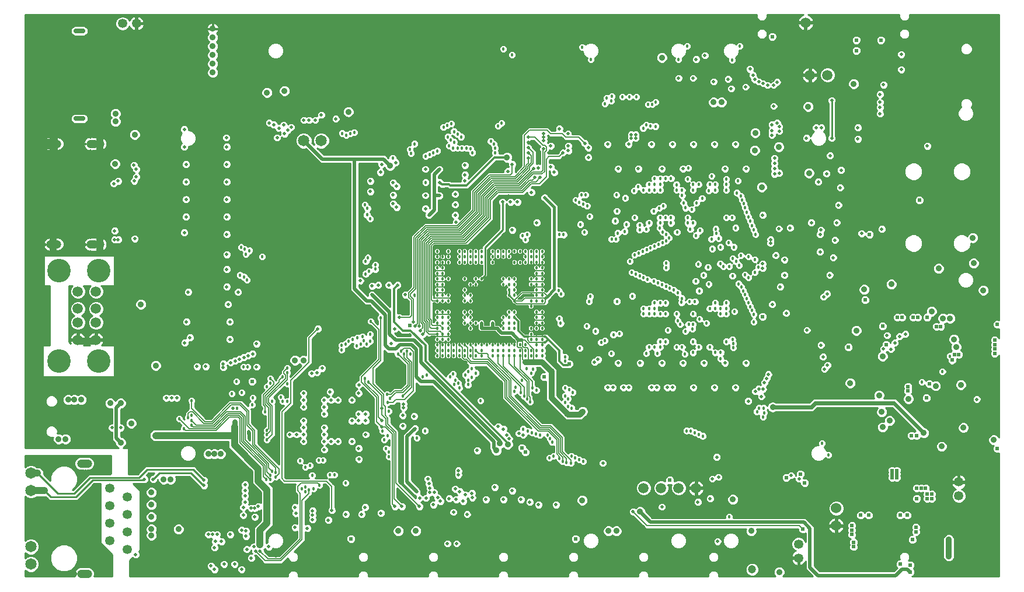
<source format=gbr>
G75*
G70*
%OFA0B0*%
%FSLAX24Y24*%
%IPPOS*%
%LPD*%
%AMOC8*
5,1,8,0,0,1.08239X$1,22.5*
%
%ADD10C,0.0356*%
%ADD11C,0.0600*%
%ADD12C,0.0531*%
%ADD13C,0.0709*%
%ADD14C,0.0238*%
%ADD15C,0.0650*%
%ADD16C,0.0472*%
%ADD17C,0.0591*%
%ADD18C,0.0277*%
%ADD19C,0.1345*%
%ADD20C,0.0768*%
%ADD21C,0.0886*%
%ADD22C,0.0100*%
%ADD23C,0.0180*%
%ADD24C,0.0198*%
%ADD25C,0.0237*%
%ADD26C,0.0354*%
%ADD27C,0.1699*%
%ADD28C,0.0200*%
%ADD29C,0.0400*%
%ADD30C,0.0050*%
%ADD31C,0.0650*%
%ADD32C,0.0800*%
%ADD33C,0.0300*%
%ADD34C,0.0500*%
%ADD35C,0.0600*%
%ADD36C,0.0120*%
%ADD37C,0.0320*%
%ADD38C,0.0240*%
%ADD39C,0.0160*%
D10*
X016627Y036310D03*
X016627Y036810D03*
X016627Y037310D03*
X016627Y037810D03*
X016627Y038310D03*
X016627Y038810D03*
X059501Y010892D03*
X059579Y010892D03*
X059697Y010892D03*
X059816Y010892D03*
X059934Y010892D03*
X060052Y010892D03*
X060170Y010892D03*
X060288Y010892D03*
X060367Y010892D03*
X061016Y009494D03*
X061016Y009376D03*
X061016Y009258D03*
X061016Y009140D03*
X061016Y009022D03*
X061016Y008904D03*
X061016Y008786D03*
X061016Y008668D03*
X058654Y008668D03*
X058654Y008786D03*
X058654Y008904D03*
X058654Y009022D03*
X058654Y009140D03*
X058654Y009258D03*
X058654Y009376D03*
X058654Y009494D03*
X058654Y009613D03*
D11*
X052227Y010410D03*
X052227Y011410D03*
X050477Y039160D03*
D12*
X012271Y039110D03*
X011483Y039110D03*
X010765Y012564D03*
X011765Y012064D03*
X010765Y011564D03*
X011765Y011064D03*
X010765Y010564D03*
X011765Y010064D03*
X010765Y009564D03*
X011765Y009064D03*
X050077Y009354D03*
X050077Y008567D03*
X059227Y012117D03*
X059227Y012904D03*
D13*
X057227Y020210D03*
D14*
X057483Y019817D03*
X057621Y019954D03*
X057857Y019954D03*
X057857Y020466D03*
X057621Y020466D03*
X057483Y020604D03*
X057483Y020840D03*
X056971Y020840D03*
X056971Y020604D03*
X056833Y020466D03*
X056597Y020466D03*
X056597Y019954D03*
X056833Y019954D03*
X056971Y019817D03*
X056971Y019580D03*
X057483Y019580D03*
D15*
X022827Y032410D03*
X021827Y032410D03*
X006257Y013413D03*
X006257Y012413D03*
X006257Y009208D03*
X006257Y008208D03*
D16*
X009111Y007661D03*
X009190Y007661D03*
X009269Y007661D03*
X009347Y007661D03*
X009426Y007661D03*
X009505Y007661D03*
X009505Y013960D03*
X009426Y013960D03*
X009347Y013960D03*
X009269Y013960D03*
X009190Y013960D03*
X009111Y013960D03*
X009662Y026486D03*
X009761Y026486D03*
X009879Y026486D03*
X010036Y026486D03*
X010095Y026486D03*
X010214Y026486D03*
X007753Y026496D03*
X007635Y026486D03*
X007477Y026486D03*
X007359Y026486D03*
X007359Y032234D03*
X007477Y032234D03*
X007635Y032234D03*
X007753Y032234D03*
X009662Y032234D03*
X009761Y032234D03*
X009879Y032234D03*
X010036Y032234D03*
X010095Y032234D03*
X010214Y032234D03*
X047427Y007910D03*
D17*
X044227Y012560D03*
X043227Y012560D03*
X042227Y012560D03*
X041227Y012560D03*
X009958Y021032D03*
X008927Y021032D03*
X008927Y022017D03*
X009958Y022017D03*
X009958Y022804D03*
X008927Y022804D03*
X008927Y023788D03*
X009958Y023788D03*
X050727Y036160D03*
X051727Y036160D03*
D18*
X017160Y011357D03*
X016924Y011593D03*
X016530Y011593D03*
X016294Y011357D03*
X016294Y010963D03*
X016530Y010727D03*
X016924Y010727D03*
X017160Y010963D03*
X009234Y033674D03*
X009156Y033674D03*
X009067Y033674D03*
X008969Y033674D03*
X008880Y033674D03*
X008801Y033674D03*
X008801Y038690D03*
X008880Y038690D03*
X008969Y038690D03*
X009067Y038690D03*
X009156Y038690D03*
X009234Y038690D03*
D19*
X010108Y024997D03*
X007864Y024997D03*
X007864Y019824D03*
X010108Y019824D03*
D20*
X016727Y011160D03*
D21*
X054977Y009860D03*
D22*
X005927Y007867D02*
X005927Y007510D01*
X008755Y007510D01*
X008725Y007584D01*
X008725Y007737D01*
X008784Y007879D01*
X008892Y007988D01*
X009034Y008047D01*
X009188Y008047D01*
X009218Y008047D01*
X009267Y008067D01*
X009319Y008067D01*
X009319Y008047D01*
X009345Y008047D01*
X009347Y008046D01*
X009349Y008047D01*
X009376Y008047D01*
X009376Y008067D01*
X009428Y008067D01*
X009476Y008047D01*
X009503Y008047D01*
X009582Y008047D01*
X009724Y007988D01*
X009832Y007879D01*
X009891Y007737D01*
X009891Y007584D01*
X009861Y007510D01*
X010877Y007510D01*
X010877Y008760D01*
X010227Y009410D01*
X010227Y012810D01*
X009860Y012810D01*
X008910Y011860D01*
X008744Y011860D01*
X007294Y011860D01*
X007177Y011977D01*
X007094Y012060D01*
X006576Y012060D01*
X006526Y012010D01*
X006352Y011938D01*
X006163Y011938D01*
X005988Y012010D01*
X005927Y012072D01*
X005927Y009549D01*
X005988Y009610D01*
X006163Y009683D01*
X006352Y009683D01*
X006526Y009610D01*
X006660Y009477D01*
X006732Y009302D01*
X006732Y009113D01*
X006660Y008939D01*
X006526Y008805D01*
X006352Y008733D01*
X006163Y008733D01*
X005988Y008805D01*
X005927Y008867D01*
X005927Y008549D01*
X005988Y008610D01*
X006163Y008683D01*
X006352Y008683D01*
X006526Y008610D01*
X006660Y008477D01*
X006732Y008302D01*
X006732Y008113D01*
X006660Y007939D01*
X006526Y007805D01*
X006352Y007733D01*
X006163Y007733D01*
X005988Y007805D01*
X005927Y007867D01*
X005927Y007819D02*
X005974Y007819D01*
X005927Y007721D02*
X008725Y007721D01*
X008725Y007622D02*
X005927Y007622D01*
X005927Y007524D02*
X008750Y007524D01*
X008759Y007819D02*
X008376Y007819D01*
X008282Y007780D02*
X008569Y007899D01*
X008788Y008118D01*
X008907Y008405D01*
X008907Y008715D01*
X008788Y009002D01*
X008569Y009221D01*
X008282Y009340D01*
X007972Y009340D01*
X007685Y009221D01*
X007466Y009002D01*
X006686Y009002D01*
X006727Y009100D02*
X007564Y009100D01*
X007466Y009002D02*
X007347Y008715D01*
X007347Y008405D01*
X007466Y008118D01*
X007685Y007899D01*
X007972Y007780D01*
X008282Y007780D01*
X008588Y007918D02*
X008822Y007918D01*
X008686Y008016D02*
X008961Y008016D01*
X008785Y008115D02*
X010877Y008115D01*
X010877Y008016D02*
X009655Y008016D01*
X009794Y007918D02*
X010877Y007918D01*
X010877Y007819D02*
X009857Y007819D01*
X009891Y007721D02*
X010877Y007721D01*
X010877Y007622D02*
X009891Y007622D01*
X009866Y007524D02*
X010877Y007524D01*
X011877Y007524D02*
X020919Y007524D01*
X020919Y007510D02*
X011877Y007510D01*
X011877Y008410D01*
X012051Y008584D01*
X012086Y008549D01*
X012177Y008511D01*
X012276Y008511D01*
X012368Y008549D01*
X012438Y008619D01*
X012476Y008711D01*
X012476Y008810D01*
X012438Y008901D01*
X012403Y008936D01*
X012477Y009010D01*
X012477Y012410D01*
X012077Y012810D01*
X012594Y012810D01*
X012760Y012810D01*
X012761Y012811D01*
X012776Y012811D01*
X012868Y012849D01*
X012938Y012919D01*
X012976Y013011D01*
X012976Y013110D01*
X012938Y013201D01*
X012868Y013271D01*
X012835Y013285D01*
X012960Y013410D01*
X013294Y013410D01*
X013193Y013309D01*
X013177Y013309D01*
X013086Y013271D01*
X013016Y013201D01*
X012978Y013110D01*
X012978Y013011D01*
X013016Y012919D01*
X013086Y012849D01*
X013177Y012811D01*
X013276Y012811D01*
X013368Y012849D01*
X013438Y012919D01*
X013476Y013011D01*
X013476Y013026D01*
X013500Y013050D01*
X013500Y012995D01*
X013550Y012875D01*
X013642Y012783D01*
X013762Y012733D01*
X013892Y012733D01*
X014012Y012783D01*
X014027Y012798D01*
X014042Y012783D01*
X014162Y012733D01*
X014292Y012733D01*
X014412Y012783D01*
X014504Y012875D01*
X014554Y012995D01*
X014554Y013125D01*
X014519Y013210D01*
X015294Y013210D01*
X015877Y012627D01*
X015902Y012602D01*
X015916Y012569D01*
X015986Y012499D01*
X016077Y012461D01*
X016176Y012461D01*
X016268Y012499D01*
X016338Y012569D01*
X016376Y012661D01*
X016376Y012760D01*
X016338Y012851D01*
X016329Y012860D01*
X016338Y012869D01*
X016376Y012961D01*
X016376Y013060D01*
X016338Y013151D01*
X016268Y013221D01*
X016176Y013259D01*
X016161Y013259D01*
X015727Y013693D01*
X015610Y013810D01*
X012960Y013810D01*
X012794Y013810D01*
X012344Y013360D01*
X011827Y013360D01*
X011827Y014860D01*
X011507Y014860D01*
X011562Y014883D01*
X011654Y014975D01*
X011704Y015095D01*
X011704Y015225D01*
X011654Y015346D01*
X011562Y015438D01*
X011442Y015487D01*
X011403Y015487D01*
X011377Y015514D01*
X011377Y015761D01*
X011426Y015761D01*
X011518Y015799D01*
X011588Y015869D01*
X011626Y015961D01*
X011626Y016060D01*
X011588Y016151D01*
X011518Y016221D01*
X011426Y016259D01*
X011377Y016259D01*
X011377Y017057D01*
X011403Y017083D01*
X011442Y017083D01*
X011562Y017133D01*
X011654Y017225D01*
X011704Y017345D01*
X011704Y017475D01*
X011654Y017596D01*
X011562Y017688D01*
X011442Y017737D01*
X011312Y017737D01*
X011192Y017688D01*
X011100Y017596D01*
X011077Y017541D01*
X011054Y017596D01*
X010962Y017688D01*
X010842Y017737D01*
X010712Y017737D01*
X010592Y017688D01*
X010500Y017596D01*
X010450Y017475D01*
X010450Y017345D01*
X010500Y017225D01*
X010592Y017133D01*
X010712Y017083D01*
X010842Y017083D01*
X010877Y017098D01*
X010877Y017057D01*
X010877Y016259D01*
X010827Y016259D01*
X010736Y016221D01*
X010666Y016151D01*
X010628Y016060D01*
X010628Y015961D01*
X010666Y015869D01*
X010736Y015799D01*
X010827Y015761D01*
X010877Y015761D01*
X010877Y015307D01*
X011023Y015160D01*
X011050Y015134D01*
X011050Y015095D01*
X011100Y014975D01*
X011192Y014883D01*
X011246Y014860D01*
X005927Y014860D01*
X005927Y025810D01*
X006977Y025810D01*
X006977Y024110D01*
X007327Y024110D01*
X007327Y020710D01*
X006927Y020710D01*
X006927Y018910D01*
X011027Y018910D01*
X011027Y020710D01*
X010294Y020710D01*
X010353Y020769D01*
X010424Y020940D01*
X010424Y020984D01*
X010007Y020984D01*
X010007Y021081D01*
X009910Y021081D01*
X009910Y021498D01*
X009866Y021498D01*
X009695Y021427D01*
X009564Y021296D01*
X009493Y021125D01*
X009493Y021081D01*
X009910Y021081D01*
X009910Y020984D01*
X009493Y020984D01*
X009493Y020940D01*
X009564Y020769D01*
X009622Y020710D01*
X009263Y020710D01*
X009321Y020769D01*
X009392Y020940D01*
X009392Y020984D01*
X008976Y020984D01*
X008976Y021081D01*
X009392Y021081D01*
X009392Y021125D01*
X009321Y021296D01*
X009190Y021427D01*
X009019Y021498D01*
X008975Y021498D01*
X008975Y021081D01*
X008878Y021081D01*
X008878Y020984D01*
X008462Y020984D01*
X008462Y020940D01*
X008507Y020830D01*
X008427Y020910D01*
X008427Y024110D01*
X008619Y024110D01*
X008549Y024040D01*
X008482Y023877D01*
X008482Y023700D01*
X008549Y023536D01*
X008675Y023411D01*
X008838Y023343D01*
X009015Y023343D01*
X009179Y023411D01*
X009304Y023536D01*
X009372Y023700D01*
X009372Y023877D01*
X009304Y024040D01*
X009235Y024110D01*
X009651Y024110D01*
X009581Y024040D01*
X009513Y023877D01*
X009513Y023700D01*
X009581Y023536D01*
X009706Y023411D01*
X009870Y023343D01*
X010047Y023343D01*
X010211Y023411D01*
X010336Y023536D01*
X010404Y023700D01*
X010404Y023877D01*
X010336Y024040D01*
X010266Y024110D01*
X011027Y024110D01*
X011027Y025860D01*
X005927Y025860D01*
X005927Y039610D01*
X047669Y039610D01*
X047669Y039499D01*
X047716Y039386D01*
X047803Y039300D01*
X047916Y039253D01*
X048038Y039253D01*
X048151Y039300D01*
X048238Y039386D01*
X048284Y039499D01*
X048284Y039610D01*
X050335Y039610D01*
X050211Y039559D01*
X050078Y039426D01*
X050007Y039254D01*
X050007Y039210D01*
X050427Y039210D01*
X050427Y039110D01*
X050527Y039110D01*
X050527Y038690D01*
X050570Y038690D01*
X050743Y038762D01*
X050875Y038894D01*
X050947Y039067D01*
X050947Y039110D01*
X050527Y039110D01*
X050527Y039210D01*
X050947Y039210D01*
X050947Y039254D01*
X050875Y039426D01*
X050743Y039559D01*
X050619Y039610D01*
X055819Y039610D01*
X055819Y039499D01*
X055866Y039386D01*
X055953Y039300D01*
X056066Y039253D01*
X056188Y039253D01*
X056301Y039300D01*
X056388Y039386D01*
X056434Y039499D01*
X056434Y039610D01*
X061527Y039610D01*
X061527Y022160D01*
X061480Y022179D01*
X061373Y022179D01*
X061275Y022138D01*
X061199Y022062D01*
X061158Y021964D01*
X061158Y021857D01*
X061199Y021758D01*
X061275Y021682D01*
X061373Y021641D01*
X061480Y021641D01*
X061527Y021661D01*
X061527Y021109D01*
X061505Y021162D01*
X061429Y021238D01*
X061330Y021279D01*
X061223Y021279D01*
X061125Y021238D01*
X061049Y021162D01*
X061008Y021064D01*
X061008Y020957D01*
X061038Y020885D01*
X061008Y020814D01*
X061008Y020707D01*
X061038Y020635D01*
X061008Y020564D01*
X061008Y020457D01*
X061038Y020385D01*
X061008Y020314D01*
X061008Y020207D01*
X061049Y020108D01*
X061125Y020032D01*
X061223Y019991D01*
X061330Y019991D01*
X061429Y020032D01*
X061505Y020108D01*
X061527Y020162D01*
X061527Y015441D01*
X061504Y015496D01*
X061412Y015588D01*
X061292Y015637D01*
X061162Y015637D01*
X061042Y015588D01*
X060950Y015496D01*
X060900Y015375D01*
X060900Y015245D01*
X060950Y015125D01*
X061042Y015033D01*
X061162Y014983D01*
X061220Y014983D01*
X061199Y014962D01*
X061158Y014864D01*
X061158Y014757D01*
X061199Y014658D01*
X061275Y014582D01*
X061373Y014541D01*
X061480Y014541D01*
X061527Y014561D01*
X061527Y007510D01*
X056555Y007510D01*
X056556Y007510D01*
X056560Y007510D01*
X056564Y007514D01*
X056609Y007532D01*
X056685Y007608D01*
X056703Y007653D01*
X056707Y007657D01*
X056707Y007662D01*
X056726Y007707D01*
X056726Y007814D01*
X056707Y007859D01*
X056707Y007864D01*
X056703Y007867D01*
X056685Y007912D01*
X056637Y007960D01*
X056685Y008008D01*
X056726Y008107D01*
X056726Y008214D01*
X056685Y008312D01*
X061527Y008312D01*
X061527Y008214D02*
X056726Y008214D01*
X056726Y008115D02*
X061527Y008115D01*
X061527Y008016D02*
X056688Y008016D01*
X056679Y007918D02*
X061527Y007918D01*
X061527Y007819D02*
X056723Y007819D01*
X056726Y007721D02*
X061527Y007721D01*
X061527Y007622D02*
X056691Y007622D01*
X056588Y007524D02*
X061527Y007524D01*
X061527Y008411D02*
X061223Y008411D01*
X061202Y008390D02*
X061294Y008482D01*
X061344Y008602D01*
X061344Y008733D01*
X061344Y008851D01*
X061344Y008969D01*
X061344Y009023D01*
X061364Y009071D01*
X061364Y009131D01*
X061326Y009131D01*
X061322Y009140D01*
X061326Y009149D01*
X061364Y009149D01*
X061364Y009209D01*
X061344Y009258D01*
X061344Y009311D01*
X061344Y009429D01*
X061344Y009560D01*
X061294Y009680D01*
X061202Y009773D01*
X061082Y009823D01*
X060951Y009823D01*
X060830Y009773D01*
X060738Y009680D01*
X060688Y009560D01*
X060688Y009429D01*
X060688Y009311D01*
X060688Y009258D01*
X060668Y009209D01*
X060668Y009149D01*
X060706Y009149D01*
X060710Y009140D01*
X060706Y009131D01*
X060668Y009131D01*
X060668Y009071D01*
X060688Y009023D01*
X060688Y008969D01*
X060688Y008851D01*
X060688Y008733D01*
X060688Y008602D01*
X060738Y008482D01*
X060830Y008390D01*
X060951Y008340D01*
X061082Y008340D01*
X061202Y008390D01*
X061306Y008509D02*
X061527Y008509D01*
X061527Y008608D02*
X061344Y008608D01*
X061344Y008706D02*
X061527Y008706D01*
X061527Y008805D02*
X061344Y008805D01*
X061344Y008903D02*
X061527Y008903D01*
X061527Y009002D02*
X061344Y009002D01*
X061364Y009100D02*
X061527Y009100D01*
X061527Y009199D02*
X061364Y009199D01*
X061344Y009298D02*
X061527Y009298D01*
X061527Y009396D02*
X061344Y009396D01*
X061344Y009495D02*
X061527Y009495D01*
X061527Y009593D02*
X061331Y009593D01*
X061283Y009692D02*
X061527Y009692D01*
X061527Y009790D02*
X061159Y009790D01*
X060873Y009790D02*
X058936Y009790D01*
X058932Y009798D02*
X058840Y009891D01*
X058719Y009941D01*
X058589Y009941D01*
X058468Y009891D01*
X058376Y009798D01*
X058326Y009678D01*
X058326Y009547D01*
X058326Y009429D01*
X058326Y009311D01*
X058326Y009193D01*
X058326Y009087D01*
X058326Y008969D01*
X058326Y008851D01*
X058326Y008733D01*
X058326Y008602D01*
X058376Y008482D01*
X058468Y008390D01*
X058589Y008340D01*
X058719Y008340D01*
X058840Y008390D01*
X058932Y008482D01*
X058982Y008602D01*
X058982Y008733D01*
X058982Y008851D01*
X058982Y008969D01*
X058982Y009087D01*
X058982Y009193D01*
X058982Y009311D01*
X058982Y009429D01*
X058982Y009547D01*
X058982Y009678D01*
X058932Y009798D01*
X058976Y009692D02*
X060750Y009692D01*
X060702Y009593D02*
X058982Y009593D01*
X058982Y009495D02*
X060688Y009495D01*
X060688Y009396D02*
X058982Y009396D01*
X058982Y009298D02*
X060688Y009298D01*
X060668Y009199D02*
X058982Y009199D01*
X058982Y009100D02*
X060668Y009100D01*
X060688Y009002D02*
X058982Y009002D01*
X058982Y008903D02*
X060688Y008903D01*
X060688Y008805D02*
X058982Y008805D01*
X058982Y008706D02*
X060688Y008706D01*
X060688Y008608D02*
X058982Y008608D01*
X058944Y008509D02*
X060727Y008509D01*
X060809Y008411D02*
X058861Y008411D01*
X058447Y008411D02*
X056555Y008411D01*
X056510Y008429D02*
X056403Y008429D01*
X056364Y008413D01*
X056388Y008436D01*
X056434Y008549D01*
X056434Y008671D01*
X056388Y008784D01*
X056301Y008871D01*
X056188Y008918D01*
X056066Y008918D01*
X055953Y008871D01*
X055866Y008784D01*
X055819Y008671D01*
X055819Y008549D01*
X055849Y008479D01*
X055823Y008479D01*
X055725Y008438D01*
X055649Y008362D01*
X055608Y008264D01*
X055608Y008157D01*
X055649Y008058D01*
X055705Y008002D01*
X055513Y007810D01*
X051280Y007810D01*
X050977Y008114D01*
X050977Y010364D01*
X050830Y010510D01*
X050480Y010860D01*
X050273Y010860D01*
X046366Y010860D01*
X046367Y010862D01*
X046367Y010958D01*
X046330Y011046D01*
X046263Y011114D01*
X046175Y011150D01*
X046079Y011150D01*
X045991Y011114D01*
X045923Y011046D01*
X045887Y010958D01*
X045887Y010862D01*
X045888Y010860D01*
X041730Y010860D01*
X041354Y011237D01*
X041354Y011275D01*
X041304Y011396D01*
X041212Y011488D01*
X041092Y011537D01*
X040962Y011537D01*
X040842Y011488D01*
X040772Y011418D01*
X040768Y011421D01*
X040676Y011459D01*
X040577Y011459D01*
X040486Y011421D01*
X040416Y011351D01*
X040378Y011260D01*
X040378Y011161D01*
X040416Y011069D01*
X040486Y010999D01*
X040577Y010961D01*
X040629Y010961D01*
X041252Y010338D01*
X041354Y010235D01*
X047075Y010235D01*
X047050Y010175D01*
X047050Y010045D01*
X047100Y009925D01*
X047192Y009833D01*
X047312Y009783D01*
X047442Y009783D01*
X047562Y009833D01*
X047654Y009925D01*
X047704Y010045D01*
X047704Y010175D01*
X047679Y010235D01*
X050054Y010235D01*
X050058Y010231D01*
X050058Y010157D01*
X050099Y010058D01*
X050175Y009982D01*
X050273Y009941D01*
X050380Y009941D01*
X050477Y009982D01*
X050477Y009474D01*
X050429Y009589D01*
X050312Y009706D01*
X050160Y009770D01*
X049994Y009770D01*
X049841Y009706D01*
X049724Y009589D01*
X049661Y009437D01*
X049661Y009271D01*
X049724Y009118D01*
X049841Y009001D01*
X049915Y008971D01*
X049830Y008936D01*
X049708Y008813D01*
X049641Y008653D01*
X049641Y008605D01*
X050038Y008605D01*
X050038Y008528D01*
X049641Y008528D01*
X049641Y008480D01*
X049708Y008320D01*
X049830Y008197D01*
X049990Y008131D01*
X050038Y008131D01*
X050038Y008528D01*
X050116Y008528D01*
X050116Y008131D01*
X050164Y008131D01*
X050324Y008197D01*
X050446Y008320D01*
X050477Y008394D01*
X050477Y008114D01*
X050477Y007907D01*
X050873Y007510D01*
X049190Y007510D01*
X049254Y007575D01*
X049304Y007695D01*
X049304Y007825D01*
X049254Y007946D01*
X049162Y008038D01*
X049042Y008087D01*
X048912Y008087D01*
X048792Y008038D01*
X048700Y007946D01*
X048650Y007825D01*
X048650Y007695D01*
X048700Y007575D01*
X048764Y007510D01*
X045534Y007510D01*
X045534Y007621D01*
X045488Y007734D01*
X045401Y007821D01*
X045288Y007868D01*
X045166Y007868D01*
X045053Y007821D01*
X044966Y007734D01*
X044919Y007621D01*
X044919Y007510D01*
X041534Y007510D01*
X041534Y007621D01*
X041488Y007734D01*
X041401Y007821D01*
X041288Y007868D01*
X041166Y007868D01*
X041053Y007821D01*
X040966Y007734D01*
X040919Y007621D01*
X040919Y007510D01*
X037534Y007510D01*
X037534Y007621D01*
X037488Y007734D01*
X037401Y007821D01*
X037288Y007868D01*
X037166Y007868D01*
X037053Y007821D01*
X036966Y007734D01*
X036919Y007621D01*
X036919Y007510D01*
X033534Y007510D01*
X033534Y007621D01*
X033488Y007734D01*
X033401Y007821D01*
X033288Y007868D01*
X033166Y007868D01*
X033053Y007821D01*
X032966Y007734D01*
X032919Y007621D01*
X032919Y007510D01*
X029534Y007510D01*
X029534Y007621D01*
X029488Y007734D01*
X029401Y007821D01*
X029288Y007868D01*
X029166Y007868D01*
X029053Y007821D01*
X028966Y007734D01*
X028919Y007621D01*
X028919Y007510D01*
X025534Y007510D01*
X025534Y007621D01*
X025488Y007734D01*
X025401Y007821D01*
X025288Y007868D01*
X025166Y007868D01*
X025053Y007821D01*
X024966Y007734D01*
X024919Y007621D01*
X024919Y007510D01*
X021534Y007510D01*
X021534Y007621D01*
X021488Y007734D01*
X021401Y007821D01*
X021288Y007868D01*
X021166Y007868D01*
X021053Y007821D01*
X020966Y007734D01*
X020919Y007621D01*
X020919Y007510D01*
X020920Y007622D02*
X011877Y007622D01*
X011877Y007721D02*
X016564Y007721D01*
X016586Y007699D02*
X016677Y007661D01*
X016776Y007661D01*
X016868Y007699D01*
X016938Y007769D01*
X016976Y007861D01*
X016976Y007960D01*
X016938Y008051D01*
X016868Y008121D01*
X016776Y008159D01*
X016776Y008160D01*
X016738Y008251D01*
X016668Y008321D01*
X016576Y008359D01*
X016477Y008359D01*
X016386Y008321D01*
X016316Y008251D01*
X016278Y008160D01*
X016278Y008061D01*
X016316Y007969D01*
X016386Y007899D01*
X016477Y007861D01*
X016478Y007861D01*
X016478Y007861D01*
X016516Y007769D01*
X016586Y007699D01*
X016495Y007819D02*
X011877Y007819D01*
X011877Y007918D02*
X016367Y007918D01*
X016296Y008016D02*
X011877Y008016D01*
X011877Y008115D02*
X016278Y008115D01*
X016300Y008214D02*
X011877Y008214D01*
X011877Y008312D02*
X016377Y008312D01*
X016677Y008312D02*
X017050Y008312D01*
X017066Y008351D02*
X017028Y008260D01*
X017028Y008161D01*
X017066Y008069D01*
X017136Y007999D01*
X017227Y007961D01*
X017326Y007961D01*
X017418Y007999D01*
X017488Y008069D01*
X017526Y008161D01*
X017526Y008260D01*
X017488Y008351D01*
X017418Y008421D01*
X017326Y008459D01*
X017227Y008459D01*
X017136Y008421D01*
X017066Y008351D01*
X017125Y008411D02*
X011877Y008411D01*
X011976Y008509D02*
X018578Y008509D01*
X018578Y008511D02*
X018616Y008419D01*
X018686Y008349D01*
X018777Y008311D01*
X018876Y008311D01*
X018968Y008349D01*
X019038Y008419D01*
X019076Y008511D01*
X019076Y008610D01*
X019038Y008701D01*
X019028Y008711D01*
X019079Y008711D01*
X019452Y008338D01*
X019554Y008235D01*
X020454Y008235D01*
X020599Y008235D01*
X020919Y008555D01*
X020919Y008549D01*
X020966Y008436D01*
X021053Y008350D01*
X021166Y008303D01*
X021288Y008303D01*
X021401Y008350D01*
X021488Y008436D01*
X021534Y008549D01*
X021534Y008671D01*
X021488Y008784D01*
X021401Y008871D01*
X021288Y008918D01*
X021282Y008918D01*
X021799Y009435D01*
X021902Y009538D01*
X021902Y010042D01*
X021977Y010011D01*
X022076Y010011D01*
X022168Y010049D01*
X022238Y010119D01*
X022276Y010211D01*
X022276Y010310D01*
X022238Y010401D01*
X022168Y010471D01*
X022076Y010509D01*
X021977Y010509D01*
X021902Y010478D01*
X021902Y011788D01*
X022199Y012085D01*
X022302Y012188D01*
X022302Y012296D01*
X022309Y012303D01*
X022329Y012295D01*
X022425Y012295D01*
X022513Y012332D01*
X022580Y012399D01*
X022617Y012487D01*
X022617Y012521D01*
X022679Y012495D01*
X022775Y012495D01*
X022863Y012532D01*
X022930Y012599D01*
X022967Y012687D01*
X022967Y012783D01*
X022966Y012785D01*
X023054Y012785D01*
X023252Y012588D01*
X023252Y011462D01*
X023216Y011426D01*
X023178Y011335D01*
X023178Y011236D01*
X023216Y011144D01*
X023286Y011074D01*
X023377Y011036D01*
X023476Y011036D01*
X023568Y011074D01*
X023638Y011144D01*
X023676Y011236D01*
X023676Y011335D01*
X023638Y011426D01*
X023602Y011462D01*
X023602Y012733D01*
X023499Y012835D01*
X023302Y013033D01*
X023254Y013081D01*
X023279Y013070D01*
X023375Y013070D01*
X023452Y013102D01*
X023529Y013070D01*
X023625Y013070D01*
X023713Y013107D01*
X023780Y013174D01*
X023817Y013262D01*
X023817Y013358D01*
X023780Y013446D01*
X023713Y013514D01*
X023625Y013550D01*
X023529Y013550D01*
X023452Y013518D01*
X023375Y013550D01*
X023279Y013550D01*
X023191Y013514D01*
X023123Y013446D01*
X023087Y013358D01*
X023087Y013262D01*
X023123Y013174D01*
X023163Y013135D01*
X022491Y013135D01*
X022505Y013149D01*
X022542Y013237D01*
X022542Y013333D01*
X022505Y013421D01*
X022438Y013489D01*
X022350Y013525D01*
X022254Y013525D01*
X022166Y013489D01*
X022098Y013421D01*
X022062Y013333D01*
X022062Y013237D01*
X022098Y013149D01*
X022113Y013135D01*
X020799Y013135D01*
X020752Y013183D01*
X020752Y016838D01*
X021149Y017235D01*
X021252Y017338D01*
X021252Y018638D01*
X022302Y019688D01*
X022302Y019833D01*
X022302Y021088D01*
X022625Y021411D01*
X022676Y021411D01*
X022768Y021449D01*
X022838Y021519D01*
X022876Y021611D01*
X022876Y021710D01*
X022838Y021801D01*
X022768Y021871D01*
X022676Y021909D01*
X022577Y021909D01*
X022486Y021871D01*
X022416Y021801D01*
X022378Y021710D01*
X022378Y021659D01*
X021952Y021233D01*
X021952Y021088D01*
X021952Y020163D01*
X021892Y020187D01*
X021762Y020187D01*
X021642Y020138D01*
X021577Y020073D01*
X021512Y020138D01*
X021392Y020187D01*
X021262Y020187D01*
X021142Y020138D01*
X021050Y020046D01*
X021000Y019925D01*
X021000Y019795D01*
X021050Y019675D01*
X021142Y019583D01*
X021262Y019533D01*
X021392Y019533D01*
X021512Y019583D01*
X021577Y019648D01*
X021642Y019583D01*
X021684Y019565D01*
X021052Y018933D01*
X021052Y018996D01*
X021080Y019024D01*
X021117Y019112D01*
X021117Y019208D01*
X021085Y019285D01*
X021117Y019362D01*
X021117Y019458D01*
X021080Y019546D01*
X021013Y019614D01*
X020925Y019650D01*
X020829Y019650D01*
X020741Y019614D01*
X020673Y019546D01*
X019371Y019546D01*
X019376Y019535D02*
X019338Y019626D01*
X019268Y019696D01*
X019176Y019734D01*
X019077Y019734D01*
X018986Y019696D01*
X018916Y019626D01*
X018878Y019535D01*
X018878Y019436D01*
X018916Y019344D01*
X018986Y019274D01*
X019077Y019236D01*
X019176Y019236D01*
X019268Y019274D01*
X019338Y019344D01*
X019376Y019436D01*
X019376Y019535D01*
X019376Y019448D02*
X020637Y019448D01*
X020637Y019458D02*
X020637Y019418D01*
X020502Y019283D01*
X020502Y019138D01*
X020502Y019126D01*
X020471Y019114D01*
X020403Y019046D01*
X020367Y018958D01*
X020367Y018918D01*
X020252Y018803D01*
X020252Y018733D01*
X020167Y018818D01*
X020167Y018858D01*
X020130Y018946D01*
X020063Y019014D01*
X019975Y019050D01*
X019879Y019050D01*
X019791Y019014D01*
X019723Y018946D01*
X019687Y018858D01*
X019687Y018762D01*
X019719Y018685D01*
X019687Y018608D01*
X019687Y018600D01*
X019679Y018600D01*
X019591Y018564D01*
X019523Y018496D01*
X019487Y018408D01*
X019487Y018312D01*
X019523Y018224D01*
X019574Y018174D01*
X019352Y017953D01*
X019352Y017808D01*
X019352Y017238D01*
X019452Y017138D01*
X019452Y017075D01*
X019423Y017046D01*
X019387Y016958D01*
X019387Y016862D01*
X019423Y016774D01*
X019491Y016707D01*
X019579Y016670D01*
X019652Y016670D01*
X019652Y016089D01*
X019591Y016064D01*
X019523Y015996D01*
X019487Y015908D01*
X019487Y015812D01*
X019519Y015735D01*
X019487Y015658D01*
X019487Y015562D01*
X019523Y015474D01*
X019538Y015460D01*
X019523Y015446D01*
X019487Y015358D01*
X019487Y015262D01*
X019523Y015174D01*
X019591Y015107D01*
X019679Y015070D01*
X019775Y015070D01*
X019863Y015107D01*
X019930Y015174D01*
X019967Y015262D01*
X019967Y015303D01*
X020099Y015435D01*
X020202Y015538D01*
X020202Y017188D01*
X020202Y017333D01*
X020195Y017339D01*
X020230Y017374D01*
X020267Y017462D01*
X020267Y017558D01*
X020230Y017646D01*
X020163Y017714D01*
X020103Y017739D01*
X020706Y018342D01*
X020741Y018307D01*
X020829Y018270D01*
X020902Y018270D01*
X020902Y017750D01*
X020829Y017750D01*
X020767Y017724D01*
X020767Y017808D01*
X020730Y017896D01*
X020663Y017964D01*
X020575Y018000D01*
X020479Y018000D01*
X020391Y017964D01*
X020323Y017896D01*
X020287Y017808D01*
X020287Y017712D01*
X020323Y017624D01*
X020388Y017560D01*
X020387Y017558D01*
X020387Y017462D01*
X020423Y017374D01*
X020491Y017307D01*
X020579Y017270D01*
X020675Y017270D01*
X020700Y017281D01*
X020402Y016983D01*
X020402Y016838D01*
X020402Y013933D01*
X019202Y015133D01*
X019202Y015788D01*
X019202Y015933D01*
X018852Y016283D01*
X018852Y016888D01*
X018852Y017033D01*
X018804Y017081D01*
X018829Y017070D01*
X018925Y017070D01*
X019013Y017107D01*
X019080Y017174D01*
X019117Y017262D01*
X019117Y017358D01*
X019080Y017446D01*
X019032Y017494D01*
X019063Y017507D01*
X019130Y017574D01*
X019167Y017662D01*
X019167Y017758D01*
X019130Y017846D01*
X019063Y017914D01*
X018975Y017950D01*
X018879Y017950D01*
X018791Y017914D01*
X018723Y017846D01*
X018687Y017758D01*
X018687Y017662D01*
X018723Y017574D01*
X018771Y017526D01*
X018741Y017514D01*
X018673Y017446D01*
X018637Y017358D01*
X018637Y017262D01*
X018647Y017237D01*
X018402Y017483D01*
X018299Y017585D01*
X017699Y017585D01*
X017554Y017585D01*
X016504Y016535D01*
X016249Y016535D01*
X015602Y017183D01*
X015602Y017396D01*
X015630Y017424D01*
X015667Y017512D01*
X015667Y017608D01*
X015630Y017696D01*
X015563Y017764D01*
X015475Y017800D01*
X015379Y017800D01*
X015291Y017764D01*
X015223Y017696D01*
X015187Y017608D01*
X015187Y017512D01*
X015223Y017424D01*
X015252Y017396D01*
X015252Y017083D01*
X015152Y016983D01*
X015052Y016883D01*
X015052Y016745D01*
X015023Y016716D01*
X014987Y016628D01*
X014987Y016532D01*
X015012Y016473D01*
X014967Y016518D01*
X014967Y016558D01*
X014930Y016646D01*
X014863Y016714D01*
X014775Y016750D01*
X014679Y016750D01*
X014591Y016714D01*
X014523Y016646D01*
X014487Y016558D01*
X014487Y016462D01*
X014523Y016374D01*
X014591Y016307D01*
X014679Y016270D01*
X014719Y016270D01*
X014834Y016156D01*
X014773Y016096D01*
X014737Y016008D01*
X014737Y015912D01*
X014738Y015910D01*
X014072Y015910D01*
X013232Y015910D01*
X013027Y015705D01*
X013027Y015415D01*
X013232Y015210D01*
X014072Y015210D01*
X017527Y015210D01*
X011704Y015210D01*
X011704Y015112D02*
X017527Y015112D01*
X017527Y015155D02*
X017527Y014865D01*
X018877Y013515D01*
X018877Y013105D01*
X018877Y012815D01*
X019377Y012315D01*
X019377Y011955D01*
X019377Y011712D01*
X019368Y011721D01*
X019276Y011759D01*
X019177Y011759D01*
X019086Y011721D01*
X019024Y011659D01*
X018977Y011659D01*
X018927Y011638D01*
X018876Y011659D01*
X018777Y011659D01*
X018690Y011623D01*
X018726Y011711D01*
X018726Y011810D01*
X018688Y011901D01*
X018654Y011935D01*
X018688Y011969D01*
X018726Y012061D01*
X018726Y012160D01*
X018688Y012251D01*
X018679Y012260D01*
X018688Y012269D01*
X018726Y012361D01*
X018726Y012460D01*
X018688Y012551D01*
X018654Y012585D01*
X018688Y012619D01*
X018726Y012711D01*
X018726Y012810D01*
X018688Y012901D01*
X018618Y012971D01*
X018526Y013009D01*
X018427Y013009D01*
X018336Y012971D01*
X018266Y012901D01*
X018228Y012810D01*
X018228Y012711D01*
X018266Y012619D01*
X018300Y012585D01*
X018266Y012551D01*
X018228Y012460D01*
X018228Y012361D01*
X018266Y012269D01*
X018275Y012260D01*
X018266Y012251D01*
X018228Y012160D01*
X018228Y012061D01*
X018266Y011969D01*
X018300Y011935D01*
X018266Y011901D01*
X018228Y011810D01*
X018228Y011711D01*
X018243Y011674D01*
X018236Y011671D01*
X018166Y011601D01*
X018128Y011510D01*
X018128Y011411D01*
X018166Y011319D01*
X018236Y011249D01*
X018269Y011235D01*
X018236Y011221D01*
X018166Y011151D01*
X018128Y011060D01*
X018128Y010961D01*
X018166Y010869D01*
X018236Y010799D01*
X018327Y010761D01*
X018426Y010761D01*
X018518Y010799D01*
X018588Y010869D01*
X018626Y010961D01*
X018626Y011060D01*
X018588Y011151D01*
X018518Y011221D01*
X018484Y011235D01*
X018518Y011249D01*
X018588Y011319D01*
X018592Y011328D01*
X018616Y011269D01*
X018686Y011199D01*
X018777Y011161D01*
X018876Y011161D01*
X018927Y011182D01*
X018977Y011161D01*
X019076Y011161D01*
X019168Y011199D01*
X019230Y011261D01*
X019276Y011261D01*
X019368Y011299D01*
X019377Y011308D01*
X019377Y010705D01*
X019182Y010510D01*
X018977Y010305D01*
X018977Y009459D01*
X018927Y009459D01*
X018836Y009421D01*
X018766Y009351D01*
X018728Y009261D01*
X018718Y009271D01*
X018626Y009309D01*
X018527Y009309D01*
X018436Y009271D01*
X018366Y009201D01*
X018328Y009110D01*
X018328Y009011D01*
X018366Y008919D01*
X018436Y008849D01*
X018527Y008811D01*
X018626Y008811D01*
X018718Y008849D01*
X018788Y008919D01*
X018825Y009009D01*
X018828Y009007D01*
X018828Y008911D01*
X018866Y008819D01*
X018876Y008809D01*
X018777Y008809D01*
X018686Y008771D01*
X018616Y008701D01*
X018578Y008610D01*
X018578Y008511D01*
X018578Y008608D02*
X012427Y008608D01*
X012474Y008706D02*
X018621Y008706D01*
X018767Y008805D02*
X012476Y008805D01*
X012436Y008903D02*
X018382Y008903D01*
X018331Y009002D02*
X016921Y009002D01*
X016938Y009019D02*
X016868Y008949D01*
X016776Y008911D01*
X016677Y008911D01*
X016586Y008949D01*
X016516Y009019D01*
X016478Y009111D01*
X016478Y009210D01*
X016516Y009301D01*
X016575Y009360D01*
X016566Y009369D01*
X016528Y009461D01*
X016528Y009560D01*
X016566Y009651D01*
X016576Y009662D01*
X016502Y009692D01*
X016426Y009661D01*
X016327Y009661D01*
X016236Y009699D01*
X016166Y009769D01*
X016128Y009861D01*
X016128Y009960D01*
X016166Y010051D01*
X016236Y010121D01*
X016327Y010159D01*
X016426Y010159D01*
X016502Y010128D01*
X016577Y010159D01*
X016676Y010159D01*
X016752Y010128D01*
X016827Y010159D01*
X016926Y010159D01*
X017018Y010121D01*
X017088Y010051D01*
X017126Y009960D01*
X017126Y009861D01*
X017088Y009769D01*
X017078Y009759D01*
X017176Y009759D01*
X017268Y009721D01*
X017338Y009651D01*
X017376Y009560D01*
X017376Y009461D01*
X017338Y009369D01*
X017268Y009299D01*
X017176Y009261D01*
X017077Y009261D01*
X016986Y009299D01*
X016952Y009333D01*
X016929Y009310D01*
X016938Y009301D01*
X016976Y009210D01*
X016976Y009111D01*
X016938Y009019D01*
X016972Y009100D02*
X018328Y009100D01*
X018365Y009199D02*
X016976Y009199D01*
X016990Y009298D02*
X016940Y009298D01*
X017264Y009298D02*
X018499Y009298D01*
X018655Y009298D02*
X018744Y009298D01*
X018811Y009396D02*
X017349Y009396D01*
X017376Y009495D02*
X018977Y009495D01*
X018977Y009593D02*
X018654Y009593D01*
X018668Y009599D02*
X018738Y009669D01*
X018776Y009761D01*
X018776Y009860D01*
X018738Y009951D01*
X018729Y009960D01*
X018738Y009969D01*
X018776Y010061D01*
X018776Y010160D01*
X018738Y010251D01*
X018668Y010321D01*
X018576Y010359D01*
X018477Y010359D01*
X018444Y010345D01*
X018418Y010371D01*
X018326Y010409D01*
X018227Y010409D01*
X018136Y010371D01*
X018066Y010301D01*
X018028Y010210D01*
X018028Y010111D01*
X018066Y010019D01*
X018136Y009949D01*
X018227Y009911D01*
X018299Y009911D01*
X018278Y009860D01*
X018278Y009761D01*
X018316Y009669D01*
X018386Y009599D01*
X018477Y009561D01*
X018576Y009561D01*
X018668Y009599D01*
X018747Y009692D02*
X018977Y009692D01*
X018977Y009790D02*
X018776Y009790D01*
X018764Y009889D02*
X018977Y009889D01*
X018977Y009987D02*
X018746Y009987D01*
X018776Y010086D02*
X018977Y010086D01*
X018977Y010184D02*
X018766Y010184D01*
X018706Y010283D02*
X018977Y010283D01*
X019053Y010382D02*
X018393Y010382D01*
X018160Y010382D02*
X014960Y010382D01*
X014954Y010396D02*
X014862Y010488D01*
X014742Y010537D01*
X014612Y010537D01*
X014492Y010488D01*
X014400Y010396D01*
X014350Y010275D01*
X014350Y010145D01*
X014400Y010025D01*
X014492Y009933D01*
X014612Y009883D01*
X014742Y009883D01*
X014862Y009933D01*
X014954Y010025D01*
X015004Y010145D01*
X015004Y010275D01*
X014954Y010396D01*
X014870Y010480D02*
X019152Y010480D01*
X019250Y010579D02*
X012477Y010579D01*
X012477Y010677D02*
X012897Y010677D01*
X012942Y010633D02*
X012850Y010725D01*
X012800Y010845D01*
X012800Y010975D01*
X012850Y011096D01*
X012942Y011188D01*
X013062Y011237D01*
X013192Y011237D01*
X013312Y011188D01*
X013404Y011096D01*
X013454Y010975D01*
X013454Y010845D01*
X013404Y010725D01*
X013312Y010633D01*
X013192Y010583D01*
X013062Y010583D01*
X012942Y010633D01*
X012942Y010488D02*
X012850Y010396D01*
X012800Y010275D01*
X012800Y010145D01*
X012845Y010035D01*
X012800Y009925D01*
X012800Y009795D01*
X012850Y009675D01*
X012942Y009583D01*
X013062Y009533D01*
X013192Y009533D01*
X013312Y009583D01*
X013404Y009675D01*
X013454Y009795D01*
X013454Y009925D01*
X013409Y010035D01*
X013454Y010145D01*
X013454Y010275D01*
X013404Y010396D01*
X013312Y010488D01*
X013192Y010537D01*
X013062Y010537D01*
X012942Y010488D01*
X012934Y010480D02*
X012477Y010480D01*
X012477Y010382D02*
X012844Y010382D01*
X012803Y010283D02*
X012477Y010283D01*
X012477Y010184D02*
X012800Y010184D01*
X012824Y010086D02*
X012477Y010086D01*
X012477Y009987D02*
X012826Y009987D01*
X012800Y009889D02*
X012477Y009889D01*
X012477Y009790D02*
X012802Y009790D01*
X012843Y009692D02*
X012477Y009692D01*
X012477Y009593D02*
X012931Y009593D01*
X013323Y009593D02*
X016542Y009593D01*
X016528Y009495D02*
X012477Y009495D01*
X012477Y009396D02*
X016555Y009396D01*
X016514Y009298D02*
X012477Y009298D01*
X012477Y009199D02*
X016478Y009199D01*
X016482Y009100D02*
X012477Y009100D01*
X012469Y009002D02*
X016533Y009002D01*
X016754Y008214D02*
X017028Y008214D01*
X017047Y008115D02*
X016874Y008115D01*
X016776Y008159D02*
X016776Y008159D01*
X016952Y008016D02*
X017118Y008016D01*
X016976Y007918D02*
X018028Y007918D01*
X018028Y007960D02*
X018028Y007861D01*
X018066Y007769D01*
X018136Y007699D01*
X018227Y007661D01*
X018326Y007661D01*
X018418Y007699D01*
X018488Y007769D01*
X018526Y007861D01*
X018526Y007960D01*
X018488Y008051D01*
X018418Y008121D01*
X018326Y008159D01*
X018227Y008159D01*
X018136Y008121D01*
X018091Y008077D01*
X018126Y008161D01*
X018126Y008260D01*
X018088Y008351D01*
X018018Y008421D01*
X017926Y008459D01*
X017827Y008459D01*
X017736Y008421D01*
X017666Y008351D01*
X017628Y008260D01*
X017628Y008161D01*
X017666Y008069D01*
X017736Y007999D01*
X017827Y007961D01*
X017926Y007961D01*
X018018Y007999D01*
X018063Y008044D01*
X018028Y007960D01*
X018035Y008016D02*
X018051Y008016D01*
X018107Y008115D02*
X018130Y008115D01*
X018126Y008214D02*
X047184Y008214D01*
X047208Y008238D02*
X047099Y008129D01*
X047041Y007987D01*
X047041Y007833D01*
X047099Y007691D01*
X047208Y007583D01*
X047350Y007524D01*
X047504Y007524D01*
X047646Y007583D01*
X047754Y007691D01*
X047813Y007833D01*
X047813Y007987D01*
X047754Y008129D01*
X047646Y008238D01*
X047504Y008296D01*
X047350Y008296D01*
X047208Y008238D01*
X047094Y008115D02*
X018424Y008115D01*
X018502Y008016D02*
X047053Y008016D01*
X047041Y007918D02*
X018526Y007918D01*
X018509Y007819D02*
X021051Y007819D01*
X020961Y007721D02*
X018440Y007721D01*
X018114Y007721D02*
X016890Y007721D01*
X016959Y007819D02*
X018045Y007819D01*
X017718Y008016D02*
X017435Y008016D01*
X017507Y008115D02*
X017647Y008115D01*
X017628Y008214D02*
X017526Y008214D01*
X017504Y008312D02*
X017650Y008312D01*
X017725Y008411D02*
X017429Y008411D01*
X018029Y008411D02*
X018624Y008411D01*
X018775Y008312D02*
X018104Y008312D01*
X018879Y008312D02*
X019478Y008312D01*
X019379Y008411D02*
X019030Y008411D01*
X019075Y008509D02*
X019280Y008509D01*
X019182Y008608D02*
X019076Y008608D01*
X019083Y008706D02*
X019033Y008706D01*
X018831Y008903D02*
X018772Y008903D01*
X018822Y009002D02*
X018828Y009002D01*
X019560Y009048D02*
X019606Y009094D01*
X019616Y009069D01*
X019686Y008999D01*
X019777Y008961D01*
X019876Y008961D01*
X019968Y008999D01*
X020038Y009069D01*
X020061Y009126D01*
X020134Y009095D01*
X020319Y009095D01*
X020490Y009166D01*
X020621Y009297D01*
X020692Y009468D01*
X020692Y009653D01*
X020621Y009824D01*
X020490Y009954D01*
X020319Y010025D01*
X020134Y010025D01*
X019964Y009954D01*
X019833Y009824D01*
X019762Y009653D01*
X019762Y009468D01*
X019767Y009455D01*
X019686Y009421D01*
X019677Y009412D01*
X019677Y010015D01*
X020077Y010415D01*
X020077Y010705D01*
X020077Y011955D01*
X020077Y012315D01*
X020077Y012605D01*
X019849Y012833D01*
X019879Y012820D01*
X019975Y012820D01*
X020063Y012857D01*
X020130Y012924D01*
X020150Y012972D01*
X020179Y012960D01*
X020275Y012960D01*
X020363Y012997D01*
X020403Y013037D01*
X020504Y012935D01*
X020552Y012888D01*
X020654Y012785D01*
X021355Y012785D01*
X021302Y012733D01*
X021302Y012588D01*
X021302Y012338D01*
X021404Y012235D01*
X021452Y012188D01*
X021452Y011678D01*
X021376Y011709D01*
X021277Y011709D01*
X021186Y011671D01*
X021116Y011601D01*
X021078Y011510D01*
X021078Y011411D01*
X021116Y011319D01*
X021175Y011260D01*
X021166Y011251D01*
X021128Y011160D01*
X021128Y011061D01*
X021166Y010969D01*
X021236Y010899D01*
X021327Y010861D01*
X021426Y010861D01*
X021452Y010872D01*
X021452Y010528D01*
X021376Y010559D01*
X021277Y010559D01*
X021186Y010521D01*
X021116Y010451D01*
X021078Y010360D01*
X021078Y010261D01*
X021116Y010169D01*
X021186Y010099D01*
X021277Y010061D01*
X021376Y010061D01*
X021452Y010092D01*
X021452Y009733D01*
X020404Y008685D01*
X019849Y008685D01*
X019576Y008959D01*
X019576Y009010D01*
X019560Y009048D01*
X019576Y009002D02*
X019683Y009002D01*
X019631Y008903D02*
X020623Y008903D01*
X020524Y008805D02*
X019730Y008805D01*
X019828Y008706D02*
X020426Y008706D01*
X020332Y009100D02*
X020820Y009100D01*
X020721Y009002D02*
X019971Y009002D01*
X020051Y009100D02*
X020122Y009100D01*
X020523Y009199D02*
X020918Y009199D01*
X021017Y009298D02*
X020621Y009298D01*
X020662Y009396D02*
X021115Y009396D01*
X021214Y009495D02*
X020692Y009495D01*
X020692Y009593D02*
X021312Y009593D01*
X021411Y009692D02*
X020676Y009692D01*
X020635Y009790D02*
X021452Y009790D01*
X021452Y009889D02*
X020556Y009889D01*
X020411Y009987D02*
X021452Y009987D01*
X021452Y010086D02*
X021436Y010086D01*
X021218Y010086D02*
X019748Y010086D01*
X019677Y009987D02*
X020043Y009987D01*
X019898Y009889D02*
X019677Y009889D01*
X019677Y009790D02*
X019819Y009790D01*
X019778Y009692D02*
X019677Y009692D01*
X019677Y009593D02*
X019762Y009593D01*
X019762Y009495D02*
X019677Y009495D01*
X019846Y010184D02*
X021109Y010184D01*
X021078Y010283D02*
X019945Y010283D01*
X020043Y010382D02*
X021087Y010382D01*
X021145Y010480D02*
X020077Y010480D01*
X020077Y010579D02*
X021452Y010579D01*
X021452Y010677D02*
X020077Y010677D01*
X020077Y010776D02*
X021452Y010776D01*
X021296Y010874D02*
X020077Y010874D01*
X020077Y010973D02*
X021164Y010973D01*
X021128Y011071D02*
X020077Y011071D01*
X020077Y011170D02*
X021132Y011170D01*
X021166Y011268D02*
X020077Y011268D01*
X020077Y011367D02*
X021096Y011367D01*
X021078Y011466D02*
X020077Y011466D01*
X020077Y011564D02*
X021100Y011564D01*
X021177Y011663D02*
X020077Y011663D01*
X020077Y011761D02*
X021452Y011761D01*
X021452Y011860D02*
X020077Y011860D01*
X020077Y011958D02*
X021452Y011958D01*
X021452Y012057D02*
X020077Y012057D01*
X020077Y012155D02*
X021452Y012155D01*
X021386Y012254D02*
X020077Y012254D01*
X020077Y012352D02*
X021302Y012352D01*
X021302Y012451D02*
X020077Y012451D01*
X020077Y012549D02*
X021302Y012549D01*
X021302Y012648D02*
X020034Y012648D01*
X019935Y012747D02*
X021316Y012747D01*
X020794Y013141D02*
X022107Y013141D01*
X022062Y013239D02*
X020752Y013239D01*
X020752Y013338D02*
X022064Y013338D01*
X022114Y013436D02*
X020752Y013436D01*
X020752Y013535D02*
X021844Y013535D01*
X021879Y013520D02*
X021975Y013520D01*
X022063Y013557D01*
X022127Y013621D01*
X022129Y013620D01*
X022225Y013620D01*
X022313Y013657D01*
X022380Y013724D01*
X022417Y013812D01*
X022417Y013908D01*
X022380Y013996D01*
X022313Y014064D01*
X022225Y014100D01*
X022129Y014100D01*
X022041Y014064D01*
X021977Y013999D01*
X021975Y014000D01*
X021879Y014000D01*
X021833Y013981D01*
X021867Y014062D01*
X021867Y014158D01*
X021830Y014246D01*
X021763Y014314D01*
X021675Y014350D01*
X021579Y014350D01*
X021491Y014314D01*
X021423Y014246D01*
X021387Y014158D01*
X021387Y014062D01*
X021423Y013974D01*
X021491Y013907D01*
X021579Y013870D01*
X021675Y013870D01*
X021721Y013889D01*
X021687Y013808D01*
X021687Y013712D01*
X021723Y013624D01*
X021791Y013557D01*
X021879Y013520D01*
X022010Y013535D02*
X023242Y013535D01*
X023119Y013436D02*
X022490Y013436D01*
X022540Y013338D02*
X023087Y013338D01*
X023096Y013239D02*
X022542Y013239D01*
X022497Y013141D02*
X023157Y013141D01*
X023292Y013042D02*
X024069Y013042D01*
X024091Y013064D02*
X024023Y012996D01*
X023987Y012908D01*
X023987Y012812D01*
X024023Y012724D01*
X024091Y012657D01*
X024179Y012620D01*
X024275Y012620D01*
X024363Y012657D01*
X024430Y012724D01*
X024467Y012812D01*
X024467Y012908D01*
X024430Y012996D01*
X024363Y013064D01*
X024275Y013100D01*
X024179Y013100D01*
X024091Y013064D01*
X024002Y012944D02*
X023391Y012944D01*
X023489Y012845D02*
X023987Y012845D01*
X024014Y012747D02*
X023588Y012747D01*
X023602Y012648D02*
X024112Y012648D01*
X024342Y012648D02*
X026702Y012648D01*
X026702Y012549D02*
X023602Y012549D01*
X023602Y012451D02*
X026702Y012451D01*
X026702Y012352D02*
X023602Y012352D01*
X023602Y012254D02*
X026702Y012254D01*
X026702Y012155D02*
X023602Y012155D01*
X023602Y012057D02*
X026702Y012057D01*
X026702Y011958D02*
X023602Y011958D01*
X023602Y011860D02*
X026702Y011860D01*
X026702Y011761D02*
X023602Y011761D01*
X023602Y011663D02*
X025177Y011663D01*
X025186Y011671D02*
X025116Y011601D01*
X025078Y011510D01*
X025078Y011411D01*
X025116Y011319D01*
X025126Y011309D01*
X025077Y011309D01*
X024986Y011271D01*
X024916Y011201D01*
X024878Y011110D01*
X024878Y011011D01*
X024916Y010919D01*
X024986Y010849D01*
X025077Y010811D01*
X025176Y010811D01*
X025268Y010849D01*
X025338Y010919D01*
X025376Y011011D01*
X025376Y011110D01*
X025338Y011201D01*
X025328Y011211D01*
X025376Y011211D01*
X025468Y011249D01*
X025538Y011319D01*
X025576Y011411D01*
X025576Y011510D01*
X025538Y011601D01*
X025468Y011671D01*
X025376Y011709D01*
X025277Y011709D01*
X025186Y011671D01*
X025100Y011564D02*
X023602Y011564D01*
X023602Y011466D02*
X025078Y011466D01*
X025096Y011367D02*
X023663Y011367D01*
X023676Y011268D02*
X024083Y011268D01*
X024086Y011271D02*
X024016Y011201D01*
X023978Y011110D01*
X023978Y011011D01*
X024016Y010919D01*
X024086Y010849D01*
X024177Y010811D01*
X024276Y010811D01*
X024368Y010849D01*
X024438Y010919D01*
X024476Y011011D01*
X024476Y011110D01*
X024438Y011201D01*
X024368Y011271D01*
X024276Y011309D01*
X024177Y011309D01*
X024086Y011271D01*
X024003Y011170D02*
X023649Y011170D01*
X023561Y011071D02*
X023978Y011071D01*
X023994Y010973D02*
X023304Y010973D01*
X023276Y010984D02*
X023177Y010984D01*
X023086Y010946D01*
X023016Y010876D01*
X022978Y010785D01*
X022978Y010686D01*
X023016Y010594D01*
X023086Y010524D01*
X023177Y010486D01*
X023276Y010486D01*
X023368Y010524D01*
X023438Y010594D01*
X023476Y010686D01*
X023476Y010785D01*
X023438Y010876D01*
X023368Y010946D01*
X023276Y010984D01*
X023292Y011071D02*
X022571Y011071D01*
X022576Y011060D02*
X022545Y011135D01*
X022576Y011211D01*
X022576Y011310D01*
X022538Y011401D01*
X022468Y011471D01*
X022376Y011509D01*
X022277Y011509D01*
X022186Y011471D01*
X022116Y011401D01*
X022078Y011310D01*
X022078Y011211D01*
X022109Y011135D01*
X022078Y011060D01*
X022078Y010961D01*
X022109Y010885D01*
X022078Y010810D01*
X022078Y010711D01*
X022116Y010619D01*
X022186Y010549D01*
X022277Y010511D01*
X022376Y010511D01*
X022468Y010549D01*
X022538Y010619D01*
X022576Y010711D01*
X022576Y010810D01*
X022545Y010885D01*
X022576Y010961D01*
X022576Y011060D01*
X022576Y010973D02*
X023150Y010973D01*
X023015Y010874D02*
X022549Y010874D01*
X022576Y010776D02*
X022978Y010776D01*
X022981Y010677D02*
X022562Y010677D01*
X022498Y010579D02*
X023031Y010579D01*
X023423Y010579D02*
X041011Y010579D01*
X040913Y010677D02*
X023472Y010677D01*
X023476Y010776D02*
X040814Y010776D01*
X040715Y010874D02*
X031318Y010874D01*
X031293Y010849D02*
X031363Y010919D01*
X031401Y011011D01*
X031401Y011110D01*
X031363Y011201D01*
X031293Y011271D01*
X031201Y011309D01*
X031102Y011309D01*
X031011Y011271D01*
X030941Y011201D01*
X030903Y011110D01*
X030903Y011011D01*
X030941Y010919D01*
X031011Y010849D01*
X031102Y010811D01*
X031201Y010811D01*
X031293Y010849D01*
X031385Y010973D02*
X040549Y010973D01*
X040415Y011071D02*
X031401Y011071D01*
X031376Y011170D02*
X040378Y011170D01*
X040381Y011268D02*
X031296Y011268D01*
X031008Y011268D02*
X030612Y011268D01*
X030626Y011235D02*
X030588Y011326D01*
X030518Y011396D01*
X030426Y011434D01*
X030327Y011434D01*
X030236Y011396D01*
X030166Y011326D01*
X030128Y011235D01*
X030128Y011136D01*
X030166Y011044D01*
X030236Y010974D01*
X030327Y010936D01*
X030426Y010936D01*
X030518Y010974D01*
X030588Y011044D01*
X030626Y011136D01*
X030626Y011235D01*
X030626Y011170D02*
X030928Y011170D01*
X030903Y011071D02*
X030599Y011071D01*
X030515Y010973D02*
X030919Y010973D01*
X030986Y010874D02*
X025293Y010874D01*
X025360Y010973D02*
X026037Y010973D01*
X026016Y010994D02*
X026086Y010924D01*
X026177Y010886D01*
X026276Y010886D01*
X026368Y010924D01*
X026438Y010994D01*
X026476Y011086D01*
X026476Y011185D01*
X026438Y011276D01*
X026368Y011346D01*
X026276Y011384D01*
X026177Y011384D01*
X026086Y011346D01*
X026016Y011276D01*
X025978Y011185D01*
X025978Y011086D01*
X026016Y010994D01*
X025984Y011071D02*
X025376Y011071D01*
X025351Y011170D02*
X025978Y011170D01*
X026013Y011268D02*
X025487Y011268D01*
X025558Y011367D02*
X026136Y011367D01*
X026318Y011367D02*
X026818Y011367D01*
X026816Y011369D02*
X026886Y011299D01*
X026977Y011261D01*
X027076Y011261D01*
X027168Y011299D01*
X027227Y011358D01*
X027286Y011299D01*
X027377Y011261D01*
X027476Y011261D01*
X027568Y011299D01*
X027638Y011369D01*
X027676Y011461D01*
X027676Y011560D01*
X027638Y011651D01*
X027568Y011721D01*
X027476Y011759D01*
X027425Y011759D01*
X027152Y012033D01*
X027152Y012538D01*
X028178Y011512D01*
X028178Y011461D01*
X028216Y011369D01*
X028286Y011299D01*
X028377Y011261D01*
X028476Y011261D01*
X028568Y011299D01*
X028638Y011369D01*
X028676Y011461D01*
X028676Y011560D01*
X028638Y011651D01*
X028568Y011721D01*
X028517Y011743D01*
X028593Y011774D01*
X028627Y011808D01*
X028661Y011774D01*
X028752Y011736D01*
X028851Y011736D01*
X028943Y011774D01*
X029013Y011844D01*
X029051Y011936D01*
X029051Y012035D01*
X029040Y012061D01*
X029076Y012061D01*
X029152Y012092D01*
X029227Y012061D01*
X029228Y012061D01*
X029228Y012060D01*
X029228Y011961D01*
X029266Y011869D01*
X029276Y011859D01*
X029177Y011859D01*
X029086Y011821D01*
X029016Y011751D01*
X028978Y011660D01*
X028978Y011561D01*
X029016Y011469D01*
X029086Y011399D01*
X029177Y011361D01*
X029276Y011361D01*
X029368Y011399D01*
X029438Y011469D01*
X029476Y011561D01*
X029476Y011609D01*
X029486Y011599D01*
X029577Y011561D01*
X029676Y011561D01*
X029768Y011599D01*
X029838Y011669D01*
X029876Y011761D01*
X029974Y011761D01*
X029986Y011749D02*
X030077Y011711D01*
X030176Y011711D01*
X030268Y011749D01*
X030308Y011789D01*
X030316Y011769D01*
X030386Y011699D01*
X030477Y011661D01*
X030576Y011661D01*
X030668Y011699D01*
X030693Y011724D01*
X030716Y011669D01*
X030786Y011599D01*
X030877Y011561D01*
X030976Y011561D01*
X031068Y011599D01*
X031138Y011669D01*
X031176Y011761D01*
X032024Y011761D01*
X032016Y011769D02*
X032086Y011699D01*
X032177Y011661D01*
X032276Y011661D01*
X032368Y011699D01*
X032438Y011769D01*
X032476Y011861D01*
X032476Y011960D01*
X032438Y012051D01*
X032368Y012121D01*
X032276Y012159D01*
X032177Y012159D01*
X032086Y012121D01*
X032016Y012051D01*
X031978Y011960D01*
X031978Y011861D01*
X032016Y011769D01*
X031978Y011860D02*
X031654Y011860D01*
X031663Y011869D02*
X031701Y011961D01*
X031701Y012060D01*
X031663Y012151D01*
X031655Y012160D01*
X031676Y012211D01*
X031676Y012310D01*
X031638Y012401D01*
X031568Y012471D01*
X031476Y012509D01*
X031377Y012509D01*
X031286Y012471D01*
X031216Y012401D01*
X031208Y012382D01*
X031193Y012396D01*
X031101Y012434D01*
X031002Y012434D01*
X030971Y012421D01*
X030938Y012501D01*
X030868Y012571D01*
X030776Y012609D01*
X030705Y012609D01*
X030688Y012651D01*
X030618Y012721D01*
X030526Y012759D01*
X030427Y012759D01*
X030336Y012721D01*
X030266Y012651D01*
X030228Y012560D01*
X030228Y012461D01*
X030266Y012369D01*
X030336Y012299D01*
X030427Y012261D01*
X030498Y012261D01*
X030516Y012219D01*
X030576Y012159D01*
X030477Y012159D01*
X030386Y012121D01*
X030346Y012082D01*
X030338Y012101D01*
X030268Y012171D01*
X030176Y012209D01*
X030077Y012209D01*
X029986Y012171D01*
X029916Y012101D01*
X029878Y012010D01*
X029878Y011911D01*
X029916Y011819D01*
X029986Y011749D01*
X029876Y011761D02*
X029876Y011860D01*
X029838Y011951D01*
X029768Y012021D01*
X029726Y012039D01*
X029726Y012060D01*
X029688Y012151D01*
X029618Y012221D01*
X029526Y012259D01*
X029525Y012259D01*
X029526Y012261D01*
X029526Y012360D01*
X029488Y012451D01*
X030232Y012451D01*
X030228Y012549D02*
X029350Y012549D01*
X029326Y012559D02*
X029276Y012559D01*
X029276Y012610D01*
X029238Y012701D01*
X029212Y012727D01*
X029226Y012761D01*
X029226Y012860D01*
X029188Y012951D01*
X029137Y013002D01*
X029151Y013036D01*
X029151Y013135D01*
X029113Y013226D01*
X029043Y013296D01*
X028951Y013334D01*
X028852Y013334D01*
X028761Y013296D01*
X028691Y013226D01*
X028653Y013135D01*
X028653Y013036D01*
X028691Y012944D01*
X028742Y012893D01*
X028728Y012860D01*
X028728Y012761D01*
X028766Y012669D01*
X028792Y012643D01*
X028778Y012610D01*
X028778Y012511D01*
X028809Y012435D01*
X028778Y012360D01*
X028778Y012261D01*
X028789Y012234D01*
X028752Y012234D01*
X028661Y012196D01*
X028627Y012162D01*
X028593Y012196D01*
X028504Y012233D01*
X028527Y012257D01*
X028527Y012464D01*
X027977Y013014D01*
X027977Y015407D01*
X028043Y015473D01*
X028037Y015458D01*
X028037Y015362D01*
X028073Y015274D01*
X028141Y015207D01*
X028229Y015170D01*
X028325Y015170D01*
X028413Y015207D01*
X028480Y015274D01*
X028517Y015362D01*
X028517Y015458D01*
X028480Y015546D01*
X028413Y015614D01*
X028325Y015650D01*
X028229Y015650D01*
X028214Y015644D01*
X028427Y015857D01*
X028427Y016064D01*
X028280Y016210D01*
X028073Y016210D01*
X027477Y015614D01*
X027477Y015407D01*
X027252Y015407D01*
X027252Y015309D02*
X027477Y015309D01*
X027477Y015407D02*
X027477Y012807D01*
X027623Y012660D01*
X028173Y012110D01*
X028234Y012110D01*
X028203Y012035D01*
X028203Y011982D01*
X027252Y012933D01*
X027252Y015688D01*
X027252Y015833D01*
X026802Y016283D01*
X026802Y016488D01*
X026802Y016633D01*
X026714Y016720D01*
X026725Y016720D01*
X026813Y016757D01*
X026880Y016824D01*
X026917Y016912D01*
X026917Y017008D01*
X026880Y017096D01*
X026813Y017164D01*
X026725Y017200D01*
X026652Y017200D01*
X026652Y017220D01*
X026675Y017220D01*
X026763Y017257D01*
X026791Y017285D01*
X026999Y017285D01*
X027102Y017388D01*
X027149Y017435D01*
X027288Y017435D01*
X027278Y017410D01*
X027278Y017311D01*
X027299Y017260D01*
X027278Y017210D01*
X027278Y017111D01*
X027316Y017019D01*
X027386Y016949D01*
X027394Y016946D01*
X027336Y016921D01*
X027266Y016851D01*
X027228Y016760D01*
X027228Y016661D01*
X027266Y016569D01*
X027336Y016499D01*
X027427Y016461D01*
X027526Y016461D01*
X027618Y016499D01*
X027688Y016569D01*
X027726Y016661D01*
X027726Y016760D01*
X027688Y016851D01*
X027618Y016921D01*
X027609Y016925D01*
X027668Y016949D01*
X027738Y017019D01*
X027776Y017111D01*
X027776Y017210D01*
X027755Y017260D01*
X027776Y017311D01*
X027776Y017410D01*
X027738Y017501D01*
X027727Y017513D01*
X027752Y017538D01*
X028252Y018038D01*
X028252Y018183D01*
X028252Y018562D01*
X028423Y018390D01*
X028630Y018390D01*
X029143Y018390D01*
X032427Y015107D01*
X032427Y014964D01*
X032427Y014757D01*
X032500Y014684D01*
X032500Y014645D01*
X032550Y014525D01*
X032642Y014433D01*
X032762Y014383D01*
X032892Y014383D01*
X033012Y014433D01*
X033104Y014525D01*
X033154Y014645D01*
X033154Y014775D01*
X033142Y014804D01*
X033212Y014833D01*
X033227Y014848D01*
X033292Y014783D01*
X033412Y014733D01*
X033542Y014733D01*
X033662Y014783D01*
X033754Y014875D01*
X033804Y014995D01*
X033804Y015125D01*
X033757Y015238D01*
X033763Y015244D01*
X033801Y015336D01*
X033801Y015435D01*
X033763Y015526D01*
X033693Y015596D01*
X033651Y015614D01*
X033651Y015635D01*
X033613Y015726D01*
X033543Y015796D01*
X033454Y015833D01*
X033476Y015886D01*
X033476Y015985D01*
X033438Y016076D01*
X033368Y016146D01*
X033276Y016184D01*
X033177Y016184D01*
X033157Y016176D01*
X033138Y016221D01*
X033068Y016291D01*
X032976Y016329D01*
X032877Y016329D01*
X032786Y016291D01*
X032716Y016221D01*
X032700Y016184D01*
X030813Y018071D01*
X030838Y018082D01*
X030905Y018149D01*
X030942Y018237D01*
X030942Y018333D01*
X030905Y018421D01*
X030869Y018457D01*
X030892Y018512D01*
X030892Y018608D01*
X030855Y018696D01*
X030788Y018764D01*
X030700Y018800D01*
X030699Y018800D01*
X030680Y018846D01*
X030613Y018914D01*
X030547Y018941D01*
X030555Y018949D01*
X030592Y019037D01*
X030592Y019133D01*
X030555Y019221D01*
X030488Y019289D01*
X030400Y019325D01*
X030304Y019325D01*
X030216Y019289D01*
X030148Y019221D01*
X030117Y019145D01*
X030041Y019114D01*
X029973Y019046D01*
X029937Y018958D01*
X029937Y018947D01*
X028987Y019897D01*
X028987Y020623D01*
X028987Y020797D01*
X028673Y021111D01*
X028676Y021111D01*
X028768Y021149D01*
X028838Y021219D01*
X028848Y021242D01*
X028898Y021192D01*
X029043Y021192D01*
X029252Y021192D01*
X029248Y021188D01*
X029211Y021100D01*
X029211Y021004D01*
X029248Y020916D01*
X029269Y020894D01*
X029248Y020873D01*
X029211Y020785D01*
X029211Y020689D01*
X029248Y020601D01*
X029269Y020580D01*
X029248Y020558D01*
X029211Y020470D01*
X029211Y020374D01*
X029248Y020286D01*
X029269Y020265D01*
X029248Y020243D01*
X029211Y020155D01*
X029211Y020059D01*
X029248Y019971D01*
X029315Y019904D01*
X029404Y019867D01*
X029499Y019867D01*
X029587Y019904D01*
X029609Y019925D01*
X029630Y019904D01*
X029719Y019867D01*
X029814Y019867D01*
X029902Y019904D01*
X029924Y019925D01*
X029945Y019904D01*
X030034Y019867D01*
X030129Y019867D01*
X030217Y019904D01*
X030239Y019925D01*
X030260Y019904D01*
X030348Y019867D01*
X030444Y019867D01*
X030532Y019904D01*
X030554Y019925D01*
X030575Y019904D01*
X030663Y019867D01*
X030759Y019867D01*
X030769Y019871D01*
X030796Y019844D01*
X030904Y019735D01*
X031049Y019735D01*
X031054Y019735D01*
X031234Y019556D01*
X031198Y019521D01*
X031167Y019445D01*
X031091Y019414D01*
X031023Y019346D01*
X030992Y019270D01*
X030916Y019239D01*
X030848Y019171D01*
X030812Y019083D01*
X030812Y018987D01*
X030848Y018899D01*
X030916Y018832D01*
X030999Y018797D01*
X030987Y018768D01*
X030987Y018672D01*
X031010Y018617D01*
X030998Y018606D01*
X030962Y018518D01*
X030962Y018422D01*
X030998Y018334D01*
X031066Y018267D01*
X031154Y018230D01*
X031250Y018230D01*
X031338Y018267D01*
X031405Y018334D01*
X031442Y018422D01*
X031442Y018518D01*
X031419Y018573D01*
X031430Y018584D01*
X031457Y018648D01*
X031538Y018682D01*
X031605Y018749D01*
X031642Y018837D01*
X031642Y018895D01*
X031700Y018895D01*
X031788Y018932D01*
X031855Y018999D01*
X031892Y019087D01*
X031892Y019183D01*
X031855Y019271D01*
X031788Y019339D01*
X031700Y019375D01*
X031642Y019375D01*
X031642Y019433D01*
X031614Y019499D01*
X032214Y019499D01*
X033135Y018578D01*
X033135Y017655D01*
X033237Y017553D01*
X034815Y015975D01*
X034804Y015975D01*
X034802Y015974D01*
X034763Y016014D01*
X034675Y016050D01*
X034579Y016050D01*
X034566Y016045D01*
X034555Y016071D01*
X034488Y016139D01*
X034400Y016175D01*
X034304Y016175D01*
X034216Y016139D01*
X034148Y016071D01*
X034112Y015983D01*
X034112Y015934D01*
X034052Y015934D01*
X033961Y015896D01*
X033891Y015826D01*
X033853Y015735D01*
X033853Y015636D01*
X033891Y015544D01*
X033961Y015474D01*
X034052Y015436D01*
X034149Y015436D01*
X034211Y015374D01*
X034302Y015336D01*
X034401Y015336D01*
X034493Y015374D01*
X034563Y015444D01*
X034601Y015536D01*
X034601Y015570D01*
X034675Y015570D01*
X034677Y015571D01*
X034716Y015532D01*
X034804Y015495D01*
X034900Y015495D01*
X034902Y015496D01*
X034941Y015457D01*
X035029Y015420D01*
X035125Y015420D01*
X035127Y015421D01*
X035166Y015382D01*
X035254Y015345D01*
X035350Y015345D01*
X035438Y015382D01*
X035505Y015449D01*
X035527Y015501D01*
X035548Y015449D01*
X035616Y015382D01*
X035637Y015373D01*
X035637Y015337D01*
X035673Y015249D01*
X035741Y015182D01*
X035762Y015173D01*
X035762Y015137D01*
X035798Y015049D01*
X035866Y014982D01*
X035954Y014945D01*
X036050Y014945D01*
X036102Y014967D01*
X036102Y014625D01*
X036029Y014625D01*
X035941Y014589D01*
X035878Y014525D01*
X035804Y014525D01*
X035716Y014489D01*
X035648Y014421D01*
X035612Y014333D01*
X035612Y014237D01*
X035648Y014149D01*
X035716Y014082D01*
X035804Y014045D01*
X035900Y014045D01*
X035988Y014082D01*
X036051Y014145D01*
X036125Y014145D01*
X036202Y014177D01*
X036223Y014124D01*
X036291Y014057D01*
X036367Y014025D01*
X036398Y013949D01*
X036466Y013882D01*
X036554Y013845D01*
X036650Y013845D01*
X036652Y013846D01*
X036691Y013807D01*
X036779Y013770D01*
X036875Y013770D01*
X036930Y013793D01*
X036941Y013782D01*
X037029Y013745D01*
X037125Y013745D01*
X037213Y013782D01*
X037280Y013849D01*
X037317Y013937D01*
X037317Y014033D01*
X037312Y014045D01*
X037352Y014045D01*
X037416Y013982D01*
X037504Y013945D01*
X037577Y013945D01*
X037641Y013882D01*
X037729Y013845D01*
X037825Y013845D01*
X037913Y013882D01*
X037980Y013949D01*
X038017Y014037D01*
X038017Y014133D01*
X037980Y014221D01*
X037913Y014289D01*
X037825Y014325D01*
X037751Y014325D01*
X037688Y014389D01*
X037600Y014425D01*
X037526Y014425D01*
X037463Y014489D01*
X037375Y014525D01*
X037301Y014525D01*
X037238Y014589D01*
X037150Y014625D01*
X037054Y014625D01*
X036966Y014589D01*
X036931Y014554D01*
X036752Y014733D01*
X036752Y015388D01*
X036752Y015533D01*
X036102Y016183D01*
X035999Y016285D01*
X035449Y016285D01*
X033889Y017845D01*
X033900Y017845D01*
X033988Y017882D01*
X034011Y017905D01*
X034023Y017874D01*
X034091Y017807D01*
X034167Y017775D01*
X034198Y017699D01*
X034266Y017632D01*
X034342Y017600D01*
X034373Y017524D01*
X034441Y017457D01*
X034517Y017425D01*
X034548Y017349D01*
X034616Y017282D01*
X034704Y017245D01*
X034800Y017245D01*
X034888Y017282D01*
X034955Y017349D01*
X034992Y017437D01*
X034992Y017533D01*
X034955Y017621D01*
X034927Y017650D01*
X034927Y017688D01*
X034927Y017833D01*
X034852Y017908D01*
X034852Y018045D01*
X034890Y018045D01*
X034898Y018024D01*
X034966Y017957D01*
X035054Y017920D01*
X035150Y017920D01*
X035238Y017957D01*
X035305Y018024D01*
X035342Y018112D01*
X035342Y018208D01*
X035305Y018296D01*
X035238Y018364D01*
X035150Y018400D01*
X035089Y018400D01*
X035080Y018421D01*
X035052Y018450D01*
X035052Y018733D01*
X034949Y018835D01*
X034878Y018907D01*
X034938Y018932D01*
X035005Y018999D01*
X035042Y019087D01*
X035042Y019161D01*
X035105Y019224D01*
X035142Y019312D01*
X035142Y019408D01*
X035124Y019450D01*
X035299Y019450D01*
X035570Y019179D01*
X035498Y019179D01*
X035400Y019138D01*
X035324Y019062D01*
X035283Y018964D01*
X035283Y018857D01*
X035324Y018758D01*
X035400Y018682D01*
X035498Y018641D01*
X035605Y018641D01*
X035667Y018667D01*
X035667Y017582D01*
X035849Y017400D01*
X036799Y016450D01*
X037055Y016450D01*
X037705Y016450D01*
X037887Y016632D01*
X037896Y016641D01*
X037937Y016658D01*
X038029Y016750D01*
X038046Y016791D01*
X038062Y016807D01*
X038062Y016829D01*
X038079Y016870D01*
X038079Y017000D01*
X038062Y017042D01*
X038062Y017064D01*
X038046Y017079D01*
X038029Y017121D01*
X037937Y017213D01*
X037896Y017230D01*
X037880Y017245D01*
X037858Y017245D01*
X037817Y017262D01*
X037687Y017262D01*
X037645Y017245D01*
X037624Y017245D01*
X037608Y017230D01*
X037567Y017213D01*
X037475Y017121D01*
X037457Y017079D01*
X037449Y017070D01*
X037360Y017070D01*
X037367Y017087D01*
X037367Y017183D01*
X037330Y017271D01*
X037263Y017339D01*
X037175Y017375D01*
X037101Y017375D01*
X037038Y017439D01*
X037016Y017448D01*
X037038Y017457D01*
X037105Y017524D01*
X037142Y017612D01*
X037142Y017708D01*
X037105Y017796D01*
X037090Y017811D01*
X037129Y017795D01*
X037225Y017795D01*
X037313Y017832D01*
X037380Y017899D01*
X037417Y017987D01*
X037417Y018083D01*
X037380Y018171D01*
X037313Y018239D01*
X037225Y018275D01*
X037199Y018275D01*
X037180Y018321D01*
X037113Y018389D01*
X037025Y018425D01*
X036951Y018425D01*
X036888Y018489D01*
X036800Y018525D01*
X036704Y018525D01*
X036616Y018489D01*
X036548Y018421D01*
X036512Y018333D01*
X036512Y018237D01*
X036548Y018149D01*
X036616Y018082D01*
X036668Y018060D01*
X036616Y018039D01*
X036548Y017971D01*
X036512Y017883D01*
X036512Y017787D01*
X036548Y017699D01*
X036600Y017648D01*
X036548Y017596D01*
X036543Y017583D01*
X036287Y017839D01*
X036287Y019082D01*
X036287Y019339D01*
X035737Y019889D01*
X035644Y019982D01*
X035676Y020059D01*
X035676Y020155D01*
X035639Y020243D01*
X035617Y020265D01*
X035639Y020286D01*
X035676Y020374D01*
X035676Y020470D01*
X035639Y020558D01*
X035617Y020580D01*
X035639Y020601D01*
X035674Y020684D01*
X035698Y020684D01*
X035777Y020763D01*
X036217Y020323D01*
X036217Y019723D01*
X036340Y019600D01*
X036565Y019375D01*
X036739Y019375D01*
X036815Y019375D01*
X036989Y019375D01*
X037005Y019391D01*
X037030Y019391D01*
X037129Y019432D01*
X037205Y019508D01*
X037246Y019607D01*
X037246Y019714D01*
X037205Y019812D01*
X037129Y019888D01*
X037030Y019929D01*
X036962Y019929D01*
X036960Y019935D01*
X036992Y020012D01*
X036992Y020108D01*
X036955Y020196D01*
X036888Y020264D01*
X036800Y020300D01*
X036704Y020300D01*
X036637Y020272D01*
X036637Y020323D01*
X036637Y020497D01*
X035987Y021147D01*
X035864Y021270D01*
X035864Y021270D01*
X035838Y021296D01*
X035715Y021419D01*
X035477Y021419D01*
X035442Y021384D01*
X035046Y021384D01*
X035046Y021415D01*
X035026Y021461D01*
X035073Y021442D01*
X035168Y021442D01*
X035257Y021478D01*
X035278Y021500D01*
X035300Y021478D01*
X035388Y021442D01*
X035483Y021442D01*
X035572Y021478D01*
X035639Y021546D01*
X035676Y021634D01*
X035676Y021730D01*
X035639Y021818D01*
X035617Y021839D01*
X035639Y021861D01*
X035676Y021949D01*
X035676Y022045D01*
X035639Y022133D01*
X035617Y022154D01*
X035639Y022176D01*
X035676Y022264D01*
X035676Y022360D01*
X035639Y022448D01*
X035617Y022469D01*
X035639Y022491D01*
X035676Y022579D01*
X035676Y022674D01*
X035639Y022763D01*
X035572Y022830D01*
X035483Y022867D01*
X035388Y022867D01*
X035300Y022830D01*
X035278Y022809D01*
X035257Y022830D01*
X035168Y022867D01*
X035073Y022867D01*
X035026Y022847D01*
X035046Y022894D01*
X035046Y022924D01*
X035481Y022924D01*
X035626Y022924D01*
X035807Y023105D01*
X035807Y023250D01*
X035807Y023264D01*
X035981Y023437D01*
X036221Y023677D01*
X036241Y023657D01*
X036287Y023638D01*
X036287Y023612D01*
X036323Y023524D01*
X036391Y023457D01*
X036479Y023420D01*
X036575Y023420D01*
X036663Y023457D01*
X036730Y023524D01*
X036767Y023612D01*
X036767Y023708D01*
X036730Y023796D01*
X036663Y023864D01*
X036617Y023883D01*
X036617Y023908D01*
X036580Y023996D01*
X036513Y024064D01*
X036425Y024100D01*
X036357Y024100D01*
X036357Y026819D01*
X036379Y026810D01*
X036475Y026810D01*
X036535Y026835D01*
X036619Y026800D01*
X036715Y026800D01*
X036803Y026837D01*
X036870Y026904D01*
X036907Y026992D01*
X036907Y027088D01*
X036870Y027176D01*
X036803Y027244D01*
X036715Y027280D01*
X036619Y027280D01*
X036559Y027255D01*
X036475Y027290D01*
X036379Y027290D01*
X036357Y027281D01*
X036357Y028515D01*
X036357Y028705D01*
X035807Y029255D01*
X035788Y029301D01*
X035718Y029371D01*
X035626Y029409D01*
X035527Y029409D01*
X035436Y029371D01*
X035366Y029301D01*
X035328Y029210D01*
X035328Y029111D01*
X035366Y029019D01*
X035436Y028949D01*
X035482Y028930D01*
X035897Y028515D01*
X035897Y024004D01*
X035712Y023819D01*
X035676Y023855D01*
X035676Y023934D01*
X035639Y024023D01*
X035617Y024044D01*
X035639Y024066D01*
X035676Y024154D01*
X035676Y024249D01*
X035639Y024338D01*
X035617Y024359D01*
X035639Y024381D01*
X035676Y024469D01*
X035676Y024564D01*
X035639Y024652D01*
X035617Y024674D01*
X035639Y024696D01*
X035676Y024784D01*
X035676Y024879D01*
X035639Y024967D01*
X035617Y024989D01*
X035639Y025010D01*
X035676Y025099D01*
X035676Y025194D01*
X035639Y025282D01*
X035617Y025304D01*
X035639Y025325D01*
X035676Y025414D01*
X035676Y025509D01*
X035639Y025597D01*
X035617Y025619D01*
X035639Y025640D01*
X035676Y025729D01*
X035676Y025824D01*
X035639Y025912D01*
X035617Y025934D01*
X035639Y025955D01*
X035676Y026044D01*
X035676Y026139D01*
X035639Y026227D01*
X035572Y026295D01*
X035483Y026331D01*
X035388Y026331D01*
X035300Y026295D01*
X035278Y026273D01*
X035257Y026295D01*
X035168Y026331D01*
X035073Y026331D01*
X034985Y026295D01*
X034963Y026273D01*
X034942Y026295D01*
X034853Y026331D01*
X034758Y026331D01*
X034670Y026295D01*
X034648Y026273D01*
X034627Y026295D01*
X034538Y026331D01*
X034443Y026331D01*
X034355Y026295D01*
X034333Y026273D01*
X034312Y026295D01*
X034223Y026331D01*
X034128Y026331D01*
X034040Y026295D01*
X034018Y026273D01*
X033997Y026295D01*
X033909Y026331D01*
X033813Y026331D01*
X033725Y026295D01*
X033703Y026273D01*
X033682Y026295D01*
X033594Y026331D01*
X033498Y026331D01*
X033410Y026295D01*
X033388Y026273D01*
X033367Y026295D01*
X033279Y026331D01*
X033183Y026331D01*
X033095Y026295D01*
X033073Y026273D01*
X033052Y026295D01*
X032964Y026331D01*
X032868Y026331D01*
X032780Y026295D01*
X032758Y026273D01*
X032737Y026295D01*
X032649Y026331D01*
X032553Y026331D01*
X032465Y026295D01*
X032397Y026227D01*
X032377Y026177D01*
X032377Y026227D01*
X033260Y027110D01*
X033377Y027227D01*
X033377Y028758D01*
X033388Y028769D01*
X033402Y028803D01*
X033416Y028769D01*
X033486Y028699D01*
X033577Y028661D01*
X033676Y028661D01*
X033768Y028699D01*
X033827Y028758D01*
X033886Y028699D01*
X033977Y028661D01*
X034076Y028661D01*
X034168Y028699D01*
X034238Y028769D01*
X034276Y028861D01*
X034276Y028960D01*
X034238Y029051D01*
X034168Y029121D01*
X034076Y029159D01*
X033977Y029159D01*
X033886Y029121D01*
X033827Y029062D01*
X033768Y029121D01*
X033676Y029159D01*
X033577Y029159D01*
X033486Y029121D01*
X033416Y029051D01*
X033402Y029018D01*
X033388Y029051D01*
X033318Y029121D01*
X033226Y029159D01*
X033127Y029159D01*
X033036Y029121D01*
X032966Y029051D01*
X032928Y028960D01*
X032928Y028861D01*
X032966Y028769D01*
X032977Y028758D01*
X032977Y027393D01*
X031977Y026393D01*
X031977Y026331D01*
X031923Y026331D01*
X031835Y026295D01*
X031814Y026273D01*
X031792Y026295D01*
X031704Y026331D01*
X031608Y026331D01*
X031520Y026295D01*
X031499Y026273D01*
X031477Y026295D01*
X031389Y026331D01*
X031293Y026331D01*
X031205Y026295D01*
X031184Y026273D01*
X031162Y026295D01*
X031074Y026331D01*
X030978Y026331D01*
X030890Y026295D01*
X030869Y026273D01*
X030847Y026295D01*
X030759Y026331D01*
X030663Y026331D01*
X030575Y026295D01*
X030508Y026227D01*
X030471Y026139D01*
X030471Y026044D01*
X030508Y025955D01*
X030529Y025934D01*
X030508Y025912D01*
X030471Y025824D01*
X030471Y025729D01*
X030508Y025640D01*
X030529Y025619D01*
X030508Y025597D01*
X030471Y025509D01*
X030471Y025414D01*
X030508Y025325D01*
X030575Y025258D01*
X030663Y025221D01*
X030759Y025221D01*
X030847Y025258D01*
X030869Y025279D01*
X030890Y025258D01*
X030978Y025221D01*
X031074Y025221D01*
X031162Y025258D01*
X031184Y025279D01*
X031205Y025258D01*
X031293Y025221D01*
X031389Y025221D01*
X031477Y025258D01*
X031499Y025279D01*
X031520Y025258D01*
X031608Y025221D01*
X031704Y025221D01*
X031792Y025258D01*
X031814Y025279D01*
X031835Y025258D01*
X031923Y025221D01*
X031977Y025221D01*
X031977Y024805D01*
X031928Y024756D01*
X031923Y024756D01*
X031835Y024720D01*
X031814Y024698D01*
X031792Y024720D01*
X031704Y024756D01*
X031608Y024756D01*
X031520Y024720D01*
X031453Y024652D01*
X031416Y024564D01*
X031416Y024469D01*
X031435Y024422D01*
X031389Y024442D01*
X031293Y024442D01*
X031247Y024422D01*
X031266Y024469D01*
X031266Y024564D01*
X031230Y024652D01*
X031162Y024720D01*
X031074Y024756D01*
X030978Y024756D01*
X030890Y024720D01*
X030823Y024652D01*
X030786Y024564D01*
X030786Y024469D01*
X030823Y024381D01*
X030890Y024313D01*
X030978Y024277D01*
X031074Y024277D01*
X031120Y024296D01*
X031101Y024249D01*
X031101Y024154D01*
X031120Y024107D01*
X031074Y024127D01*
X030978Y024127D01*
X030890Y024090D01*
X030823Y024023D01*
X030786Y023934D01*
X030786Y023839D01*
X030823Y023751D01*
X030844Y023729D01*
X030823Y023708D01*
X030786Y023619D01*
X030786Y023524D01*
X030823Y023436D01*
X030844Y023414D01*
X030823Y023393D01*
X030786Y023304D01*
X030786Y023209D01*
X030823Y023121D01*
X030890Y023053D01*
X030978Y023017D01*
X031074Y023017D01*
X031162Y023053D01*
X031184Y023075D01*
X031205Y023053D01*
X031293Y023017D01*
X031389Y023017D01*
X031477Y023053D01*
X031545Y023121D01*
X031581Y023209D01*
X031581Y023304D01*
X031545Y023393D01*
X031523Y023414D01*
X031545Y023436D01*
X031581Y023524D01*
X031581Y023619D01*
X031545Y023708D01*
X031477Y023775D01*
X031389Y023812D01*
X031293Y023812D01*
X031247Y023792D01*
X031266Y023839D01*
X031266Y023934D01*
X031247Y023981D01*
X031293Y023962D01*
X031389Y023962D01*
X031477Y023998D01*
X031499Y024020D01*
X031520Y023998D01*
X031608Y023962D01*
X031704Y023962D01*
X031792Y023998D01*
X031859Y024066D01*
X031896Y024154D01*
X031896Y024249D01*
X031877Y024296D01*
X031923Y024277D01*
X032019Y024277D01*
X032107Y024313D01*
X032174Y024381D01*
X032211Y024469D01*
X032211Y024474D01*
X032260Y024522D01*
X032377Y024640D01*
X032377Y025375D01*
X032397Y025325D01*
X032465Y025258D01*
X032553Y025221D01*
X032649Y025221D01*
X032737Y025258D01*
X032804Y025325D01*
X032841Y025414D01*
X032841Y025509D01*
X032822Y025556D01*
X032868Y025536D01*
X032964Y025536D01*
X033052Y025573D01*
X033073Y025594D01*
X033095Y025573D01*
X033183Y025536D01*
X033279Y025536D01*
X033367Y025573D01*
X033388Y025594D01*
X033410Y025573D01*
X033498Y025536D01*
X033594Y025536D01*
X033640Y025556D01*
X033621Y025509D01*
X033621Y025414D01*
X033657Y025325D01*
X033725Y025258D01*
X033813Y025221D01*
X033909Y025221D01*
X033997Y025258D01*
X034018Y025279D01*
X034040Y025258D01*
X034128Y025221D01*
X034223Y025221D01*
X034312Y025258D01*
X034333Y025279D01*
X034355Y025258D01*
X034443Y025221D01*
X034538Y025221D01*
X034627Y025258D01*
X034648Y025279D01*
X034670Y025258D01*
X034758Y025221D01*
X034853Y025221D01*
X034900Y025241D01*
X034881Y025194D01*
X034881Y025099D01*
X034917Y025010D01*
X034939Y024989D01*
X034917Y024967D01*
X034881Y024879D01*
X034881Y024784D01*
X034900Y024737D01*
X034853Y024756D01*
X034758Y024756D01*
X034670Y024720D01*
X034602Y024652D01*
X034566Y024564D01*
X034566Y024469D01*
X034602Y024381D01*
X034624Y024359D01*
X034602Y024338D01*
X034566Y024249D01*
X034566Y024154D01*
X034602Y024066D01*
X034670Y023998D01*
X034758Y023962D01*
X034853Y023962D01*
X034900Y023981D01*
X034881Y023934D01*
X034881Y023904D01*
X034366Y023904D01*
X034221Y023904D01*
X034045Y023727D01*
X034043Y023729D01*
X034064Y023751D01*
X034101Y023839D01*
X034101Y023934D01*
X034064Y024023D01*
X034043Y024044D01*
X034064Y024066D01*
X034101Y024154D01*
X034101Y024249D01*
X034064Y024338D01*
X034043Y024359D01*
X034064Y024381D01*
X034101Y024469D01*
X034101Y024564D01*
X034064Y024652D01*
X033997Y024720D01*
X033909Y024756D01*
X033813Y024756D01*
X033725Y024720D01*
X033703Y024698D01*
X033682Y024720D01*
X033594Y024756D01*
X033498Y024756D01*
X033410Y024720D01*
X033388Y024698D01*
X033367Y024720D01*
X033279Y024756D01*
X033183Y024756D01*
X033095Y024720D01*
X033027Y024652D01*
X032991Y024564D01*
X032991Y024469D01*
X033027Y024381D01*
X033049Y024359D01*
X033027Y024338D01*
X032991Y024249D01*
X032991Y024154D01*
X033027Y024066D01*
X033095Y023998D01*
X033183Y023962D01*
X033279Y023962D01*
X033325Y023981D01*
X033306Y023934D01*
X033306Y023839D01*
X033342Y023751D01*
X033346Y023747D01*
X033346Y023711D01*
X033342Y023708D01*
X033306Y023619D01*
X033306Y023524D01*
X033342Y023436D01*
X033410Y023368D01*
X033498Y023332D01*
X033503Y023332D01*
X033621Y023214D01*
X033621Y023209D01*
X033657Y023121D01*
X033725Y023053D01*
X033813Y023017D01*
X033814Y023017D01*
X033906Y022924D01*
X034566Y022924D01*
X034566Y022894D01*
X034602Y022806D01*
X034670Y022738D01*
X034758Y022702D01*
X034853Y022702D01*
X034900Y022721D01*
X034881Y022674D01*
X034881Y022579D01*
X034917Y022491D01*
X034939Y022469D01*
X034917Y022448D01*
X034881Y022360D01*
X034881Y022264D01*
X034917Y022176D01*
X034939Y022154D01*
X034917Y022133D01*
X034881Y022045D01*
X034881Y021949D01*
X034900Y021903D01*
X034853Y021922D01*
X034758Y021922D01*
X034670Y021885D01*
X034602Y021818D01*
X034566Y021730D01*
X034566Y021634D01*
X034602Y021546D01*
X034624Y021524D01*
X034602Y021503D01*
X034568Y021419D01*
X034499Y021419D01*
X034287Y021631D01*
X034287Y022008D01*
X034287Y022182D01*
X034094Y022375D01*
X034064Y022448D01*
X034043Y022469D01*
X034064Y022491D01*
X034101Y022579D01*
X034101Y022674D01*
X034064Y022763D01*
X033997Y022830D01*
X033909Y022867D01*
X033813Y022867D01*
X033725Y022830D01*
X033703Y022809D01*
X033682Y022830D01*
X033594Y022867D01*
X033498Y022867D01*
X033410Y022830D01*
X033342Y022763D01*
X033306Y022674D01*
X033306Y022579D01*
X033325Y022532D01*
X033279Y022552D01*
X033183Y022552D01*
X033095Y022515D01*
X033027Y022448D01*
X032991Y022360D01*
X032991Y022264D01*
X033027Y022176D01*
X033049Y022154D01*
X033027Y022133D01*
X032991Y022045D01*
X032991Y021949D01*
X032998Y021932D01*
X032851Y021932D01*
X032851Y022100D01*
X032704Y022247D01*
X032497Y022247D01*
X032351Y022100D01*
X032351Y021932D01*
X032221Y021932D01*
X032221Y022100D01*
X032075Y022247D01*
X031867Y022247D01*
X031806Y022186D01*
X031792Y022200D01*
X031704Y022237D01*
X031608Y022237D01*
X031562Y022218D01*
X031581Y022264D01*
X031581Y022360D01*
X031545Y022448D01*
X031523Y022469D01*
X031545Y022491D01*
X031581Y022579D01*
X031581Y022674D01*
X031545Y022763D01*
X031477Y022830D01*
X031389Y022867D01*
X031293Y022867D01*
X031205Y022830D01*
X031164Y022789D01*
X031142Y022811D01*
X031054Y022847D01*
X030959Y022847D01*
X030870Y022811D01*
X030803Y022743D01*
X030766Y022655D01*
X030766Y022559D01*
X030803Y022471D01*
X030825Y022450D01*
X030823Y022448D01*
X030786Y022360D01*
X030786Y022264D01*
X030823Y022176D01*
X030844Y022154D01*
X030823Y022133D01*
X030786Y022045D01*
X030786Y021949D01*
X030823Y021861D01*
X030890Y021793D01*
X030978Y021757D01*
X031074Y021757D01*
X031120Y021776D01*
X031101Y021730D01*
X031101Y021634D01*
X031138Y021546D01*
X031205Y021478D01*
X031293Y021442D01*
X031389Y021442D01*
X031477Y021478D01*
X031545Y021546D01*
X031581Y021634D01*
X031581Y021730D01*
X031562Y021776D01*
X031608Y021757D01*
X031704Y021757D01*
X031721Y021764D01*
X031721Y021578D01*
X031867Y021432D01*
X032182Y021432D01*
X032497Y021432D01*
X032734Y021432D01*
X033009Y021156D01*
X033216Y021156D01*
X033600Y021156D01*
X033789Y020967D01*
X033725Y020940D01*
X033703Y020919D01*
X033682Y020940D01*
X033594Y020977D01*
X033498Y020977D01*
X033410Y020940D01*
X033388Y020919D01*
X033367Y020940D01*
X033279Y020977D01*
X033183Y020977D01*
X033095Y020940D01*
X033073Y020919D01*
X033052Y020940D01*
X032964Y020977D01*
X032868Y020977D01*
X032780Y020940D01*
X032758Y020919D01*
X032737Y020940D01*
X032649Y020977D01*
X032553Y020977D01*
X032465Y020940D01*
X032443Y020919D01*
X032422Y020940D01*
X032334Y020977D01*
X032238Y020977D01*
X032150Y020940D01*
X032129Y020919D01*
X032107Y020940D01*
X032019Y020977D01*
X031923Y020977D01*
X031835Y020940D01*
X031814Y020919D01*
X031792Y020940D01*
X031704Y020977D01*
X031608Y020977D01*
X031520Y020940D01*
X031499Y020919D01*
X031477Y020940D01*
X031389Y020977D01*
X031293Y020977D01*
X031205Y020940D01*
X031184Y020919D01*
X031162Y020940D01*
X031074Y020977D01*
X030978Y020977D01*
X030890Y020940D01*
X030869Y020919D01*
X030847Y020940D01*
X030759Y020977D01*
X030663Y020977D01*
X030575Y020940D01*
X030554Y020919D01*
X030532Y020940D01*
X030444Y020977D01*
X030348Y020977D01*
X030302Y020958D01*
X030321Y021004D01*
X030321Y021100D01*
X030285Y021188D01*
X030263Y021209D01*
X030285Y021231D01*
X030321Y021319D01*
X030321Y021415D01*
X030285Y021503D01*
X030263Y021524D01*
X030285Y021546D01*
X030321Y021634D01*
X030321Y021730D01*
X030285Y021818D01*
X030263Y021839D01*
X030285Y021861D01*
X030321Y021949D01*
X030321Y022045D01*
X030285Y022133D01*
X030263Y022154D01*
X030285Y022176D01*
X030321Y022264D01*
X030321Y022360D01*
X030285Y022448D01*
X030263Y022469D01*
X030285Y022491D01*
X030321Y022579D01*
X030321Y022674D01*
X030285Y022763D01*
X030217Y022830D01*
X030129Y022867D01*
X030034Y022867D01*
X029945Y022830D01*
X029924Y022809D01*
X029902Y022830D01*
X029814Y022867D01*
X029719Y022867D01*
X029630Y022830D01*
X029609Y022809D01*
X029587Y022830D01*
X029499Y022867D01*
X029404Y022867D01*
X029315Y022830D01*
X029248Y022763D01*
X029211Y022674D01*
X029211Y022579D01*
X029248Y022491D01*
X029269Y022469D01*
X029248Y022448D01*
X029211Y022360D01*
X029211Y022323D01*
X029202Y022333D01*
X029202Y023082D01*
X029253Y023082D01*
X029287Y023082D01*
X029315Y023053D01*
X029404Y023017D01*
X029499Y023017D01*
X029587Y023053D01*
X029609Y023075D01*
X029630Y023053D01*
X029719Y023017D01*
X029814Y023017D01*
X029902Y023053D01*
X029924Y023075D01*
X029945Y023053D01*
X030034Y023017D01*
X030129Y023017D01*
X030217Y023053D01*
X030285Y023121D01*
X030321Y023209D01*
X030321Y023304D01*
X030285Y023393D01*
X030263Y023414D01*
X030285Y023436D01*
X030321Y023524D01*
X030321Y023619D01*
X030285Y023708D01*
X030217Y023775D01*
X030129Y023812D01*
X030034Y023812D01*
X029987Y023792D01*
X030006Y023839D01*
X030006Y023934D01*
X029970Y024023D01*
X029948Y024044D01*
X029970Y024066D01*
X030006Y024154D01*
X030006Y024249D01*
X029987Y024296D01*
X030034Y024277D01*
X030129Y024277D01*
X030217Y024313D01*
X030285Y024381D01*
X030321Y024469D01*
X030321Y024564D01*
X030285Y024652D01*
X030217Y024720D01*
X030129Y024756D01*
X030034Y024756D01*
X029987Y024737D01*
X030006Y024784D01*
X030006Y024879D01*
X029970Y024967D01*
X029948Y024989D01*
X029970Y025010D01*
X030006Y025099D01*
X030006Y025194D01*
X029987Y025241D01*
X030034Y025221D01*
X030129Y025221D01*
X030217Y025258D01*
X030285Y025325D01*
X030321Y025414D01*
X030321Y025509D01*
X030285Y025597D01*
X030263Y025619D01*
X030285Y025640D01*
X030321Y025729D01*
X030321Y025824D01*
X030285Y025912D01*
X030263Y025934D01*
X030285Y025955D01*
X030321Y026044D01*
X030321Y026139D01*
X030285Y026227D01*
X030217Y026295D01*
X030129Y026331D01*
X030034Y026331D01*
X029945Y026295D01*
X029878Y026227D01*
X029841Y026139D01*
X029841Y026044D01*
X029861Y025997D01*
X029814Y026016D01*
X029719Y026016D01*
X029672Y025997D01*
X029691Y026044D01*
X029691Y026139D01*
X029655Y026227D01*
X029587Y026295D01*
X029499Y026331D01*
X029404Y026331D01*
X029315Y026295D01*
X029302Y026281D01*
X029302Y026338D01*
X029349Y026385D01*
X031149Y026385D01*
X031252Y026488D01*
X032549Y027785D01*
X032652Y027888D01*
X032652Y028938D01*
X032999Y029285D01*
X034254Y029285D01*
X034399Y029285D01*
X034578Y029464D01*
X034578Y029411D01*
X034616Y029319D01*
X034686Y029249D01*
X034777Y029211D01*
X034876Y029211D01*
X034968Y029249D01*
X035038Y029319D01*
X035076Y029411D01*
X035076Y029510D01*
X035038Y029601D01*
X034968Y029671D01*
X034876Y029709D01*
X034823Y029709D01*
X034899Y029785D01*
X035204Y029785D01*
X035349Y029785D01*
X035749Y030185D01*
X035852Y030288D01*
X035852Y030672D01*
X035877Y030661D01*
X035879Y030661D01*
X035876Y030654D01*
X035876Y030555D01*
X035913Y030463D01*
X035983Y030393D01*
X036075Y030355D01*
X036174Y030355D01*
X036266Y030393D01*
X036336Y030463D01*
X036374Y030555D01*
X036374Y030654D01*
X036336Y030746D01*
X036266Y030816D01*
X036174Y030854D01*
X036173Y030854D01*
X036176Y030861D01*
X036176Y030960D01*
X036138Y031051D01*
X036068Y031121D01*
X035976Y031159D01*
X035877Y031159D01*
X035852Y031149D01*
X035852Y031288D01*
X035899Y031335D01*
X036478Y031335D01*
X036581Y031438D01*
X036615Y031472D01*
X036666Y031472D01*
X036758Y031510D01*
X036828Y031580D01*
X036839Y031608D01*
X036882Y031590D01*
X036981Y031590D01*
X037073Y031628D01*
X037143Y031698D01*
X037181Y031790D01*
X037181Y031889D01*
X037144Y031977D01*
X037181Y032065D01*
X037181Y032164D01*
X037143Y032256D01*
X037073Y032326D01*
X036981Y032364D01*
X036882Y032364D01*
X036791Y032326D01*
X036721Y032256D01*
X036683Y032164D01*
X036683Y032065D01*
X036719Y031977D01*
X036709Y031953D01*
X036666Y031970D01*
X036567Y031970D01*
X036476Y031932D01*
X036406Y031862D01*
X036368Y031771D01*
X036368Y031720D01*
X036333Y031685D01*
X035769Y031685D01*
X035866Y031783D01*
X035866Y031871D01*
X035878Y031866D01*
X035977Y031866D01*
X036069Y031904D01*
X036139Y031974D01*
X036177Y032065D01*
X036177Y032164D01*
X036139Y032256D01*
X036069Y032326D01*
X035977Y032364D01*
X035878Y032364D01*
X035787Y032326D01*
X035756Y032295D01*
X035783Y032361D01*
X035783Y032460D01*
X035763Y032509D01*
X035783Y032558D01*
X035783Y032657D01*
X035763Y032706D01*
X035769Y032721D01*
X035854Y032635D01*
X036504Y032635D01*
X036602Y032538D01*
X036704Y032435D01*
X037454Y032435D01*
X037628Y032262D01*
X037628Y032211D01*
X037666Y032119D01*
X037736Y032049D01*
X037827Y032011D01*
X037828Y032011D01*
X037828Y031961D01*
X037866Y031869D01*
X037936Y031799D01*
X038027Y031761D01*
X038126Y031761D01*
X038218Y031799D01*
X038288Y031869D01*
X038326Y031961D01*
X038326Y032060D01*
X038288Y032151D01*
X038218Y032221D01*
X038126Y032259D01*
X038126Y032310D01*
X038088Y032401D01*
X038018Y032471D01*
X037926Y032509D01*
X037875Y032509D01*
X037599Y032785D01*
X037454Y032785D01*
X037161Y032785D01*
X037161Y032853D01*
X037123Y032945D01*
X037053Y033015D01*
X036961Y033053D01*
X036862Y033053D01*
X036771Y033015D01*
X036701Y032945D01*
X036698Y032937D01*
X036649Y032985D01*
X036642Y032985D01*
X036669Y033050D01*
X036669Y033149D01*
X036631Y033240D01*
X036561Y033310D01*
X036469Y033348D01*
X036370Y033348D01*
X036279Y033310D01*
X036209Y033240D01*
X036171Y033149D01*
X036171Y033050D01*
X036198Y032985D01*
X035999Y032985D01*
X035799Y033185D01*
X035654Y033185D01*
X034654Y033185D01*
X034552Y033083D01*
X034252Y032783D01*
X034252Y032638D01*
X034252Y030983D01*
X033902Y030633D01*
X033902Y030883D01*
X033938Y030919D01*
X033976Y031011D01*
X033976Y031110D01*
X033938Y031201D01*
X033868Y031271D01*
X033776Y031309D01*
X033718Y031309D01*
X033754Y031395D01*
X033754Y031525D01*
X033704Y031646D01*
X033612Y031738D01*
X033492Y031787D01*
X033362Y031787D01*
X033242Y031738D01*
X033174Y031670D01*
X032985Y031670D01*
X032992Y031687D01*
X032992Y031783D01*
X032960Y031860D01*
X032992Y031937D01*
X032992Y032033D01*
X032955Y032121D01*
X032916Y032160D01*
X032917Y032162D01*
X032917Y032258D01*
X032880Y032346D01*
X032813Y032414D01*
X032737Y032445D01*
X032705Y032521D01*
X032638Y032589D01*
X032550Y032625D01*
X032454Y032625D01*
X032366Y032589D01*
X032298Y032521D01*
X032262Y032433D01*
X032262Y032337D01*
X032298Y032249D01*
X032366Y032182D01*
X032442Y032150D01*
X032473Y032074D01*
X032513Y032035D01*
X032512Y032033D01*
X032512Y031937D01*
X032544Y031860D01*
X032512Y031783D01*
X032512Y031687D01*
X032548Y031599D01*
X032559Y031589D01*
X032517Y031547D01*
X031230Y030260D01*
X031204Y030285D01*
X031238Y030319D01*
X031276Y030411D01*
X031276Y030510D01*
X031238Y030601D01*
X031168Y030671D01*
X031076Y030709D01*
X030977Y030709D01*
X030886Y030671D01*
X030816Y030601D01*
X030778Y030510D01*
X030778Y030411D01*
X030816Y030319D01*
X030850Y030285D01*
X030816Y030251D01*
X030778Y030160D01*
X030778Y030070D01*
X030264Y030070D01*
X030214Y030120D01*
X029811Y030120D01*
X029788Y030176D01*
X029718Y030246D01*
X029626Y030284D01*
X029527Y030284D01*
X029527Y030382D01*
X029827Y030682D01*
X029827Y030889D01*
X029680Y031035D01*
X029473Y031035D01*
X029027Y030589D01*
X029027Y030382D01*
X029027Y029182D01*
X029027Y028564D01*
X029026Y028563D01*
X029026Y028585D01*
X028988Y028676D01*
X028918Y028746D01*
X028826Y028784D01*
X028727Y028784D01*
X028636Y028746D01*
X028566Y028676D01*
X028528Y028585D01*
X028528Y028486D01*
X028566Y028394D01*
X028636Y028324D01*
X028727Y028286D01*
X028749Y028286D01*
X028727Y028264D01*
X028727Y028057D01*
X028873Y027910D01*
X029080Y027910D01*
X029380Y028210D01*
X029527Y028357D01*
X029527Y029035D01*
X029680Y029035D01*
X029827Y029182D01*
X029827Y029389D01*
X029680Y029535D01*
X029527Y029535D01*
X029527Y029786D01*
X029529Y029786D01*
X029615Y029700D01*
X030040Y029700D01*
X030090Y029650D01*
X031040Y029650D01*
X031214Y029650D01*
X032814Y031250D01*
X033174Y031250D01*
X033242Y031183D01*
X033362Y031133D01*
X033488Y031133D01*
X033478Y031110D01*
X033478Y031011D01*
X033516Y030919D01*
X033526Y030909D01*
X033427Y030909D01*
X033336Y030871D01*
X033266Y030801D01*
X033228Y030710D01*
X033228Y030635D01*
X032354Y030635D01*
X032252Y030533D01*
X031302Y029583D01*
X031302Y029438D01*
X031302Y028533D01*
X030704Y027935D01*
X030668Y027971D01*
X030648Y027979D01*
X030688Y028019D01*
X030726Y028111D01*
X030726Y028210D01*
X030688Y028301D01*
X030618Y028371D01*
X030526Y028409D01*
X030427Y028409D01*
X030336Y028371D01*
X030266Y028301D01*
X030228Y028210D01*
X030228Y028111D01*
X030266Y028019D01*
X030336Y027949D01*
X030355Y027941D01*
X030316Y027901D01*
X030278Y027810D01*
X030278Y027735D01*
X028704Y027735D01*
X028602Y027633D01*
X027952Y026983D01*
X027952Y026838D01*
X027952Y024083D01*
X027713Y023844D01*
X027676Y023859D01*
X027577Y023859D01*
X027486Y023821D01*
X027416Y023751D01*
X027378Y023660D01*
X027378Y023561D01*
X027416Y023469D01*
X027486Y023399D01*
X027577Y023361D01*
X027676Y023361D01*
X027678Y023362D01*
X027754Y023285D01*
X027802Y023238D01*
X027802Y022485D01*
X027454Y022485D01*
X027418Y022521D01*
X027326Y022559D01*
X027227Y022559D01*
X027187Y022542D01*
X027187Y023873D01*
X027225Y023911D01*
X027226Y023911D01*
X027318Y023949D01*
X027388Y024019D01*
X027426Y024111D01*
X027426Y024210D01*
X027388Y024301D01*
X027318Y024371D01*
X027226Y024409D01*
X027127Y024409D01*
X027036Y024371D01*
X026966Y024301D01*
X026928Y024210D01*
X026928Y024208D01*
X026926Y024206D01*
X026926Y024210D01*
X026888Y024301D01*
X026818Y024371D01*
X026726Y024409D01*
X026627Y024409D01*
X026536Y024371D01*
X026466Y024301D01*
X026428Y024210D01*
X026428Y024111D01*
X026466Y024019D01*
X026536Y023949D01*
X026627Y023911D01*
X026726Y023911D01*
X026767Y023928D01*
X026767Y023873D01*
X026767Y022924D01*
X025830Y023860D01*
X025623Y023860D01*
X025477Y023714D01*
X025477Y023564D01*
X024977Y024064D01*
X024977Y024172D01*
X025002Y024161D01*
X025101Y024161D01*
X025193Y024199D01*
X025263Y024269D01*
X025301Y024361D01*
X025301Y024460D01*
X025263Y024551D01*
X025193Y024621D01*
X025101Y024659D01*
X025002Y024659D01*
X024977Y024649D01*
X024977Y031110D01*
X026028Y031110D01*
X026028Y031011D01*
X026066Y030919D01*
X026134Y030851D01*
X026061Y030821D01*
X025991Y030751D01*
X025953Y030660D01*
X025953Y030561D01*
X025991Y030469D01*
X026061Y030399D01*
X026152Y030361D01*
X026251Y030361D01*
X026343Y030399D01*
X026413Y030469D01*
X026451Y030561D01*
X026451Y030660D01*
X026413Y030751D01*
X026345Y030819D01*
X026418Y030849D01*
X026444Y030875D01*
X026475Y030800D01*
X026567Y030708D01*
X026687Y030658D01*
X026817Y030658D01*
X026937Y030708D01*
X027029Y030800D01*
X027075Y030911D01*
X027126Y030911D01*
X027218Y030949D01*
X027288Y031019D01*
X027326Y031111D01*
X027326Y031210D01*
X027288Y031301D01*
X027218Y031371D01*
X028601Y031371D01*
X028573Y031399D02*
X028641Y031332D01*
X028729Y031295D01*
X028825Y031295D01*
X028913Y031332D01*
X028976Y031395D01*
X029050Y031395D01*
X029138Y031432D01*
X029201Y031495D01*
X029275Y031495D01*
X029363Y031532D01*
X029426Y031595D01*
X029500Y031595D01*
X029588Y031632D01*
X029655Y031699D01*
X029692Y031787D01*
X029692Y031883D01*
X029655Y031971D01*
X029588Y032039D01*
X029500Y032075D01*
X029404Y032075D01*
X029316Y032039D01*
X029252Y031975D01*
X029179Y031975D01*
X029091Y031939D01*
X029028Y031875D01*
X028954Y031875D01*
X028866Y031839D01*
X028803Y031775D01*
X028729Y031775D01*
X028641Y031739D01*
X028573Y031671D01*
X028537Y031583D01*
X028537Y031487D01*
X028573Y031399D01*
X028544Y031470D02*
X028059Y031470D01*
X028088Y031482D02*
X028155Y031549D01*
X028192Y031637D01*
X028192Y031733D01*
X028155Y031821D01*
X028116Y031860D01*
X028117Y031862D01*
X028117Y031958D01*
X028101Y031997D01*
X028104Y031995D01*
X028200Y031995D01*
X028288Y032032D01*
X028355Y032099D01*
X028392Y032187D01*
X028392Y032283D01*
X028355Y032371D01*
X028288Y032439D01*
X028200Y032475D01*
X028104Y032475D01*
X028016Y032439D01*
X027948Y032371D01*
X027912Y032283D01*
X027912Y032187D01*
X027928Y032149D01*
X027925Y032150D01*
X027829Y032150D01*
X027741Y032114D01*
X027673Y032046D01*
X027637Y031958D01*
X027637Y031862D01*
X027673Y031774D01*
X027713Y031735D01*
X027712Y031733D01*
X027712Y031637D01*
X027748Y031549D01*
X027816Y031482D01*
X027904Y031445D01*
X028000Y031445D01*
X028088Y031482D01*
X028163Y031568D02*
X028537Y031568D01*
X028572Y031667D02*
X028192Y031667D01*
X028178Y031765D02*
X028706Y031765D01*
X028927Y031864D02*
X028117Y031864D01*
X028115Y031963D02*
X029149Y031963D01*
X029370Y032061D02*
X028317Y032061D01*
X028380Y032160D02*
X029888Y032160D01*
X029887Y032158D02*
X029887Y032062D01*
X029923Y031974D01*
X029991Y031907D01*
X030079Y031870D01*
X030140Y031870D01*
X030148Y031849D01*
X030216Y031782D01*
X030304Y031745D01*
X030400Y031745D01*
X030477Y031777D01*
X030554Y031745D01*
X030650Y031745D01*
X030727Y031777D01*
X030804Y031745D01*
X030900Y031745D01*
X030977Y031777D01*
X031054Y031745D01*
X031150Y031745D01*
X031205Y031768D01*
X031212Y031761D01*
X031212Y031687D01*
X031248Y031599D01*
X031316Y031532D01*
X031404Y031495D01*
X031500Y031495D01*
X031588Y031532D01*
X031655Y031599D01*
X031692Y031687D01*
X031692Y031783D01*
X031655Y031871D01*
X031592Y031935D01*
X031592Y032008D01*
X031555Y032096D01*
X031488Y032164D01*
X031400Y032200D01*
X031304Y032200D01*
X031249Y032177D01*
X031238Y032189D01*
X031150Y032225D01*
X031054Y032225D01*
X030977Y032193D01*
X030900Y032225D01*
X030804Y032225D01*
X030727Y032193D01*
X030650Y032225D01*
X030616Y032225D01*
X030642Y032287D01*
X030642Y032383D01*
X030605Y032471D01*
X030538Y032539D01*
X030450Y032575D01*
X030414Y032575D01*
X030405Y032596D01*
X030338Y032664D01*
X030292Y032683D01*
X030273Y032729D01*
X030354Y032695D01*
X030379Y032695D01*
X030398Y032649D01*
X030466Y032582D01*
X030554Y032545D01*
X030579Y032545D01*
X030598Y032499D01*
X030666Y032432D01*
X030754Y032395D01*
X030850Y032395D01*
X030938Y032432D01*
X031005Y032499D01*
X031042Y032587D01*
X031042Y032683D01*
X031005Y032771D01*
X030938Y032839D01*
X030850Y032875D01*
X030824Y032875D01*
X030805Y032921D01*
X030738Y032989D01*
X030650Y033025D01*
X030624Y033025D01*
X030605Y033071D01*
X030538Y033139D01*
X030450Y033175D01*
X030372Y033175D01*
X030388Y033182D01*
X030455Y033249D01*
X030492Y033337D01*
X030492Y033433D01*
X030455Y033521D01*
X030388Y033589D01*
X030300Y033625D01*
X030204Y033625D01*
X030116Y033589D01*
X030052Y033525D01*
X029979Y033525D01*
X029891Y033489D01*
X029828Y033425D01*
X029754Y033425D01*
X029666Y033389D01*
X029598Y033321D01*
X029562Y033233D01*
X029562Y033137D01*
X029598Y033049D01*
X029666Y032982D01*
X029754Y032945D01*
X029850Y032945D01*
X029938Y032982D01*
X030001Y033045D01*
X030075Y033045D01*
X030163Y033082D01*
X030226Y033145D01*
X030281Y033145D01*
X030282Y033145D02*
X030266Y033139D01*
X030198Y033071D01*
X030162Y032983D01*
X030162Y032887D01*
X030181Y032841D01*
X030100Y032875D01*
X030004Y032875D01*
X029916Y032839D01*
X029848Y032771D01*
X029812Y032683D01*
X029812Y032587D01*
X029848Y032499D01*
X029916Y032432D01*
X029962Y032413D01*
X029962Y032412D01*
X029998Y032324D01*
X030004Y032319D01*
X029991Y032314D01*
X029923Y032246D01*
X029887Y032158D01*
X029887Y032061D02*
X029534Y032061D01*
X029659Y031963D02*
X029935Y031963D01*
X030142Y031864D02*
X029692Y031864D01*
X029683Y031765D02*
X030255Y031765D01*
X030448Y031765D02*
X030505Y031765D01*
X030698Y031765D02*
X030755Y031765D01*
X030948Y031765D02*
X031005Y031765D01*
X031198Y031765D02*
X031207Y031765D01*
X031220Y031667D02*
X029623Y031667D01*
X029399Y031568D02*
X031279Y031568D01*
X031624Y031568D02*
X032538Y031568D01*
X032520Y031667D02*
X031683Y031667D01*
X031692Y031765D02*
X032512Y031765D01*
X032542Y031864D02*
X031658Y031864D01*
X031592Y031963D02*
X032512Y031963D01*
X032487Y032061D02*
X031570Y032061D01*
X031492Y032160D02*
X032420Y032160D01*
X032295Y032258D02*
X030630Y032258D01*
X030642Y032357D02*
X032262Y032357D01*
X032271Y032455D02*
X030961Y032455D01*
X031028Y032554D02*
X032331Y032554D01*
X032673Y032554D02*
X034252Y032554D01*
X034252Y032652D02*
X031042Y032652D01*
X031014Y032751D02*
X034252Y032751D01*
X034319Y032849D02*
X030912Y032849D01*
X030779Y032948D02*
X034417Y032948D01*
X034516Y033046D02*
X033038Y033046D01*
X033063Y033057D02*
X033130Y033124D01*
X033149Y033170D01*
X033175Y033170D01*
X033263Y033207D01*
X033330Y033274D01*
X033367Y033362D01*
X033367Y033458D01*
X033330Y033546D01*
X033263Y033614D01*
X033175Y033650D01*
X033079Y033650D01*
X032991Y033614D01*
X032923Y033546D01*
X032904Y033500D01*
X032879Y033500D01*
X032791Y033464D01*
X032723Y033396D01*
X032687Y033308D01*
X032687Y033212D01*
X032723Y033124D01*
X032791Y033057D01*
X032879Y033020D01*
X032975Y033020D01*
X033063Y033057D01*
X033139Y033145D02*
X034614Y033145D01*
X034252Y032455D02*
X032733Y032455D01*
X032870Y032357D02*
X034252Y032357D01*
X034252Y032258D02*
X032917Y032258D01*
X032917Y032160D02*
X034252Y032160D01*
X034252Y032061D02*
X032980Y032061D01*
X032992Y031963D02*
X034252Y031963D01*
X034252Y031864D02*
X032961Y031864D01*
X032992Y031765D02*
X033309Y031765D01*
X033545Y031765D02*
X034252Y031765D01*
X034252Y031667D02*
X033683Y031667D01*
X033736Y031568D02*
X034252Y031568D01*
X034252Y031470D02*
X033754Y031470D01*
X033744Y031371D02*
X034252Y031371D01*
X034252Y031273D02*
X033865Y031273D01*
X033949Y031174D02*
X034252Y031174D01*
X034252Y031076D02*
X033976Y031076D01*
X033962Y030977D02*
X034246Y030977D01*
X034148Y030879D02*
X033902Y030879D01*
X033902Y030780D02*
X034049Y030780D01*
X033951Y030681D02*
X033902Y030681D01*
X033492Y030977D02*
X032541Y030977D01*
X032639Y031076D02*
X033478Y031076D01*
X033353Y030879D02*
X032442Y030879D01*
X032344Y030780D02*
X033257Y030780D01*
X033228Y030681D02*
X032245Y030681D01*
X032302Y030583D02*
X032147Y030583D01*
X032204Y030484D02*
X032048Y030484D01*
X032105Y030386D02*
X031949Y030386D01*
X032007Y030287D02*
X031851Y030287D01*
X031908Y030189D02*
X031752Y030189D01*
X031809Y030090D02*
X031654Y030090D01*
X031711Y029992D02*
X031555Y029992D01*
X031612Y029893D02*
X031457Y029893D01*
X031514Y029795D02*
X031358Y029795D01*
X031415Y029696D02*
X031260Y029696D01*
X031317Y029597D02*
X030555Y029597D01*
X030526Y029609D02*
X030427Y029609D01*
X030336Y029571D01*
X030266Y029501D01*
X030228Y029410D01*
X030228Y029311D01*
X030266Y029219D01*
X030336Y029149D01*
X030427Y029111D01*
X030526Y029111D01*
X030618Y029149D01*
X030688Y029219D01*
X030726Y029311D01*
X030726Y029410D01*
X030688Y029501D01*
X030618Y029571D01*
X030526Y029609D01*
X030399Y029597D02*
X029527Y029597D01*
X029527Y029696D02*
X030044Y029696D01*
X030265Y029499D02*
X029717Y029499D01*
X029815Y029400D02*
X030228Y029400D01*
X030231Y029302D02*
X029827Y029302D01*
X029827Y029203D02*
X030282Y029203D01*
X030336Y028971D02*
X030266Y028901D01*
X030228Y028810D01*
X030228Y028711D01*
X030266Y028619D01*
X030336Y028549D01*
X030427Y028511D01*
X030526Y028511D01*
X030618Y028549D01*
X030688Y028619D01*
X030726Y028711D01*
X030726Y028810D01*
X030688Y028901D01*
X030618Y028971D01*
X030526Y029009D01*
X030427Y029009D01*
X030336Y028971D01*
X030272Y028908D02*
X029527Y028908D01*
X029527Y029006D02*
X030420Y029006D01*
X030534Y029006D02*
X031302Y029006D01*
X031302Y028908D02*
X030682Y028908D01*
X030726Y028809D02*
X031302Y028809D01*
X031302Y028711D02*
X030726Y028711D01*
X030681Y028612D02*
X031302Y028612D01*
X031283Y028514D02*
X030532Y028514D01*
X030422Y028514D02*
X029527Y028514D01*
X029527Y028612D02*
X030273Y028612D01*
X030228Y028711D02*
X029527Y028711D01*
X029527Y028809D02*
X030228Y028809D01*
X030281Y028316D02*
X029487Y028316D01*
X029527Y028415D02*
X031184Y028415D01*
X031086Y028316D02*
X030673Y028316D01*
X030723Y028218D02*
X030987Y028218D01*
X030889Y028119D02*
X030726Y028119D01*
X030689Y028021D02*
X030790Y028021D01*
X030337Y027922D02*
X029092Y027922D01*
X029191Y028021D02*
X030265Y028021D01*
X030228Y028119D02*
X029290Y028119D01*
X029388Y028218D02*
X030231Y028218D01*
X030284Y027824D02*
X025810Y027824D01*
X025847Y027912D01*
X025847Y028008D01*
X025810Y028096D01*
X025743Y028164D01*
X025677Y028191D01*
X025677Y028218D01*
X025640Y028306D01*
X025606Y028340D01*
X025670Y028404D01*
X025707Y028492D01*
X025707Y028588D01*
X025670Y028676D01*
X025603Y028744D01*
X025567Y028759D01*
X025567Y028798D01*
X025530Y028886D01*
X025463Y028954D01*
X025375Y028990D01*
X025279Y028990D01*
X025191Y028954D01*
X025123Y028886D01*
X025087Y028798D01*
X025087Y028702D01*
X025123Y028614D01*
X025191Y028547D01*
X025227Y028532D01*
X025227Y028492D01*
X025263Y028404D01*
X025298Y028370D01*
X025233Y028306D01*
X025197Y028218D01*
X025197Y028122D01*
X025233Y028034D01*
X025301Y027967D01*
X025367Y027939D01*
X025367Y027912D01*
X025403Y027824D01*
X025471Y027757D01*
X025559Y027720D01*
X025655Y027720D01*
X025743Y027757D01*
X025810Y027824D01*
X025847Y027922D02*
X028861Y027922D01*
X028763Y028021D02*
X025842Y028021D01*
X025787Y028119D02*
X028727Y028119D01*
X028727Y028218D02*
X025677Y028218D01*
X025630Y028316D02*
X028654Y028316D01*
X028557Y028415D02*
X027284Y028415D01*
X027268Y028399D02*
X027338Y028469D01*
X027376Y028561D01*
X027376Y028660D01*
X027338Y028751D01*
X027268Y028821D01*
X027176Y028859D01*
X027176Y028860D01*
X027138Y028951D01*
X027068Y029021D01*
X026976Y029059D01*
X026877Y029059D01*
X026786Y029021D01*
X026716Y028951D01*
X026678Y028860D01*
X026678Y028761D01*
X026716Y028669D01*
X026786Y028599D01*
X026877Y028561D01*
X026878Y028561D01*
X026878Y028561D01*
X026916Y028469D01*
X026986Y028399D01*
X027077Y028361D01*
X027176Y028361D01*
X027268Y028399D01*
X027356Y028514D02*
X028528Y028514D01*
X028539Y028612D02*
X027376Y028612D01*
X027355Y028711D02*
X028600Y028711D01*
X028727Y029036D02*
X028636Y029074D01*
X028566Y029144D01*
X028528Y029236D01*
X028528Y029335D01*
X028566Y029426D01*
X028636Y029496D01*
X028727Y029534D01*
X028826Y029534D01*
X028918Y029496D01*
X028988Y029426D01*
X029026Y029335D01*
X029026Y029236D01*
X028988Y029144D01*
X028918Y029074D01*
X028826Y029036D01*
X028727Y029036D01*
X028605Y029105D02*
X027074Y029105D01*
X027068Y029099D02*
X027138Y029169D01*
X027176Y029261D01*
X027176Y029360D01*
X027138Y029451D01*
X027068Y029521D01*
X026976Y029559D01*
X026877Y029559D01*
X026786Y029521D01*
X026716Y029451D01*
X026678Y029360D01*
X026678Y029261D01*
X026716Y029169D01*
X026786Y029099D01*
X026877Y029061D01*
X026976Y029061D01*
X027068Y029099D01*
X027083Y029006D02*
X029027Y029006D01*
X029027Y028908D02*
X027156Y028908D01*
X027176Y028859D02*
X027176Y028859D01*
X027280Y028809D02*
X029027Y028809D01*
X029027Y028711D02*
X028954Y028711D01*
X029015Y028612D02*
X029027Y028612D01*
X029027Y029105D02*
X028949Y029105D01*
X029013Y029203D02*
X029027Y029203D01*
X029026Y029302D02*
X029027Y029302D01*
X029027Y029400D02*
X028999Y029400D01*
X029027Y029499D02*
X028912Y029499D01*
X029027Y029597D02*
X027264Y029597D01*
X027268Y029599D02*
X027338Y029669D01*
X027376Y029761D01*
X027376Y029860D01*
X027338Y029951D01*
X027268Y030021D01*
X027176Y030059D01*
X027176Y030060D01*
X027138Y030151D01*
X027068Y030221D01*
X026976Y030259D01*
X026877Y030259D01*
X026786Y030221D01*
X026716Y030151D01*
X026678Y030060D01*
X026678Y029961D01*
X026716Y029869D01*
X026786Y029799D01*
X026877Y029761D01*
X026878Y029761D01*
X026878Y029761D01*
X026916Y029669D01*
X026986Y029599D01*
X027077Y029561D01*
X027176Y029561D01*
X027268Y029599D01*
X027349Y029696D02*
X029027Y029696D01*
X029027Y029795D02*
X027376Y029795D01*
X027362Y029893D02*
X028580Y029893D01*
X028573Y029899D02*
X028641Y029832D01*
X028729Y029795D01*
X028825Y029795D01*
X028913Y029832D01*
X028980Y029899D01*
X029017Y029987D01*
X029017Y030083D01*
X028980Y030171D01*
X028913Y030239D01*
X028825Y030275D01*
X028729Y030275D01*
X028641Y030239D01*
X028573Y030171D01*
X028537Y030083D01*
X028537Y029987D01*
X028573Y029899D01*
X028537Y029992D02*
X027298Y029992D01*
X027176Y030059D02*
X027176Y030059D01*
X027163Y030090D02*
X028540Y030090D01*
X028591Y030189D02*
X027101Y030189D01*
X026753Y030189D02*
X025864Y030189D01*
X025876Y030160D02*
X025838Y030251D01*
X025768Y030321D01*
X025676Y030359D01*
X025577Y030359D01*
X025486Y030321D01*
X025416Y030251D01*
X025378Y030160D01*
X025378Y030061D01*
X025416Y029969D01*
X025486Y029899D01*
X025577Y029861D01*
X025676Y029861D01*
X025768Y029899D01*
X025838Y029969D01*
X025876Y030061D01*
X025876Y030160D01*
X025876Y030090D02*
X026691Y030090D01*
X026678Y029992D02*
X025847Y029992D01*
X025754Y029893D02*
X026706Y029893D01*
X026797Y029795D02*
X024977Y029795D01*
X024977Y029893D02*
X025500Y029893D01*
X025406Y029992D02*
X024977Y029992D01*
X024977Y030090D02*
X025378Y030090D01*
X025390Y030189D02*
X024977Y030189D01*
X024977Y030287D02*
X025452Y030287D01*
X025802Y030287D02*
X029027Y030287D01*
X029027Y030189D02*
X028963Y030189D01*
X029014Y030090D02*
X029027Y030090D01*
X029017Y029992D02*
X029027Y029992D01*
X029027Y029893D02*
X028974Y029893D01*
X029027Y030386D02*
X026311Y030386D01*
X026419Y030484D02*
X029027Y030484D01*
X029027Y030583D02*
X028927Y030583D01*
X028918Y030574D02*
X028988Y030644D01*
X029026Y030736D01*
X029026Y030835D01*
X028988Y030926D01*
X028918Y030996D01*
X028826Y031034D01*
X028727Y031034D01*
X028636Y030996D01*
X028566Y030926D01*
X028528Y030835D01*
X028528Y030736D01*
X028566Y030644D01*
X028636Y030574D01*
X028727Y030536D01*
X028826Y030536D01*
X028918Y030574D01*
X029003Y030681D02*
X029120Y030681D01*
X029026Y030780D02*
X029218Y030780D01*
X029317Y030879D02*
X029008Y030879D01*
X028937Y030977D02*
X029415Y030977D01*
X029739Y030977D02*
X030778Y030977D01*
X030778Y030961D02*
X030816Y030869D01*
X030886Y030799D01*
X030977Y030761D01*
X031076Y030761D01*
X031168Y030799D01*
X031238Y030869D01*
X031276Y030961D01*
X031276Y031060D01*
X031238Y031151D01*
X031168Y031221D01*
X031076Y031259D01*
X030977Y031259D01*
X030886Y031221D01*
X030816Y031151D01*
X030778Y031060D01*
X030778Y030961D01*
X030812Y030879D02*
X029827Y030879D01*
X029827Y030780D02*
X030932Y030780D01*
X030910Y030681D02*
X029827Y030681D01*
X029728Y030583D02*
X030808Y030583D01*
X030778Y030484D02*
X029630Y030484D01*
X029531Y030386D02*
X030788Y030386D01*
X030848Y030287D02*
X029527Y030287D01*
X029527Y030284D02*
X029527Y030284D01*
X029776Y030189D02*
X030790Y030189D01*
X030778Y030090D02*
X030244Y030090D01*
X030689Y029499D02*
X031302Y029499D01*
X031302Y029400D02*
X030726Y029400D01*
X030722Y029302D02*
X031302Y029302D01*
X031302Y029203D02*
X030672Y029203D01*
X031302Y029105D02*
X029750Y029105D01*
X029527Y029786D02*
X029527Y029786D01*
X028642Y029499D02*
X027090Y029499D01*
X027159Y029400D02*
X028555Y029400D01*
X028528Y029302D02*
X027176Y029302D01*
X027152Y029203D02*
X028541Y029203D01*
X026990Y029597D02*
X025860Y029597D01*
X025876Y029560D02*
X025838Y029651D01*
X025768Y029721D01*
X025676Y029759D01*
X025577Y029759D01*
X025486Y029721D01*
X025416Y029651D01*
X025378Y029560D01*
X025378Y029461D01*
X025416Y029369D01*
X025486Y029299D01*
X025577Y029261D01*
X025676Y029261D01*
X025768Y029299D01*
X025838Y029369D01*
X025876Y029461D01*
X025876Y029560D01*
X025876Y029499D02*
X026763Y029499D01*
X026695Y029400D02*
X025851Y029400D01*
X025771Y029302D02*
X026678Y029302D01*
X026702Y029203D02*
X024977Y029203D01*
X024977Y029105D02*
X026780Y029105D01*
X026771Y029006D02*
X024977Y029006D01*
X024977Y028908D02*
X025145Y028908D01*
X025092Y028809D02*
X024977Y028809D01*
X024977Y028711D02*
X025087Y028711D01*
X025126Y028612D02*
X024977Y028612D01*
X024977Y028514D02*
X025227Y028514D01*
X025259Y028415D02*
X024977Y028415D01*
X024977Y028316D02*
X025244Y028316D01*
X025197Y028218D02*
X024977Y028218D01*
X024977Y028119D02*
X025198Y028119D01*
X025247Y028021D02*
X024977Y028021D01*
X024977Y027922D02*
X025367Y027922D01*
X025404Y027824D02*
X024977Y027824D01*
X024977Y027725D02*
X025547Y027725D01*
X025666Y027725D02*
X028694Y027725D01*
X028596Y027627D02*
X024977Y027627D01*
X024977Y027528D02*
X028497Y027528D01*
X028399Y027430D02*
X024977Y027430D01*
X024977Y027331D02*
X028300Y027331D01*
X028202Y027232D02*
X024977Y027232D01*
X024977Y027134D02*
X028103Y027134D01*
X028005Y027035D02*
X024977Y027035D01*
X024977Y026937D02*
X027952Y026937D01*
X027952Y026838D02*
X024977Y026838D01*
X024977Y026740D02*
X027952Y026740D01*
X027952Y026641D02*
X024977Y026641D01*
X024977Y026543D02*
X027952Y026543D01*
X027952Y026444D02*
X024977Y026444D01*
X024977Y026346D02*
X027952Y026346D01*
X027952Y026247D02*
X024977Y026247D01*
X024977Y026148D02*
X027952Y026148D01*
X027952Y026050D02*
X024977Y026050D01*
X024977Y025951D02*
X025394Y025951D01*
X025351Y025934D02*
X025283Y025866D01*
X025247Y025778D01*
X025247Y025730D01*
X025231Y025724D01*
X025163Y025656D01*
X024977Y025656D01*
X024977Y025754D02*
X025247Y025754D01*
X025278Y025853D02*
X024977Y025853D01*
X025163Y025656D02*
X025127Y025568D01*
X025127Y025472D01*
X025163Y025384D01*
X025231Y025317D01*
X025319Y025280D01*
X025415Y025280D01*
X025503Y025317D01*
X025570Y025384D01*
X025607Y025472D01*
X025607Y025520D01*
X025623Y025527D01*
X025690Y025594D01*
X025727Y025682D01*
X025727Y025778D01*
X025690Y025866D01*
X025623Y025934D01*
X025535Y025970D01*
X025439Y025970D01*
X025351Y025934D01*
X025580Y025951D02*
X027952Y025951D01*
X027952Y025853D02*
X025696Y025853D01*
X025727Y025754D02*
X027952Y025754D01*
X027952Y025656D02*
X025716Y025656D01*
X025653Y025557D02*
X027952Y025557D01*
X027952Y025459D02*
X026098Y025459D01*
X026110Y025446D02*
X026043Y025514D01*
X025955Y025550D01*
X025859Y025550D01*
X025771Y025514D01*
X025703Y025446D01*
X025667Y025358D01*
X025667Y025262D01*
X025697Y025190D01*
X025682Y025154D01*
X025595Y025190D01*
X025499Y025190D01*
X025411Y025154D01*
X025343Y025086D01*
X025324Y025040D01*
X025319Y025040D01*
X025231Y025004D01*
X025163Y024936D01*
X025127Y024848D01*
X025127Y024752D01*
X025163Y024664D01*
X025231Y024597D01*
X025319Y024560D01*
X025415Y024560D01*
X025503Y024597D01*
X025570Y024664D01*
X025589Y024710D01*
X025595Y024710D01*
X025683Y024747D01*
X025750Y024814D01*
X025772Y024866D01*
X025859Y024830D01*
X025955Y024830D01*
X026043Y024867D01*
X026110Y024934D01*
X026147Y025022D01*
X026147Y025118D01*
X026117Y025190D01*
X026147Y025262D01*
X026147Y025358D01*
X026110Y025446D01*
X026146Y025360D02*
X027952Y025360D01*
X027952Y025262D02*
X026146Y025262D01*
X026128Y025163D02*
X027952Y025163D01*
X027952Y025064D02*
X026147Y025064D01*
X026123Y024966D02*
X027952Y024966D01*
X027952Y024867D02*
X026044Y024867D01*
X025705Y024769D02*
X027952Y024769D01*
X027952Y024670D02*
X025573Y024670D01*
X025442Y024572D02*
X027952Y024572D01*
X027952Y024473D02*
X025295Y024473D01*
X025301Y024375D02*
X025944Y024375D01*
X025936Y024371D02*
X025877Y024312D01*
X025868Y024321D01*
X025776Y024359D01*
X025677Y024359D01*
X025586Y024321D01*
X025516Y024251D01*
X025478Y024160D01*
X025478Y024061D01*
X025516Y023969D01*
X025586Y023899D01*
X025677Y023861D01*
X025776Y023861D01*
X025868Y023899D01*
X025927Y023958D01*
X025936Y023949D01*
X026027Y023911D01*
X026126Y023911D01*
X026218Y023949D01*
X026288Y024019D01*
X026326Y024111D01*
X026326Y024210D01*
X026288Y024301D01*
X026218Y024371D01*
X026126Y024409D01*
X026027Y024409D01*
X025936Y024371D01*
X026210Y024375D02*
X026544Y024375D01*
X026455Y024276D02*
X026298Y024276D01*
X026326Y024178D02*
X026428Y024178D01*
X026441Y024079D02*
X026313Y024079D01*
X026249Y023981D02*
X026504Y023981D01*
X026767Y023882D02*
X025827Y023882D01*
X025907Y023783D02*
X026767Y023783D01*
X026767Y023685D02*
X026006Y023685D01*
X026104Y023586D02*
X026767Y023586D01*
X026767Y023488D02*
X026203Y023488D01*
X026301Y023389D02*
X026767Y023389D01*
X026767Y023291D02*
X026400Y023291D01*
X026498Y023192D02*
X026767Y023192D01*
X026767Y023094D02*
X026597Y023094D01*
X026696Y022995D02*
X026767Y022995D01*
X027187Y022995D02*
X027802Y022995D01*
X027802Y022897D02*
X027187Y022897D01*
X027187Y022798D02*
X027802Y022798D01*
X027802Y022699D02*
X027187Y022699D01*
X027187Y022601D02*
X027802Y022601D01*
X027802Y022502D02*
X027437Y022502D01*
X027187Y023094D02*
X027802Y023094D01*
X027802Y023192D02*
X027187Y023192D01*
X027187Y023291D02*
X027749Y023291D01*
X027510Y023389D02*
X027187Y023389D01*
X027187Y023488D02*
X027408Y023488D01*
X027378Y023586D02*
X027187Y023586D01*
X027187Y023685D02*
X027388Y023685D01*
X027448Y023783D02*
X027187Y023783D01*
X027196Y023882D02*
X027751Y023882D01*
X027850Y023981D02*
X027349Y023981D01*
X027413Y024079D02*
X027948Y024079D01*
X027952Y024178D02*
X027426Y024178D01*
X027398Y024276D02*
X027952Y024276D01*
X027952Y024375D02*
X027310Y024375D01*
X027044Y024375D02*
X026810Y024375D01*
X026898Y024276D02*
X026955Y024276D01*
X028102Y023588D02*
X028152Y023638D01*
X028152Y023533D01*
X028102Y023583D01*
X028102Y023588D01*
X028102Y023586D02*
X028152Y023586D01*
X029257Y023560D02*
X029257Y023414D01*
X029257Y023404D01*
X029202Y022995D02*
X033836Y022995D01*
X033684Y023094D02*
X031517Y023094D01*
X031574Y023192D02*
X033628Y023192D01*
X033544Y023291D02*
X031581Y023291D01*
X031546Y023389D02*
X033389Y023389D01*
X033321Y023488D02*
X031566Y023488D01*
X031581Y023586D02*
X033306Y023586D01*
X033333Y023685D02*
X031554Y023685D01*
X031457Y023783D02*
X033329Y023783D01*
X033306Y023882D02*
X031266Y023882D01*
X031247Y023981D02*
X031248Y023981D01*
X031435Y023981D02*
X031563Y023981D01*
X031749Y023981D02*
X033137Y023981D01*
X033022Y024079D02*
X031865Y024079D01*
X031896Y024178D02*
X032991Y024178D01*
X033002Y024276D02*
X031885Y024276D01*
X031971Y024517D02*
X032177Y024722D01*
X032177Y026310D01*
X033177Y027310D01*
X033177Y028910D01*
X032949Y028809D02*
X032652Y028809D01*
X032652Y028711D02*
X032977Y028711D01*
X032977Y028612D02*
X032652Y028612D01*
X032652Y028514D02*
X032977Y028514D01*
X032977Y028415D02*
X032652Y028415D01*
X032652Y028316D02*
X032977Y028316D01*
X032977Y028218D02*
X032652Y028218D01*
X032652Y028119D02*
X032977Y028119D01*
X032977Y028021D02*
X032652Y028021D01*
X032652Y027922D02*
X032977Y027922D01*
X032977Y027824D02*
X032588Y027824D01*
X032549Y027785D02*
X032549Y027785D01*
X032489Y027725D02*
X032977Y027725D01*
X032977Y027627D02*
X032391Y027627D01*
X032292Y027528D02*
X032977Y027528D01*
X032977Y027430D02*
X032194Y027430D01*
X032095Y027331D02*
X032915Y027331D01*
X032816Y027232D02*
X031997Y027232D01*
X031898Y027134D02*
X032718Y027134D01*
X032619Y027035D02*
X031799Y027035D01*
X031701Y026937D02*
X032521Y026937D01*
X032422Y026838D02*
X031602Y026838D01*
X031504Y026740D02*
X032324Y026740D01*
X032225Y026641D02*
X031405Y026641D01*
X031307Y026543D02*
X032127Y026543D01*
X032028Y026444D02*
X031208Y026444D01*
X031252Y026488D02*
X031252Y026488D01*
X031977Y026346D02*
X029310Y026346D01*
X029635Y026247D02*
X029898Y026247D01*
X029845Y026148D02*
X029687Y026148D01*
X029691Y026050D02*
X029841Y026050D01*
X030281Y025951D02*
X030512Y025951D01*
X030483Y025853D02*
X030309Y025853D01*
X030321Y025754D02*
X030471Y025754D01*
X030501Y025656D02*
X030291Y025656D01*
X030301Y025557D02*
X030491Y025557D01*
X030471Y025459D02*
X030321Y025459D01*
X030299Y025360D02*
X030493Y025360D01*
X030572Y025262D02*
X030221Y025262D01*
X030006Y025163D02*
X031977Y025163D01*
X031977Y025064D02*
X029992Y025064D01*
X029970Y024966D02*
X031977Y024966D01*
X031977Y024867D02*
X030006Y024867D01*
X030000Y024769D02*
X031941Y024769D01*
X032211Y024473D02*
X032991Y024473D01*
X032994Y024572D02*
X032309Y024572D01*
X032377Y024670D02*
X033045Y024670D01*
X033033Y024375D02*
X032169Y024375D01*
X032377Y024769D02*
X034887Y024769D01*
X034881Y024867D02*
X032377Y024867D01*
X032377Y024966D02*
X034917Y024966D01*
X034895Y025064D02*
X032377Y025064D01*
X032377Y025163D02*
X034881Y025163D01*
X034666Y025262D02*
X034630Y025262D01*
X034351Y025262D02*
X034315Y025262D01*
X034036Y025262D02*
X034000Y025262D01*
X033721Y025262D02*
X032741Y025262D01*
X032819Y025360D02*
X033643Y025360D01*
X033621Y025459D02*
X032841Y025459D01*
X033014Y025557D02*
X033133Y025557D01*
X033329Y025557D02*
X033448Y025557D01*
X033766Y025682D02*
X033786Y025729D01*
X033786Y025824D01*
X033766Y025871D01*
X033813Y025851D01*
X033909Y025851D01*
X033997Y025888D01*
X034018Y025909D01*
X034040Y025888D01*
X034128Y025851D01*
X034223Y025851D01*
X034270Y025871D01*
X034251Y025824D01*
X034251Y025729D01*
X034270Y025682D01*
X034223Y025701D01*
X034128Y025701D01*
X034040Y025665D01*
X034018Y025643D01*
X033997Y025665D01*
X033909Y025701D01*
X033813Y025701D01*
X033766Y025682D01*
X033786Y025754D02*
X034251Y025754D01*
X034263Y025853D02*
X034227Y025853D01*
X034124Y025853D02*
X033912Y025853D01*
X033809Y025853D02*
X033774Y025853D01*
X034006Y025656D02*
X034031Y025656D01*
X034375Y026543D02*
X032692Y026543D01*
X032791Y026641D02*
X034266Y026641D01*
X034273Y026624D02*
X034341Y026557D01*
X034429Y026520D01*
X034525Y026520D01*
X034613Y026557D01*
X034680Y026624D01*
X034717Y026712D01*
X034717Y026808D01*
X034699Y026851D01*
X034713Y026857D01*
X034780Y026924D01*
X034817Y027012D01*
X034817Y027108D01*
X034780Y027196D01*
X034713Y027264D01*
X034625Y027300D01*
X034529Y027300D01*
X034441Y027264D01*
X034384Y027206D01*
X034375Y027210D01*
X034279Y027210D01*
X034191Y027174D01*
X034123Y027106D01*
X034087Y027018D01*
X034087Y026922D01*
X034123Y026834D01*
X034191Y026767D01*
X034237Y026748D01*
X034237Y026712D01*
X034273Y026624D01*
X034237Y026740D02*
X032889Y026740D01*
X032988Y026838D02*
X034122Y026838D01*
X034087Y026937D02*
X033086Y026937D01*
X033185Y027035D02*
X034094Y027035D01*
X034151Y027134D02*
X033903Y027134D01*
X033868Y027099D02*
X033938Y027169D01*
X033976Y027261D01*
X033976Y027360D01*
X033938Y027451D01*
X033868Y027521D01*
X033776Y027559D01*
X033677Y027559D01*
X033586Y027521D01*
X033516Y027451D01*
X033478Y027360D01*
X033478Y027261D01*
X033516Y027169D01*
X033586Y027099D01*
X033677Y027061D01*
X033776Y027061D01*
X033868Y027099D01*
X033964Y027232D02*
X034410Y027232D01*
X034744Y027232D02*
X035897Y027232D01*
X035897Y027134D02*
X034806Y027134D01*
X034817Y027035D02*
X035897Y027035D01*
X035897Y026937D02*
X034786Y026937D01*
X034704Y026838D02*
X035897Y026838D01*
X035897Y026740D02*
X034717Y026740D01*
X034687Y026641D02*
X035897Y026641D01*
X035897Y026543D02*
X034579Y026543D01*
X035619Y026247D02*
X035897Y026247D01*
X035897Y026346D02*
X032495Y026346D01*
X032417Y026247D02*
X032396Y026247D01*
X032594Y026444D02*
X035897Y026444D01*
X035897Y026148D02*
X035672Y026148D01*
X035676Y026050D02*
X035897Y026050D01*
X035897Y025951D02*
X035635Y025951D01*
X035664Y025853D02*
X035897Y025853D01*
X035897Y025754D02*
X035676Y025754D01*
X035645Y025656D02*
X035897Y025656D01*
X035897Y025557D02*
X035656Y025557D01*
X035676Y025459D02*
X035897Y025459D01*
X035897Y025360D02*
X035653Y025360D01*
X035648Y025262D02*
X035897Y025262D01*
X035897Y025163D02*
X035676Y025163D01*
X035661Y025064D02*
X035897Y025064D01*
X035897Y024966D02*
X035640Y024966D01*
X035676Y024867D02*
X035897Y024867D01*
X035897Y024769D02*
X035669Y024769D01*
X035621Y024670D02*
X035897Y024670D01*
X035897Y024572D02*
X035672Y024572D01*
X035676Y024473D02*
X035897Y024473D01*
X035897Y024375D02*
X035633Y024375D01*
X035664Y024276D02*
X035897Y024276D01*
X035897Y024178D02*
X035676Y024178D01*
X035645Y024079D02*
X035897Y024079D01*
X035874Y023981D02*
X035656Y023981D01*
X035676Y023882D02*
X035775Y023882D01*
X036130Y023586D02*
X036298Y023586D01*
X036360Y023488D02*
X036031Y023488D01*
X035981Y023437D02*
X035981Y023437D01*
X035933Y023389D02*
X037942Y023389D01*
X037960Y023407D02*
X037923Y023371D01*
X037887Y023283D01*
X037887Y023187D01*
X037923Y023099D01*
X037991Y023032D01*
X038079Y022995D01*
X038175Y022995D01*
X038263Y023032D01*
X038330Y023099D01*
X038367Y023187D01*
X038367Y023283D01*
X038344Y023338D01*
X038380Y023374D01*
X038417Y023462D01*
X038417Y023558D01*
X038380Y023646D01*
X038313Y023714D01*
X038225Y023750D01*
X038129Y023750D01*
X038041Y023714D01*
X037973Y023646D01*
X037937Y023558D01*
X037937Y023462D01*
X037960Y023407D01*
X037937Y023488D02*
X036694Y023488D01*
X036756Y023586D02*
X037949Y023586D01*
X038012Y023685D02*
X036767Y023685D01*
X036736Y023783D02*
X042589Y023783D01*
X042590Y023782D02*
X042527Y023845D01*
X042454Y023845D01*
X042365Y023882D01*
X036619Y023882D01*
X036587Y023981D02*
X042143Y023981D01*
X042140Y023982D02*
X042229Y023945D01*
X042302Y023945D01*
X042365Y023882D01*
X042140Y023982D02*
X042077Y024045D01*
X042004Y024045D01*
X041915Y024082D01*
X041852Y024145D01*
X041779Y024145D01*
X041691Y024182D01*
X041623Y024249D01*
X041603Y024298D01*
X041587Y024282D01*
X041499Y024245D01*
X041404Y024245D01*
X041315Y024282D01*
X041252Y024345D01*
X041179Y024345D01*
X041090Y024382D01*
X041027Y024445D01*
X040954Y024445D01*
X040865Y024482D01*
X040802Y024545D01*
X040729Y024545D01*
X040640Y024582D01*
X040577Y024645D01*
X040504Y024645D01*
X040415Y024682D01*
X040348Y024749D01*
X040311Y024837D01*
X040311Y024933D01*
X040348Y025021D01*
X040415Y025089D01*
X040504Y025125D01*
X040599Y025125D01*
X040687Y025089D01*
X040751Y025025D01*
X040824Y025025D01*
X040912Y024989D01*
X040976Y024925D01*
X041049Y024925D01*
X041137Y024889D01*
X041201Y024825D01*
X041274Y024825D01*
X041362Y024789D01*
X041426Y024725D01*
X041499Y024725D01*
X041587Y024689D01*
X041655Y024621D01*
X041675Y024573D01*
X041691Y024589D01*
X041779Y024625D01*
X041875Y024625D01*
X041963Y024589D01*
X042026Y024525D01*
X042099Y024525D01*
X042187Y024489D01*
X042251Y024425D01*
X042324Y024425D01*
X042412Y024389D01*
X042476Y024325D01*
X042549Y024325D01*
X042637Y024289D01*
X042701Y024225D01*
X042774Y024225D01*
X042862Y024189D01*
X042926Y024125D01*
X042999Y024125D01*
X043087Y024089D01*
X043155Y024021D01*
X043184Y023950D01*
X043225Y023950D01*
X043313Y023914D01*
X043380Y023846D01*
X043417Y023758D01*
X043417Y023662D01*
X043408Y023640D01*
X043450Y023640D01*
X043538Y023604D01*
X043605Y023536D01*
X043642Y023448D01*
X043642Y023352D01*
X043612Y023279D01*
X043612Y023279D01*
X043647Y023364D01*
X043714Y023431D01*
X043802Y023468D01*
X043898Y023468D01*
X043986Y023431D01*
X044008Y023410D01*
X044029Y023431D01*
X044117Y023468D01*
X044213Y023468D01*
X044301Y023431D01*
X044369Y023364D01*
X044405Y023276D01*
X044405Y023180D01*
X044369Y023092D01*
X044301Y023024D01*
X044213Y022988D01*
X044117Y022988D01*
X044029Y023024D01*
X044008Y023046D01*
X043986Y023024D01*
X043898Y022988D01*
X043802Y022988D01*
X043714Y023024D01*
X043647Y023092D01*
X043636Y023117D01*
X043601Y023033D01*
X043534Y022965D01*
X043445Y022929D01*
X043350Y022929D01*
X043262Y022965D01*
X043194Y023033D01*
X043158Y023121D01*
X043158Y023216D01*
X043188Y023289D01*
X043162Y023352D01*
X043162Y023448D01*
X043171Y023470D01*
X043129Y023470D01*
X043041Y023507D01*
X042973Y023574D01*
X042944Y023645D01*
X042904Y023645D01*
X042815Y023682D01*
X042752Y023745D01*
X042679Y023745D01*
X042590Y023782D01*
X042812Y023685D02*
X040767Y023685D01*
X040780Y023671D02*
X040713Y023739D01*
X040625Y023775D01*
X040529Y023775D01*
X040441Y023739D01*
X040373Y023671D01*
X040337Y023583D01*
X040337Y023487D01*
X040373Y023399D01*
X040441Y023332D01*
X040529Y023295D01*
X040625Y023295D01*
X040713Y023332D01*
X040780Y023399D01*
X040817Y023487D01*
X040817Y023583D01*
X040780Y023671D01*
X040816Y023586D02*
X042968Y023586D01*
X043087Y023488D02*
X040817Y023488D01*
X040770Y023389D02*
X043162Y023389D01*
X043188Y023291D02*
X042670Y023291D01*
X042686Y023275D02*
X042619Y023342D01*
X042531Y023379D01*
X042435Y023379D01*
X042347Y023342D01*
X042325Y023320D01*
X042304Y023342D01*
X042216Y023379D01*
X042120Y023379D01*
X042032Y023342D01*
X042010Y023320D01*
X041989Y023342D01*
X041901Y023379D01*
X041805Y023379D01*
X041717Y023342D01*
X041649Y023275D01*
X041613Y023186D01*
X041613Y023091D01*
X041632Y023044D01*
X041586Y023064D01*
X041490Y023064D01*
X041402Y023027D01*
X041380Y023006D01*
X041359Y023027D01*
X041271Y023064D01*
X041175Y023064D01*
X041087Y023027D01*
X041020Y022960D01*
X040983Y022871D01*
X040983Y022776D01*
X041020Y022688D01*
X041041Y022666D01*
X041020Y022645D01*
X040983Y022556D01*
X040983Y022461D01*
X041020Y022373D01*
X041087Y022305D01*
X041175Y022269D01*
X041271Y022269D01*
X041359Y022305D01*
X041380Y022327D01*
X041402Y022305D01*
X041490Y022269D01*
X041586Y022269D01*
X041674Y022305D01*
X041695Y022327D01*
X041717Y022305D01*
X041805Y022269D01*
X041901Y022269D01*
X041989Y022305D01*
X042010Y022327D01*
X042032Y022305D01*
X042120Y022269D01*
X042216Y022269D01*
X042304Y022305D01*
X042347Y022305D01*
X042435Y022269D01*
X042531Y022269D01*
X042619Y022305D01*
X042686Y022373D01*
X042723Y022461D01*
X042723Y022556D01*
X042686Y022645D01*
X042619Y022712D01*
X042531Y022749D01*
X042435Y022749D01*
X042347Y022712D01*
X042325Y022691D01*
X042304Y022712D01*
X042216Y022749D01*
X042120Y022749D01*
X042074Y022729D01*
X042093Y022776D01*
X042093Y022871D01*
X042074Y022918D01*
X042120Y022899D01*
X042216Y022899D01*
X042304Y022935D01*
X042325Y022957D01*
X042347Y022935D01*
X042435Y022899D01*
X042531Y022899D01*
X042619Y022935D01*
X042686Y023003D01*
X042723Y023091D01*
X042723Y023186D01*
X042686Y023275D01*
X042720Y023192D02*
X043158Y023192D01*
X043169Y023094D02*
X042723Y023094D01*
X042679Y022995D02*
X043232Y022995D01*
X043160Y022749D02*
X043065Y022749D01*
X042977Y022712D01*
X042909Y022645D01*
X042873Y022556D01*
X042873Y022461D01*
X042909Y022373D01*
X042977Y022305D01*
X043016Y022289D01*
X042973Y022246D01*
X042937Y022158D01*
X042937Y022062D01*
X042973Y021974D01*
X043041Y021907D01*
X043087Y021888D01*
X043087Y021862D01*
X043123Y021774D01*
X043191Y021707D01*
X043279Y021670D01*
X043375Y021670D01*
X043463Y021707D01*
X043530Y021774D01*
X043564Y021857D01*
X043598Y021774D01*
X043623Y021750D01*
X043579Y021750D01*
X043491Y021714D01*
X043423Y021646D01*
X043387Y021558D01*
X043387Y021462D01*
X043423Y021374D01*
X043491Y021307D01*
X043579Y021270D01*
X043675Y021270D01*
X043763Y021307D01*
X043830Y021374D01*
X043867Y021462D01*
X043867Y021481D01*
X043891Y021457D01*
X043979Y021420D01*
X044075Y021420D01*
X044163Y021457D01*
X044230Y021524D01*
X044267Y021612D01*
X044267Y021708D01*
X044244Y021763D01*
X044255Y021774D01*
X044292Y021862D01*
X044292Y021958D01*
X044258Y022040D01*
X044291Y022007D01*
X044379Y021970D01*
X044475Y021970D01*
X044563Y022007D01*
X044569Y022013D01*
X044569Y021938D01*
X044606Y021850D01*
X044673Y021783D01*
X044762Y021746D01*
X044857Y021746D01*
X044945Y021783D01*
X045013Y021850D01*
X045049Y021938D01*
X045049Y022034D01*
X045013Y022122D01*
X044945Y022190D01*
X044857Y022226D01*
X044762Y022226D01*
X044673Y022190D01*
X044667Y022183D01*
X044667Y022258D01*
X044630Y022346D01*
X044563Y022414D01*
X044475Y022450D01*
X044379Y022450D01*
X044291Y022414D01*
X044269Y022392D01*
X044298Y022461D01*
X044298Y022556D01*
X044261Y022645D01*
X044194Y022712D01*
X044105Y022749D01*
X044010Y022749D01*
X043922Y022712D01*
X043854Y022645D01*
X043818Y022556D01*
X043818Y022461D01*
X043854Y022373D01*
X043922Y022305D01*
X044010Y022269D01*
X044105Y022269D01*
X044194Y022305D01*
X044207Y022305D01*
X044194Y022305D02*
X044216Y022327D01*
X044187Y022258D01*
X044187Y022162D01*
X044221Y022081D01*
X044188Y022114D01*
X044100Y022150D01*
X044004Y022150D01*
X043927Y022118D01*
X043850Y022150D01*
X043754Y022150D01*
X043666Y022114D01*
X043598Y022046D01*
X043564Y021964D01*
X043530Y022046D01*
X043463Y022114D01*
X043417Y022133D01*
X043417Y022158D01*
X043380Y022246D01*
X043313Y022314D01*
X043273Y022330D01*
X043316Y022373D01*
X043353Y022461D01*
X043353Y022556D01*
X043316Y022645D01*
X043249Y022712D01*
X043160Y022749D01*
X043261Y022699D02*
X043909Y022699D01*
X043836Y022601D02*
X043334Y022601D01*
X043353Y022502D02*
X043818Y022502D01*
X043841Y022404D02*
X043329Y022404D01*
X043321Y022305D02*
X043922Y022305D01*
X044187Y022207D02*
X043397Y022207D01*
X043468Y022108D02*
X043660Y022108D01*
X043583Y022010D02*
X043546Y022010D01*
X043546Y021813D02*
X043583Y021813D01*
X043492Y021714D02*
X043470Y021714D01*
X043411Y021615D02*
X042867Y021615D01*
X042867Y021633D02*
X042867Y021537D01*
X042830Y021449D01*
X042763Y021382D01*
X042675Y021345D01*
X042579Y021345D01*
X042491Y021382D01*
X042423Y021449D01*
X042387Y021537D01*
X042387Y021633D01*
X042423Y021721D01*
X042491Y021789D01*
X042579Y021825D01*
X042675Y021825D01*
X042763Y021789D01*
X042830Y021721D01*
X042867Y021633D01*
X042833Y021714D02*
X043184Y021714D01*
X043108Y021813D02*
X042705Y021813D01*
X042549Y021813D02*
X038217Y021813D01*
X038217Y021858D02*
X038180Y021946D01*
X038113Y022014D01*
X038025Y022050D01*
X037929Y022050D01*
X037841Y022014D01*
X037773Y021946D01*
X037737Y021858D01*
X037737Y021762D01*
X037773Y021674D01*
X037841Y021607D01*
X037929Y021570D01*
X038025Y021570D01*
X038113Y021607D01*
X038180Y021674D01*
X038217Y021762D01*
X038217Y021858D01*
X038195Y021911D02*
X043037Y021911D01*
X042959Y022010D02*
X038117Y022010D01*
X037837Y022010D02*
X036737Y022010D01*
X036737Y022018D02*
X036700Y022106D01*
X036637Y022169D01*
X036647Y022192D01*
X036647Y022288D01*
X036610Y022376D01*
X036543Y022444D01*
X036455Y022480D01*
X036359Y022480D01*
X036271Y022444D01*
X036203Y022376D01*
X036167Y022288D01*
X036167Y022192D01*
X036203Y022104D01*
X036267Y022041D01*
X036257Y022018D01*
X036257Y021922D01*
X036293Y021834D01*
X036361Y021767D01*
X036449Y021730D01*
X036545Y021730D01*
X036633Y021767D01*
X036700Y021834D01*
X036737Y021922D01*
X036737Y022018D01*
X036698Y022108D02*
X042937Y022108D01*
X042957Y022207D02*
X036647Y022207D01*
X036640Y022305D02*
X041087Y022305D01*
X041007Y022404D02*
X036583Y022404D01*
X036231Y022404D02*
X035657Y022404D01*
X035644Y022502D02*
X040983Y022502D01*
X041001Y022601D02*
X035676Y022601D01*
X035665Y022699D02*
X041015Y022699D01*
X040983Y022798D02*
X035604Y022798D01*
X035697Y022995D02*
X041055Y022995D01*
X040993Y022897D02*
X035046Y022897D01*
X034891Y022699D02*
X034090Y022699D01*
X034101Y022601D02*
X034881Y022601D01*
X034912Y022502D02*
X034069Y022502D01*
X034082Y022404D02*
X034899Y022404D01*
X034881Y022305D02*
X034164Y022305D01*
X034263Y022207D02*
X034904Y022207D01*
X034907Y022108D02*
X034287Y022108D01*
X034287Y022010D02*
X034881Y022010D01*
X034879Y021911D02*
X034896Y021911D01*
X034732Y021911D02*
X034287Y021911D01*
X034287Y021813D02*
X034600Y021813D01*
X034566Y021714D02*
X034287Y021714D01*
X034303Y021615D02*
X034573Y021615D01*
X034616Y021517D02*
X034401Y021517D01*
X035044Y021418D02*
X035476Y021418D01*
X035610Y021517D02*
X038237Y021517D01*
X038237Y021487D02*
X038273Y021399D01*
X038341Y021332D01*
X038429Y021295D01*
X038525Y021295D01*
X038613Y021332D01*
X038680Y021399D01*
X038717Y021487D01*
X038717Y021583D01*
X038680Y021671D01*
X038613Y021739D01*
X038525Y021775D01*
X038429Y021775D01*
X038341Y021739D01*
X038273Y021671D01*
X038237Y021583D01*
X038237Y021487D01*
X038266Y021418D02*
X035716Y021418D01*
X035814Y021320D02*
X038370Y021320D01*
X038584Y021320D02*
X039262Y021320D01*
X039262Y021287D02*
X039298Y021199D01*
X039366Y021132D01*
X039454Y021095D01*
X039550Y021095D01*
X039638Y021132D01*
X039702Y021196D01*
X039716Y021182D01*
X039804Y021145D01*
X039900Y021145D01*
X039988Y021182D01*
X040055Y021249D01*
X040092Y021337D01*
X040092Y021433D01*
X040055Y021521D01*
X039988Y021589D01*
X039900Y021625D01*
X039804Y021625D01*
X039716Y021589D01*
X039652Y021525D01*
X039638Y021539D01*
X039550Y021575D01*
X039454Y021575D01*
X039366Y021539D01*
X039298Y021471D01*
X039262Y021383D01*
X039262Y021287D01*
X039289Y021221D02*
X039084Y021221D01*
X039075Y021225D02*
X038979Y021225D01*
X038891Y021189D01*
X038827Y021125D01*
X038754Y021125D01*
X038666Y021089D01*
X038598Y021021D01*
X038562Y020933D01*
X038562Y020837D01*
X038598Y020749D01*
X038666Y020682D01*
X038754Y020645D01*
X038850Y020645D01*
X038938Y020682D01*
X039001Y020745D01*
X039075Y020745D01*
X039163Y020782D01*
X039230Y020849D01*
X039267Y020937D01*
X039267Y021033D01*
X039230Y021121D01*
X039163Y021189D01*
X039075Y021225D01*
X038970Y021221D02*
X035913Y021221D01*
X035987Y021147D02*
X035987Y021147D01*
X036011Y021123D02*
X038748Y021123D01*
X038601Y021024D02*
X036110Y021024D01*
X036208Y020926D02*
X038562Y020926D01*
X038566Y020827D02*
X036307Y020827D01*
X036406Y020729D02*
X037406Y020729D01*
X037373Y020696D02*
X037441Y020764D01*
X037529Y020800D01*
X037625Y020800D01*
X037713Y020764D01*
X037780Y020696D01*
X037817Y020608D01*
X037817Y020512D01*
X037780Y020424D01*
X037713Y020357D01*
X037625Y020320D01*
X037529Y020320D01*
X037441Y020357D01*
X037373Y020424D01*
X037337Y020512D01*
X037337Y020608D01*
X037373Y020696D01*
X037346Y020630D02*
X036504Y020630D01*
X036603Y020531D02*
X037337Y020531D01*
X037370Y020433D02*
X036637Y020433D01*
X036637Y020334D02*
X037495Y020334D01*
X037659Y020334D02*
X039148Y020334D01*
X039137Y020308D02*
X039173Y020396D01*
X039241Y020464D01*
X039329Y020500D01*
X039425Y020500D01*
X039513Y020464D01*
X039580Y020396D01*
X039617Y020308D01*
X039617Y020212D01*
X039580Y020124D01*
X039513Y020057D01*
X039425Y020020D01*
X039329Y020020D01*
X039241Y020057D01*
X039173Y020124D01*
X039137Y020212D01*
X039137Y020308D01*
X039137Y020236D02*
X036916Y020236D01*
X036980Y020137D02*
X038524Y020137D01*
X038486Y020121D02*
X038416Y020051D01*
X038398Y020009D01*
X038377Y020009D01*
X038286Y019971D01*
X038216Y019901D01*
X038178Y019810D01*
X038178Y019711D01*
X038216Y019619D01*
X038286Y019549D01*
X038377Y019511D01*
X038476Y019511D01*
X038568Y019549D01*
X038638Y019619D01*
X038655Y019661D01*
X038676Y019661D01*
X038768Y019699D01*
X038838Y019769D01*
X038876Y019861D01*
X038876Y019960D01*
X038838Y020051D01*
X038768Y020121D01*
X038676Y020159D01*
X038577Y020159D01*
X038486Y020121D01*
X038411Y020039D02*
X036992Y020039D01*
X036962Y019940D02*
X038255Y019940D01*
X038191Y019842D02*
X037175Y019842D01*
X037233Y019743D02*
X038178Y019743D01*
X038205Y019645D02*
X037246Y019645D01*
X037220Y019546D02*
X038293Y019546D01*
X038561Y019546D02*
X039589Y019546D01*
X039566Y019569D02*
X039636Y019499D01*
X039727Y019461D01*
X039826Y019461D01*
X039918Y019499D01*
X039988Y019569D01*
X040026Y019661D01*
X040026Y019760D01*
X039988Y019851D01*
X039918Y019921D01*
X039826Y019959D01*
X039727Y019959D01*
X039636Y019921D01*
X039566Y019851D01*
X039528Y019760D01*
X039528Y019661D01*
X039566Y019569D01*
X039534Y019645D02*
X038649Y019645D01*
X038812Y019743D02*
X039528Y019743D01*
X039562Y019842D02*
X038868Y019842D01*
X038876Y019940D02*
X039681Y019940D01*
X039872Y019940D02*
X040931Y019940D01*
X040886Y019921D02*
X040816Y019851D01*
X040778Y019760D01*
X040778Y019661D01*
X040816Y019569D01*
X040886Y019499D01*
X040977Y019461D01*
X041076Y019461D01*
X041168Y019499D01*
X041238Y019569D01*
X041276Y019661D01*
X041276Y019760D01*
X041238Y019851D01*
X041168Y019921D01*
X041076Y019959D01*
X040977Y019959D01*
X040886Y019921D01*
X040812Y019842D02*
X039992Y019842D01*
X040026Y019743D02*
X040778Y019743D01*
X040784Y019645D02*
X040019Y019645D01*
X039965Y019546D02*
X040839Y019546D01*
X041215Y019546D02*
X042089Y019546D01*
X042066Y019569D02*
X042136Y019499D01*
X042227Y019461D01*
X042326Y019461D01*
X042418Y019499D01*
X042488Y019569D01*
X042526Y019661D01*
X042526Y019760D01*
X042488Y019851D01*
X042418Y019921D01*
X042326Y019959D01*
X042227Y019959D01*
X042136Y019921D01*
X042066Y019851D01*
X042028Y019760D01*
X042028Y019661D01*
X042066Y019569D01*
X042034Y019645D02*
X041269Y019645D01*
X041276Y019743D02*
X042028Y019743D01*
X042062Y019842D02*
X041242Y019842D01*
X041122Y019940D02*
X042181Y019940D01*
X042146Y020061D02*
X042214Y020129D01*
X042250Y020217D01*
X042250Y020312D01*
X042222Y020381D01*
X042304Y020415D01*
X042371Y020483D01*
X042408Y020571D01*
X042408Y020667D01*
X042389Y020713D01*
X042435Y020694D01*
X042531Y020694D01*
X042619Y020730D01*
X042686Y020798D01*
X042723Y020886D01*
X042723Y020982D01*
X042686Y021070D01*
X042619Y021137D01*
X042531Y021174D01*
X042435Y021174D01*
X042347Y021137D01*
X042325Y021116D01*
X042304Y021137D01*
X042216Y021174D01*
X042120Y021174D01*
X042032Y021137D01*
X041964Y021070D01*
X041928Y020982D01*
X041928Y020886D01*
X041947Y020840D01*
X041901Y020859D01*
X041805Y020859D01*
X041717Y020822D01*
X041695Y020801D01*
X041674Y020822D01*
X041586Y020859D01*
X041490Y020859D01*
X041402Y020822D01*
X041334Y020755D01*
X041298Y020667D01*
X041298Y020571D01*
X041327Y020502D01*
X041244Y020468D01*
X041177Y020401D01*
X041140Y020312D01*
X041140Y020217D01*
X041177Y020129D01*
X041244Y020061D01*
X041333Y020025D01*
X041428Y020025D01*
X041516Y020061D01*
X041584Y020129D01*
X041620Y020217D01*
X041620Y020312D01*
X041592Y020381D01*
X041674Y020415D01*
X041695Y020437D01*
X041717Y020415D01*
X041799Y020381D01*
X041770Y020312D01*
X041770Y020217D01*
X041807Y020129D01*
X041874Y020061D01*
X041963Y020025D01*
X042058Y020025D01*
X042146Y020061D01*
X042092Y020039D02*
X043432Y020039D01*
X043449Y020022D02*
X043537Y019985D01*
X043633Y019985D01*
X043721Y020022D01*
X043789Y020089D01*
X043825Y020177D01*
X043825Y020238D01*
X043854Y020168D01*
X043922Y020100D01*
X044010Y020064D01*
X044105Y020064D01*
X044194Y020100D01*
X044261Y020168D01*
X044298Y020256D01*
X044298Y020352D01*
X044278Y020398D01*
X044325Y020379D01*
X044420Y020379D01*
X044509Y020415D01*
X044576Y020483D01*
X044613Y020571D01*
X044613Y020667D01*
X044576Y020755D01*
X044509Y020822D01*
X044420Y020859D01*
X044325Y020859D01*
X044278Y020840D01*
X044298Y020886D01*
X044298Y020982D01*
X044261Y021070D01*
X044194Y021137D01*
X044105Y021174D01*
X044010Y021174D01*
X043922Y021137D01*
X043854Y021070D01*
X043818Y020982D01*
X043818Y020886D01*
X043854Y020798D01*
X043922Y020730D01*
X044010Y020694D01*
X044105Y020694D01*
X044152Y020713D01*
X044133Y020667D01*
X044133Y020571D01*
X044152Y020525D01*
X044105Y020544D01*
X044010Y020544D01*
X043922Y020507D01*
X043854Y020440D01*
X043818Y020352D01*
X043818Y020291D01*
X043789Y020361D01*
X043721Y020429D01*
X043633Y020465D01*
X043613Y020465D01*
X043631Y020483D01*
X043668Y020571D01*
X043668Y020667D01*
X043631Y020755D01*
X043564Y020822D01*
X043475Y020859D01*
X043380Y020859D01*
X043292Y020822D01*
X043270Y020801D01*
X043249Y020822D01*
X043160Y020859D01*
X043065Y020859D01*
X042977Y020822D01*
X042909Y020755D01*
X042873Y020667D01*
X042873Y020571D01*
X042909Y020483D01*
X042977Y020415D01*
X043065Y020379D01*
X043160Y020379D01*
X043249Y020415D01*
X043270Y020437D01*
X043292Y020415D01*
X043380Y020379D01*
X043400Y020379D01*
X043382Y020361D01*
X043345Y020273D01*
X043345Y020177D01*
X043382Y020089D01*
X043449Y020022D01*
X043427Y019959D02*
X043336Y019921D01*
X043266Y019851D01*
X043228Y019760D01*
X043228Y019661D01*
X043266Y019569D01*
X043336Y019499D01*
X043427Y019461D01*
X043526Y019461D01*
X043618Y019499D01*
X043688Y019569D01*
X043726Y019661D01*
X043726Y019760D01*
X043688Y019851D01*
X043618Y019921D01*
X043526Y019959D01*
X043427Y019959D01*
X043381Y019940D02*
X042372Y019940D01*
X042492Y019842D02*
X043262Y019842D01*
X043228Y019743D02*
X042526Y019743D01*
X042519Y019645D02*
X043234Y019645D01*
X043289Y019546D02*
X042465Y019546D01*
X042217Y020137D02*
X043362Y020137D01*
X043345Y020236D02*
X042250Y020236D01*
X042241Y020334D02*
X043371Y020334D01*
X043274Y020433D02*
X043266Y020433D01*
X042959Y020433D02*
X042321Y020433D01*
X042391Y020531D02*
X042889Y020531D01*
X042873Y020630D02*
X042408Y020630D01*
X042614Y020729D02*
X042898Y020729D01*
X042988Y020827D02*
X042698Y020827D01*
X042723Y020926D02*
X043818Y020926D01*
X043835Y021024D02*
X042705Y021024D01*
X042633Y021123D02*
X043907Y021123D01*
X043776Y021320D02*
X053155Y021320D01*
X053192Y021283D02*
X053312Y021233D01*
X053442Y021233D01*
X053562Y021283D01*
X053654Y021375D01*
X053704Y021495D01*
X053704Y021625D01*
X053654Y021746D01*
X053562Y021838D01*
X053442Y021887D01*
X053312Y021887D01*
X053192Y021838D01*
X053100Y021746D01*
X053050Y021625D01*
X053050Y021495D01*
X053100Y021375D01*
X053192Y021283D01*
X053082Y021418D02*
X050737Y021418D01*
X050763Y021444D02*
X050801Y021536D01*
X050801Y021635D01*
X050763Y021726D01*
X050693Y021796D01*
X050601Y021834D01*
X050502Y021834D01*
X050411Y021796D01*
X050341Y021726D01*
X050303Y021635D01*
X050303Y021536D01*
X050341Y021444D01*
X050411Y021374D01*
X050502Y021336D01*
X050601Y021336D01*
X050693Y021374D01*
X050763Y021444D01*
X050793Y021517D02*
X053050Y021517D01*
X053050Y021615D02*
X050801Y021615D01*
X050768Y021714D02*
X053087Y021714D01*
X053167Y021813D02*
X050654Y021813D01*
X050450Y021813D02*
X044975Y021813D01*
X045038Y021911D02*
X047337Y021911D01*
X047323Y021924D02*
X047391Y021857D01*
X047479Y021820D01*
X047575Y021820D01*
X047663Y021857D01*
X047730Y021924D01*
X047767Y022012D01*
X047767Y022108D01*
X047730Y022196D01*
X047663Y022264D01*
X047641Y022273D01*
X047663Y022282D01*
X047730Y022349D01*
X047767Y022437D01*
X047767Y022533D01*
X047730Y022621D01*
X047667Y022685D01*
X047667Y022758D01*
X047630Y022846D01*
X047567Y022910D01*
X047567Y022983D01*
X047530Y023071D01*
X047467Y023135D01*
X047467Y023208D01*
X047430Y023296D01*
X047367Y023360D01*
X047367Y023433D01*
X047330Y023521D01*
X047267Y023585D01*
X047267Y023658D01*
X047230Y023746D01*
X047167Y023810D01*
X047167Y023883D01*
X047130Y023971D01*
X047067Y024035D01*
X047067Y024108D01*
X047030Y024196D01*
X046963Y024264D01*
X046887Y024295D01*
X046855Y024371D01*
X046788Y024439D01*
X046700Y024475D01*
X046604Y024475D01*
X046516Y024439D01*
X046448Y024371D01*
X046412Y024283D01*
X046412Y024187D01*
X046448Y024099D01*
X046516Y024032D01*
X046592Y024000D01*
X046623Y023924D01*
X046687Y023861D01*
X046687Y023787D01*
X046723Y023699D01*
X046787Y023636D01*
X046787Y023562D01*
X046823Y023474D01*
X046887Y023411D01*
X046887Y023337D01*
X046923Y023249D01*
X046987Y023186D01*
X046987Y023112D01*
X047023Y023024D01*
X047087Y022961D01*
X047087Y022887D01*
X047123Y022799D01*
X047187Y022736D01*
X047187Y022662D01*
X047223Y022574D01*
X047287Y022511D01*
X047287Y022437D01*
X047323Y022349D01*
X047391Y022282D01*
X047413Y022273D01*
X047391Y022264D01*
X047323Y022196D01*
X047287Y022108D01*
X047287Y022012D01*
X047323Y021924D01*
X047288Y022010D02*
X045049Y022010D01*
X045019Y022108D02*
X047287Y022108D01*
X047334Y022207D02*
X044904Y022207D01*
X044715Y022207D02*
X044667Y022207D01*
X044647Y022305D02*
X045496Y022305D01*
X045585Y022269D01*
X045680Y022269D01*
X045768Y022305D01*
X045790Y022327D01*
X045811Y022305D01*
X045768Y022305D01*
X045811Y022305D02*
X045900Y022269D01*
X045995Y022269D01*
X046083Y022305D01*
X046151Y022373D01*
X046187Y022461D01*
X046187Y022556D01*
X046151Y022645D01*
X046129Y022666D01*
X046151Y022688D01*
X046187Y022776D01*
X046187Y022871D01*
X046151Y022960D01*
X046129Y022981D01*
X046151Y023003D01*
X046187Y023091D01*
X046187Y023186D01*
X046151Y023275D01*
X046083Y023342D01*
X045995Y023379D01*
X045900Y023379D01*
X045811Y023342D01*
X045744Y023275D01*
X045707Y023186D01*
X045707Y023091D01*
X045727Y023044D01*
X045680Y023064D01*
X045585Y023064D01*
X045538Y023044D01*
X045557Y023091D01*
X045557Y023186D01*
X045521Y023275D01*
X045453Y023342D01*
X045365Y023379D01*
X045270Y023379D01*
X045181Y023342D01*
X045114Y023275D01*
X045077Y023186D01*
X045077Y023091D01*
X045097Y023044D01*
X045050Y023064D01*
X044955Y023064D01*
X044867Y023027D01*
X044799Y022960D01*
X044763Y022871D01*
X044763Y022776D01*
X044799Y022688D01*
X044867Y022620D01*
X044955Y022584D01*
X045050Y022584D01*
X045138Y022620D01*
X045160Y022642D01*
X045181Y022620D01*
X045270Y022584D01*
X045365Y022584D01*
X045412Y022603D01*
X045392Y022556D01*
X045392Y022461D01*
X045429Y022373D01*
X045496Y022305D01*
X045416Y022404D02*
X044573Y022404D01*
X044281Y022404D02*
X044274Y022404D01*
X044298Y022502D02*
X045392Y022502D01*
X045407Y022601D02*
X045411Y022601D01*
X045228Y022601D02*
X045092Y022601D01*
X044913Y022601D02*
X044279Y022601D01*
X044206Y022699D02*
X044794Y022699D01*
X044763Y022798D02*
X042093Y022798D01*
X042082Y022897D02*
X044773Y022897D01*
X044835Y022995D02*
X044230Y022995D01*
X044100Y022995D02*
X043915Y022995D01*
X043785Y022995D02*
X043564Y022995D01*
X043626Y023094D02*
X043646Y023094D01*
X043616Y023291D02*
X043616Y023291D01*
X043642Y023389D02*
X043672Y023389D01*
X043625Y023488D02*
X046818Y023488D01*
X046787Y023586D02*
X043555Y023586D01*
X043417Y023685D02*
X044213Y023685D01*
X044198Y023699D02*
X044266Y023632D01*
X044354Y023595D01*
X044450Y023595D01*
X044538Y023632D01*
X044605Y023699D01*
X044642Y023787D01*
X044642Y023883D01*
X044605Y023971D01*
X044538Y024039D01*
X044450Y024075D01*
X044354Y024075D01*
X044266Y024039D01*
X044198Y023971D01*
X044162Y023883D01*
X044162Y023787D01*
X044198Y023699D01*
X044164Y023783D02*
X043406Y023783D01*
X043345Y023882D02*
X044162Y023882D01*
X044208Y023981D02*
X043172Y023981D01*
X043097Y024079D02*
X044745Y024079D01*
X044748Y024071D02*
X044816Y024003D01*
X044904Y023966D01*
X045000Y023966D01*
X045088Y024003D01*
X045155Y024071D01*
X045192Y024159D01*
X045192Y024254D01*
X045155Y024342D01*
X045088Y024410D01*
X045000Y024446D01*
X044904Y024446D01*
X044816Y024410D01*
X044748Y024342D01*
X044712Y024254D01*
X044712Y024159D01*
X044748Y024071D01*
X044712Y024178D02*
X044328Y024178D01*
X044338Y024182D02*
X044405Y024249D01*
X044442Y024337D01*
X044442Y024433D01*
X044405Y024521D01*
X044338Y024589D01*
X044250Y024625D01*
X044154Y024625D01*
X044066Y024589D01*
X043998Y024521D01*
X043962Y024433D01*
X043962Y024337D01*
X043998Y024249D01*
X044066Y024182D01*
X044154Y024145D01*
X044250Y024145D01*
X044338Y024182D01*
X044416Y024276D02*
X044721Y024276D01*
X044781Y024375D02*
X044442Y024375D01*
X044425Y024473D02*
X046187Y024473D01*
X046166Y024482D02*
X046254Y024445D01*
X046350Y024445D01*
X046438Y024482D01*
X046505Y024549D01*
X046542Y024637D01*
X046542Y024733D01*
X046505Y024821D01*
X046438Y024889D01*
X046350Y024925D01*
X046254Y024925D01*
X046166Y024889D01*
X046098Y024821D01*
X046062Y024733D01*
X046062Y024637D01*
X046098Y024549D01*
X046166Y024482D01*
X046089Y024572D02*
X044828Y024572D01*
X044855Y024599D02*
X044892Y024687D01*
X044892Y024783D01*
X044855Y024871D01*
X044788Y024939D01*
X044700Y024975D01*
X044604Y024975D01*
X044516Y024939D01*
X044448Y024871D01*
X044412Y024783D01*
X044412Y024687D01*
X044448Y024599D01*
X044516Y024532D01*
X044604Y024495D01*
X044700Y024495D01*
X044788Y024532D01*
X044855Y024599D01*
X044885Y024670D02*
X046062Y024670D01*
X046077Y024769D02*
X044892Y024769D01*
X044857Y024867D02*
X046145Y024867D01*
X046175Y024995D02*
X046263Y025032D01*
X046330Y025099D01*
X046367Y025187D01*
X046367Y025283D01*
X046351Y025322D01*
X046366Y025307D01*
X046437Y025277D01*
X046437Y025237D01*
X046473Y025149D01*
X046541Y025082D01*
X046629Y025045D01*
X046725Y025045D01*
X046813Y025082D01*
X046880Y025149D01*
X046917Y025237D01*
X046917Y025333D01*
X046880Y025421D01*
X046813Y025489D01*
X046742Y025518D01*
X046742Y025558D01*
X046711Y025632D01*
X046739Y025620D01*
X046835Y025620D01*
X046923Y025657D01*
X046990Y025724D01*
X046991Y025727D01*
X047023Y025649D01*
X047091Y025582D01*
X047179Y025545D01*
X047275Y025545D01*
X047337Y025571D01*
X047337Y025562D01*
X047373Y025474D01*
X047441Y025407D01*
X047529Y025370D01*
X047623Y025370D01*
X047573Y025321D01*
X047537Y025233D01*
X047537Y025137D01*
X047542Y025125D01*
X047529Y025125D01*
X047441Y025089D01*
X047373Y025021D01*
X047337Y024933D01*
X047337Y024837D01*
X047356Y024791D01*
X047275Y024825D01*
X047260Y024825D01*
X047230Y024896D01*
X047163Y024964D01*
X047075Y025000D01*
X046979Y025000D01*
X046891Y024964D01*
X046823Y024896D01*
X046787Y024808D01*
X046787Y024712D01*
X046823Y024624D01*
X046891Y024557D01*
X046979Y024520D01*
X046994Y024520D01*
X047023Y024449D01*
X047091Y024382D01*
X047179Y024345D01*
X047275Y024345D01*
X047363Y024382D01*
X047430Y024449D01*
X047467Y024537D01*
X047467Y024633D01*
X047448Y024679D01*
X047529Y024645D01*
X047625Y024645D01*
X047713Y024682D01*
X047780Y024749D01*
X047817Y024837D01*
X047817Y024933D01*
X047812Y024945D01*
X047825Y024945D01*
X047853Y024957D01*
X047886Y024924D01*
X047977Y024886D01*
X048076Y024886D01*
X048168Y024924D01*
X048238Y024994D01*
X048276Y025086D01*
X048276Y025185D01*
X048245Y025260D01*
X048276Y025336D01*
X048276Y025435D01*
X048238Y025526D01*
X048168Y025596D01*
X048076Y025634D01*
X047977Y025634D01*
X047886Y025596D01*
X047816Y025526D01*
X047778Y025435D01*
X047778Y025425D01*
X047731Y025425D01*
X047780Y025474D01*
X047817Y025562D01*
X047817Y025658D01*
X047780Y025746D01*
X047713Y025814D01*
X047625Y025850D01*
X047529Y025850D01*
X047467Y025824D01*
X047467Y025833D01*
X047430Y025921D01*
X047363Y025989D01*
X047275Y026025D01*
X047179Y026025D01*
X047091Y025989D01*
X047023Y025921D01*
X047022Y025919D01*
X046990Y025996D01*
X046923Y026064D01*
X046835Y026100D01*
X046739Y026100D01*
X046651Y026064D01*
X046583Y025996D01*
X046547Y025908D01*
X046547Y025812D01*
X046578Y025739D01*
X046562Y025745D01*
X046530Y025821D01*
X046463Y025889D01*
X046375Y025925D01*
X046279Y025925D01*
X046191Y025889D01*
X046123Y025821D01*
X046087Y025733D01*
X046087Y025637D01*
X046123Y025549D01*
X046191Y025482D01*
X046267Y025450D01*
X046278Y025423D01*
X046263Y025439D01*
X046175Y025475D01*
X046079Y025475D01*
X045991Y025439D01*
X045952Y025400D01*
X045913Y025439D01*
X045825Y025475D01*
X045824Y025475D01*
X045805Y025521D01*
X045738Y025589D01*
X045650Y025625D01*
X045554Y025625D01*
X045466Y025589D01*
X045398Y025521D01*
X045362Y025433D01*
X045362Y025337D01*
X045398Y025249D01*
X045466Y025182D01*
X045554Y025145D01*
X045554Y025145D01*
X045573Y025099D01*
X045641Y025032D01*
X045729Y024995D01*
X045825Y024995D01*
X045913Y025032D01*
X045952Y025071D01*
X045991Y025032D01*
X046079Y024995D01*
X046175Y024995D01*
X046296Y025064D02*
X046583Y025064D01*
X046468Y025163D02*
X046357Y025163D01*
X046367Y025262D02*
X046437Y025262D01*
X046247Y025459D02*
X046215Y025459D01*
X046120Y025557D02*
X045769Y025557D01*
X045865Y025459D02*
X046039Y025459D01*
X046087Y025656D02*
X040799Y025656D01*
X040774Y025645D02*
X040862Y025682D01*
X040926Y025745D01*
X040999Y025745D01*
X041087Y025782D01*
X041151Y025845D01*
X041224Y025845D01*
X041312Y025882D01*
X041376Y025945D01*
X041449Y025945D01*
X041537Y025982D01*
X041601Y026045D01*
X041674Y026045D01*
X041762Y026082D01*
X041826Y026145D01*
X041899Y026145D01*
X041987Y026182D01*
X042051Y026245D01*
X042124Y026245D01*
X042212Y026282D01*
X042276Y026345D01*
X042349Y026345D01*
X042437Y026382D01*
X042501Y026445D01*
X042569Y026445D01*
X042657Y026482D01*
X042725Y026549D01*
X042761Y026636D01*
X042809Y026656D01*
X042876Y026723D01*
X042913Y026811D01*
X042913Y026907D01*
X042876Y026995D01*
X042809Y027062D01*
X042762Y027082D01*
X042762Y027084D01*
X042726Y027172D01*
X042658Y027240D01*
X042570Y027276D01*
X042551Y027276D01*
X042529Y027330D01*
X042461Y027397D01*
X042388Y027427D01*
X042388Y027458D01*
X042352Y027546D01*
X042350Y027548D01*
X042371Y027570D01*
X042408Y027658D01*
X042408Y027753D01*
X042389Y027800D01*
X042435Y027780D01*
X042531Y027780D01*
X042577Y027800D01*
X042558Y027753D01*
X042558Y027658D01*
X042594Y027570D01*
X042662Y027502D01*
X042750Y027466D01*
X042846Y027466D01*
X042934Y027502D01*
X043001Y027570D01*
X043038Y027658D01*
X043038Y027753D01*
X043001Y027841D01*
X042980Y027863D01*
X043001Y027884D01*
X043038Y027973D01*
X043038Y028068D01*
X043001Y028156D01*
X042934Y028224D01*
X042846Y028260D01*
X042750Y028260D01*
X042662Y028224D01*
X042640Y028202D01*
X042619Y028224D01*
X042531Y028260D01*
X042435Y028260D01*
X042347Y028224D01*
X042325Y028202D01*
X042304Y028224D01*
X042216Y028260D01*
X042120Y028260D01*
X042032Y028224D01*
X041964Y028156D01*
X041928Y028068D01*
X041928Y027973D01*
X041964Y027884D01*
X041986Y027863D01*
X041964Y027841D01*
X041928Y027753D01*
X041928Y027658D01*
X041964Y027570D01*
X041966Y027568D01*
X041945Y027546D01*
X041908Y027458D01*
X041908Y027362D01*
X041945Y027274D01*
X042012Y027207D01*
X042085Y027176D01*
X042085Y027146D01*
X042122Y027058D01*
X042189Y026990D01*
X042278Y026954D01*
X042297Y026954D01*
X042319Y026900D01*
X042358Y026861D01*
X042322Y026825D01*
X042254Y026825D01*
X042165Y026789D01*
X042102Y026725D01*
X042029Y026725D01*
X041940Y026689D01*
X041877Y026625D01*
X041804Y026625D01*
X041715Y026589D01*
X041652Y026525D01*
X041579Y026525D01*
X041490Y026489D01*
X041427Y026425D01*
X041354Y026425D01*
X041265Y026389D01*
X041202Y026325D01*
X041129Y026325D01*
X041040Y026289D01*
X040977Y026225D01*
X040904Y026225D01*
X040815Y026189D01*
X040752Y026125D01*
X040679Y026125D01*
X040590Y026089D01*
X040523Y026021D01*
X040486Y025933D01*
X040486Y025837D01*
X040523Y025749D01*
X040538Y025734D01*
X040500Y025750D01*
X040404Y025750D01*
X040316Y025714D01*
X040248Y025646D01*
X040212Y025558D01*
X040212Y025462D01*
X040248Y025374D01*
X040316Y025307D01*
X040404Y025270D01*
X040500Y025270D01*
X040588Y025307D01*
X040655Y025374D01*
X040692Y025462D01*
X040692Y025558D01*
X040655Y025646D01*
X040640Y025661D01*
X040679Y025645D01*
X040774Y025645D01*
X040692Y025557D02*
X042334Y025557D01*
X042323Y025546D02*
X042287Y025458D01*
X042287Y025362D01*
X042319Y025285D01*
X042287Y025208D01*
X042287Y025112D01*
X042323Y025024D01*
X042391Y024957D01*
X042479Y024920D01*
X042575Y024920D01*
X042663Y024957D01*
X042730Y025024D01*
X042767Y025112D01*
X042767Y025208D01*
X042735Y025285D01*
X042767Y025362D01*
X042767Y025458D01*
X042730Y025546D01*
X042663Y025614D01*
X042575Y025650D01*
X042479Y025650D01*
X042391Y025614D01*
X042323Y025546D01*
X042287Y025459D02*
X040690Y025459D01*
X040641Y025360D02*
X042288Y025360D01*
X042309Y025262D02*
X036357Y025262D01*
X036357Y025360D02*
X040263Y025360D01*
X040214Y025459D02*
X036357Y025459D01*
X036357Y025557D02*
X040212Y025557D01*
X040258Y025656D02*
X036357Y025656D01*
X036357Y025754D02*
X040521Y025754D01*
X040486Y025853D02*
X036357Y025853D01*
X036357Y025951D02*
X040494Y025951D01*
X040552Y026050D02*
X036357Y026050D01*
X036357Y026148D02*
X040775Y026148D01*
X040999Y026247D02*
X036357Y026247D01*
X036357Y026346D02*
X041222Y026346D01*
X041446Y026444D02*
X036357Y026444D01*
X036357Y026543D02*
X041669Y026543D01*
X041893Y026641D02*
X039847Y026641D01*
X039855Y026649D02*
X039892Y026737D01*
X039892Y026833D01*
X039856Y026919D01*
X039888Y026932D01*
X039955Y026999D01*
X039983Y027065D01*
X040016Y027032D01*
X040104Y026995D01*
X040200Y026995D01*
X040288Y027032D01*
X040355Y027099D01*
X040392Y027187D01*
X040392Y027283D01*
X040355Y027371D01*
X040322Y027405D01*
X040388Y027432D01*
X040455Y027499D01*
X040492Y027587D01*
X040492Y027683D01*
X040455Y027771D01*
X040388Y027839D01*
X040300Y027875D01*
X040204Y027875D01*
X040116Y027839D01*
X040048Y027771D01*
X040012Y027683D01*
X040012Y027587D01*
X040048Y027499D01*
X040082Y027466D01*
X040016Y027439D01*
X039948Y027371D01*
X039921Y027305D01*
X039888Y027339D01*
X039800Y027375D01*
X039704Y027375D01*
X039616Y027339D01*
X039548Y027271D01*
X039512Y027183D01*
X039512Y027087D01*
X039547Y027002D01*
X039527Y026993D01*
X039450Y027025D01*
X039354Y027025D01*
X039266Y026989D01*
X039198Y026921D01*
X039162Y026833D01*
X039162Y026737D01*
X039198Y026649D01*
X039266Y026582D01*
X039354Y026545D01*
X039450Y026545D01*
X039527Y026577D01*
X039604Y026545D01*
X039700Y026545D01*
X039788Y026582D01*
X039855Y026649D01*
X039892Y026740D02*
X042116Y026740D01*
X042335Y026838D02*
X039890Y026838D01*
X039893Y026937D02*
X042304Y026937D01*
X042144Y027035D02*
X040291Y027035D01*
X040370Y027134D02*
X040864Y027134D01*
X040866Y027132D02*
X040954Y027095D01*
X041050Y027095D01*
X041138Y027132D01*
X041199Y027193D01*
X041244Y027148D01*
X041333Y027111D01*
X041428Y027111D01*
X041516Y027148D01*
X041584Y027215D01*
X041620Y027303D01*
X041620Y027399D01*
X041592Y027468D01*
X041674Y027502D01*
X041741Y027570D01*
X041778Y027658D01*
X041778Y027753D01*
X041741Y027841D01*
X041674Y027909D01*
X041586Y027945D01*
X041490Y027945D01*
X041402Y027909D01*
X041334Y027841D01*
X041298Y027753D01*
X041298Y027658D01*
X041327Y027589D01*
X041244Y027555D01*
X041242Y027552D01*
X041242Y027633D01*
X041205Y027721D01*
X041138Y027789D01*
X041050Y027825D01*
X040954Y027825D01*
X040866Y027789D01*
X040798Y027721D01*
X040762Y027633D01*
X040762Y027537D01*
X040794Y027460D01*
X040762Y027383D01*
X040762Y027287D01*
X040798Y027199D01*
X040866Y027132D01*
X040785Y027232D02*
X040392Y027232D01*
X040372Y027331D02*
X040762Y027331D01*
X040781Y027430D02*
X040382Y027430D01*
X040467Y027528D02*
X040766Y027528D01*
X040762Y027627D02*
X040492Y027627D01*
X040474Y027725D02*
X040802Y027725D01*
X040775Y027770D02*
X040863Y027807D01*
X040930Y027874D01*
X040967Y027962D01*
X040967Y028058D01*
X040930Y028146D01*
X040863Y028214D01*
X040775Y028250D01*
X040679Y028250D01*
X040591Y028214D01*
X040523Y028146D01*
X040487Y028058D01*
X040487Y027962D01*
X040523Y027874D01*
X040591Y027807D01*
X040679Y027770D01*
X040775Y027770D01*
X040880Y027824D02*
X040951Y027824D01*
X040950Y027922D02*
X041434Y027922D01*
X041327Y027824D02*
X041053Y027824D01*
X041201Y027725D02*
X041298Y027725D01*
X041311Y027627D02*
X041242Y027627D01*
X041608Y027430D02*
X041908Y027430D01*
X041921Y027331D02*
X041620Y027331D01*
X041591Y027232D02*
X041987Y027232D01*
X042090Y027134D02*
X041483Y027134D01*
X041278Y027134D02*
X041140Y027134D01*
X041700Y027528D02*
X041937Y027528D01*
X041941Y027627D02*
X041765Y027627D01*
X041778Y027725D02*
X041928Y027725D01*
X041957Y027824D02*
X041749Y027824D01*
X041642Y027922D02*
X041949Y027922D01*
X041928Y028021D02*
X040967Y028021D01*
X040941Y028119D02*
X041949Y028119D01*
X041938Y028182D02*
X042005Y028249D01*
X042041Y028336D01*
X042079Y028320D01*
X042175Y028320D01*
X042263Y028357D01*
X042330Y028424D01*
X042339Y028445D01*
X042399Y028445D01*
X042487Y028482D01*
X042555Y028549D01*
X042591Y028637D01*
X042591Y028733D01*
X042555Y028821D01*
X042487Y028889D01*
X042399Y028925D01*
X042304Y028925D01*
X042215Y028889D01*
X042148Y028821D01*
X042139Y028800D01*
X042079Y028800D01*
X041991Y028764D01*
X041923Y028696D01*
X041888Y028609D01*
X041850Y028625D01*
X041754Y028625D01*
X041666Y028589D01*
X041598Y028521D01*
X041562Y028433D01*
X041562Y028337D01*
X041598Y028249D01*
X041666Y028182D01*
X041754Y028145D01*
X041850Y028145D01*
X041938Y028182D01*
X041974Y028218D02*
X042026Y028218D01*
X042033Y028316D02*
X043816Y028316D01*
X043843Y028289D02*
X043931Y028253D01*
X044027Y028253D01*
X044115Y028289D01*
X044182Y028357D01*
X044219Y028445D01*
X044219Y028541D01*
X044188Y028615D01*
X044207Y028607D01*
X044302Y028607D01*
X044390Y028644D01*
X044458Y028711D01*
X044494Y028799D01*
X044494Y028894D01*
X044522Y028883D01*
X044617Y028883D01*
X044705Y028919D01*
X044773Y028987D01*
X044809Y029075D01*
X044809Y029171D01*
X044773Y029259D01*
X044705Y029326D01*
X044617Y029363D01*
X044522Y029363D01*
X044433Y029326D01*
X044366Y029259D01*
X044329Y029171D01*
X044329Y029076D01*
X044302Y029087D01*
X044207Y029087D01*
X044119Y029051D01*
X044051Y028983D01*
X044014Y028895D01*
X044014Y028799D01*
X044045Y028725D01*
X044027Y028733D01*
X043931Y028733D01*
X043843Y028696D01*
X043836Y028689D01*
X043828Y028708D01*
X043761Y028775D01*
X043740Y028784D01*
X043746Y028799D01*
X043746Y028895D01*
X043710Y028983D01*
X043642Y029051D01*
X043568Y029081D01*
X043631Y029144D01*
X043668Y029233D01*
X043668Y029328D01*
X043631Y029416D01*
X043610Y029438D01*
X043631Y029459D01*
X043668Y029548D01*
X043668Y029643D01*
X043631Y029731D01*
X043564Y029799D01*
X043475Y029835D01*
X043380Y029835D01*
X043326Y029813D01*
X043343Y029853D01*
X043343Y029948D01*
X043306Y030036D01*
X043239Y030104D01*
X043151Y030140D01*
X043055Y030140D01*
X042983Y030110D01*
X043001Y030129D01*
X043038Y030217D01*
X043038Y030312D01*
X043001Y030401D01*
X042934Y030468D01*
X042846Y030505D01*
X042750Y030505D01*
X042662Y030468D01*
X042640Y030446D01*
X042629Y030458D01*
X042540Y030495D01*
X042445Y030495D01*
X042357Y030458D01*
X042335Y030437D01*
X042314Y030458D01*
X042225Y030495D01*
X042130Y030495D01*
X042042Y030458D01*
X042020Y030437D01*
X041999Y030458D01*
X041910Y030495D01*
X041815Y030495D01*
X041727Y030458D01*
X041659Y030391D01*
X041623Y030302D01*
X041623Y030207D01*
X041659Y030120D01*
X041586Y030150D01*
X041490Y030150D01*
X041402Y030114D01*
X041334Y030046D01*
X041298Y029958D01*
X041298Y029862D01*
X041317Y029816D01*
X041271Y029835D01*
X041175Y029835D01*
X041162Y029830D01*
X041162Y029833D01*
X041125Y029921D01*
X041058Y029989D01*
X040970Y030025D01*
X040874Y030025D01*
X040786Y029989D01*
X040718Y029921D01*
X040682Y029833D01*
X040682Y029800D01*
X040629Y029800D01*
X040541Y029764D01*
X040473Y029696D01*
X034908Y029696D01*
X035040Y029597D02*
X040437Y029597D01*
X040437Y029608D02*
X040437Y029512D01*
X040473Y029424D01*
X040541Y029357D01*
X040629Y029320D01*
X040725Y029320D01*
X040813Y029357D01*
X040880Y029424D01*
X040917Y029512D01*
X040917Y029545D01*
X040970Y029545D01*
X040983Y029551D01*
X040983Y029548D01*
X041020Y029459D01*
X041087Y029392D01*
X041175Y029355D01*
X041271Y029355D01*
X041359Y029392D01*
X041380Y029413D01*
X041402Y029392D01*
X041490Y029355D01*
X041586Y029355D01*
X041674Y029392D01*
X041695Y029413D01*
X041717Y029392D01*
X041805Y029355D01*
X041901Y029355D01*
X041989Y029392D01*
X042010Y029413D01*
X042032Y029392D01*
X042120Y029355D01*
X042216Y029355D01*
X042304Y029392D01*
X042371Y029459D01*
X042408Y029548D01*
X042408Y029643D01*
X042371Y029731D01*
X042350Y029753D01*
X042371Y029774D01*
X042408Y029862D01*
X042408Y029958D01*
X042372Y030045D01*
X042445Y030015D01*
X042540Y030015D01*
X042629Y030051D01*
X042650Y030073D01*
X042662Y030061D01*
X042750Y030025D01*
X042846Y030025D01*
X042918Y030054D01*
X042899Y030036D01*
X042863Y029948D01*
X042863Y029853D01*
X042899Y029764D01*
X042921Y029743D01*
X042909Y029731D01*
X042873Y029643D01*
X042873Y029548D01*
X042909Y029459D01*
X042977Y029392D01*
X043065Y029355D01*
X043160Y029355D01*
X043207Y029375D01*
X043188Y029328D01*
X043188Y029233D01*
X043224Y029144D01*
X043292Y029077D01*
X043366Y029046D01*
X043303Y028983D01*
X043266Y028895D01*
X043266Y028799D01*
X043303Y028711D01*
X043370Y028644D01*
X043391Y028635D01*
X043385Y028619D01*
X043385Y028524D01*
X043421Y028436D01*
X043489Y028368D01*
X043577Y028332D01*
X043672Y028332D01*
X043761Y028368D01*
X043768Y028375D01*
X043775Y028357D01*
X043843Y028289D01*
X043790Y028260D02*
X043695Y028260D01*
X043607Y028224D01*
X043539Y028156D01*
X043503Y028068D01*
X043503Y027973D01*
X043539Y027884D01*
X043561Y027863D01*
X043539Y027841D01*
X043503Y027753D01*
X043503Y027658D01*
X043539Y027570D01*
X043607Y027502D01*
X043689Y027468D01*
X043660Y027399D01*
X043660Y027303D01*
X043697Y027215D01*
X043764Y027148D01*
X043852Y027111D01*
X043948Y027111D01*
X044020Y027141D01*
X044012Y027133D01*
X043975Y027045D01*
X043975Y026949D01*
X044012Y026861D01*
X044079Y026793D01*
X044167Y026757D01*
X044263Y026757D01*
X044351Y026793D01*
X044419Y026861D01*
X044455Y026949D01*
X044455Y027032D01*
X044499Y027032D01*
X044587Y027069D01*
X044655Y027136D01*
X044691Y027225D01*
X044691Y027320D01*
X044655Y027408D01*
X044587Y027476D01*
X044499Y027512D01*
X044404Y027512D01*
X044315Y027476D01*
X044248Y027408D01*
X044211Y027320D01*
X044211Y027237D01*
X044167Y027237D01*
X044095Y027207D01*
X044104Y027215D01*
X044140Y027303D01*
X044140Y027399D01*
X044111Y027468D01*
X044194Y027502D01*
X044261Y027570D01*
X044298Y027658D01*
X044298Y027753D01*
X044261Y027841D01*
X044194Y027909D01*
X044105Y027945D01*
X044010Y027945D01*
X043963Y027926D01*
X043983Y027973D01*
X043983Y028068D01*
X043946Y028156D01*
X043879Y028224D01*
X043790Y028260D01*
X043885Y028218D02*
X045805Y028218D01*
X045811Y028224D02*
X045744Y028156D01*
X045707Y028068D01*
X045707Y027973D01*
X045744Y027884D01*
X045811Y027817D01*
X045900Y027780D01*
X045995Y027780D01*
X046083Y027817D01*
X046116Y027850D01*
X046141Y027825D01*
X046229Y027788D01*
X046325Y027788D01*
X046413Y027825D01*
X046480Y027892D01*
X046517Y027981D01*
X046517Y028076D01*
X046480Y028164D01*
X046413Y028232D01*
X046325Y028268D01*
X046229Y028268D01*
X046141Y028232D01*
X046108Y028199D01*
X046083Y028224D01*
X045995Y028260D01*
X045900Y028260D01*
X045811Y028224D01*
X045729Y028119D02*
X043961Y028119D01*
X043983Y028021D02*
X045707Y028021D01*
X045728Y027922D02*
X044161Y027922D01*
X044268Y027824D02*
X045805Y027824D01*
X046090Y027824D02*
X046144Y027824D01*
X046410Y027824D02*
X047087Y027824D01*
X047087Y027787D02*
X047123Y027699D01*
X047191Y027632D01*
X047196Y027630D01*
X047187Y027608D01*
X047187Y027512D01*
X047223Y027424D01*
X047288Y027360D01*
X047287Y027358D01*
X047287Y027262D01*
X047323Y027174D01*
X047388Y027110D01*
X047387Y027108D01*
X047387Y027012D01*
X047423Y026924D01*
X047491Y026857D01*
X047579Y026820D01*
X047675Y026820D01*
X047763Y026857D01*
X047830Y026924D01*
X047867Y027012D01*
X047867Y027108D01*
X047830Y027196D01*
X047766Y027260D01*
X047767Y027262D01*
X047767Y027358D01*
X047730Y027446D01*
X047666Y027510D01*
X047667Y027512D01*
X047667Y027608D01*
X047630Y027696D01*
X047563Y027764D01*
X047558Y027766D01*
X047567Y027787D01*
X047567Y027883D01*
X047530Y027971D01*
X047467Y028035D01*
X047467Y028108D01*
X047430Y028196D01*
X047366Y028260D01*
X047367Y028262D01*
X047367Y028358D01*
X047330Y028446D01*
X047263Y028514D01*
X047258Y028516D01*
X047267Y028537D01*
X047267Y028633D01*
X047230Y028721D01*
X047191Y028760D01*
X047192Y028762D01*
X047192Y028858D01*
X047155Y028946D01*
X047092Y029010D01*
X047092Y029083D01*
X047055Y029171D01*
X047016Y029210D01*
X047017Y029212D01*
X047017Y029308D01*
X046980Y029396D01*
X046913Y029464D01*
X046825Y029500D01*
X046785Y029500D01*
X046755Y029571D01*
X046688Y029639D01*
X046600Y029675D01*
X046504Y029675D01*
X046416Y029639D01*
X046348Y029571D01*
X046312Y029483D01*
X046312Y029387D01*
X046348Y029299D01*
X046416Y029232D01*
X046504Y029195D01*
X046544Y029195D01*
X046573Y029124D01*
X046613Y029085D01*
X046612Y029083D01*
X046612Y028987D01*
X046648Y028899D01*
X046712Y028836D01*
X046712Y028762D01*
X046748Y028674D01*
X046788Y028635D01*
X046787Y028633D01*
X046787Y028537D01*
X046823Y028449D01*
X046891Y028382D01*
X046896Y028380D01*
X046887Y028358D01*
X046887Y028262D01*
X046923Y028174D01*
X046988Y028110D01*
X046987Y028108D01*
X046987Y028012D01*
X047023Y027924D01*
X047087Y027861D01*
X047087Y027787D01*
X047113Y027725D02*
X044298Y027725D01*
X044285Y027627D02*
X046328Y027627D01*
X046340Y027639D02*
X046273Y027571D01*
X046236Y027483D01*
X046236Y027387D01*
X046273Y027299D01*
X046340Y027232D01*
X046429Y027195D01*
X046524Y027195D01*
X046612Y027232D01*
X046680Y027299D01*
X046716Y027387D01*
X046716Y027483D01*
X046680Y027571D01*
X046612Y027639D01*
X046524Y027675D01*
X046429Y027675D01*
X046340Y027639D01*
X046255Y027528D02*
X045519Y027528D01*
X045546Y027501D02*
X045478Y027569D01*
X045390Y027606D01*
X045295Y027606D01*
X045206Y027569D01*
X045139Y027501D01*
X045102Y027413D01*
X045102Y027318D01*
X045139Y027230D01*
X045159Y027210D01*
X045137Y027158D01*
X045137Y027062D01*
X045153Y027024D01*
X045150Y027025D01*
X045054Y027025D01*
X044966Y026989D01*
X044898Y026921D01*
X044862Y026833D01*
X044862Y026737D01*
X044898Y026649D01*
X044966Y026582D01*
X045054Y026545D01*
X045150Y026545D01*
X045238Y026582D01*
X045305Y026649D01*
X045325Y026697D01*
X045391Y026632D01*
X045479Y026595D01*
X045575Y026595D01*
X045663Y026632D01*
X045730Y026699D01*
X045767Y026787D01*
X045767Y026883D01*
X045730Y026971D01*
X045663Y027039D01*
X045615Y027058D01*
X045617Y027062D01*
X045617Y027158D01*
X045580Y027246D01*
X045561Y027266D01*
X045582Y027318D01*
X045582Y027413D01*
X045546Y027501D01*
X045576Y027430D02*
X046236Y027430D01*
X046260Y027331D02*
X045582Y027331D01*
X045586Y027232D02*
X046340Y027232D01*
X046613Y027232D02*
X047299Y027232D01*
X047287Y027331D02*
X046693Y027331D01*
X046716Y027430D02*
X047221Y027430D01*
X047187Y027528D02*
X046698Y027528D01*
X046624Y027627D02*
X047195Y027627D01*
X047025Y027922D02*
X046493Y027922D01*
X046517Y028021D02*
X046987Y028021D01*
X046978Y028119D02*
X046499Y028119D01*
X046427Y028218D02*
X046905Y028218D01*
X046887Y028316D02*
X044142Y028316D01*
X044206Y028415D02*
X046858Y028415D01*
X046797Y028514D02*
X044219Y028514D01*
X044195Y028612D02*
X044189Y028612D01*
X044314Y028612D02*
X046787Y028612D01*
X046733Y028711D02*
X044457Y028711D01*
X044494Y028809D02*
X046712Y028809D01*
X046645Y028908D02*
X044677Y028908D01*
X044781Y029006D02*
X046612Y029006D01*
X046593Y029105D02*
X044809Y029105D01*
X044796Y029203D02*
X046485Y029203D01*
X046347Y029302D02*
X044730Y029302D01*
X044827Y029352D02*
X044915Y029316D01*
X045011Y029316D01*
X045099Y029352D01*
X045160Y029413D01*
X045181Y029392D01*
X045270Y029355D01*
X045365Y029355D01*
X045453Y029392D01*
X045521Y029459D01*
X045557Y029548D01*
X045557Y029643D01*
X045521Y029731D01*
X045499Y029753D01*
X045521Y029774D01*
X045557Y029862D01*
X045557Y029958D01*
X045521Y030046D01*
X045453Y030114D01*
X045365Y030150D01*
X045270Y030150D01*
X045181Y030114D01*
X045160Y030092D01*
X045138Y030114D01*
X045050Y030150D01*
X044955Y030150D01*
X044867Y030114D01*
X044799Y030046D01*
X044763Y029958D01*
X044763Y029862D01*
X044799Y029774D01*
X044821Y029753D01*
X044760Y029692D01*
X044723Y029604D01*
X044723Y029508D01*
X044760Y029420D01*
X044827Y029352D01*
X044779Y029400D02*
X044202Y029400D01*
X044194Y029392D02*
X044261Y029459D01*
X044298Y029548D01*
X044298Y029643D01*
X044278Y029690D01*
X044325Y029670D01*
X044420Y029670D01*
X044509Y029707D01*
X044576Y029774D01*
X044613Y029862D01*
X044613Y029958D01*
X044576Y030046D01*
X044509Y030114D01*
X044420Y030150D01*
X044325Y030150D01*
X044237Y030114D01*
X044215Y030092D01*
X044194Y030114D01*
X044105Y030150D01*
X044010Y030150D01*
X043963Y030131D01*
X043983Y030177D01*
X043983Y030273D01*
X043946Y030361D01*
X043879Y030429D01*
X043790Y030465D01*
X043695Y030465D01*
X043607Y030429D01*
X043539Y030361D01*
X043503Y030273D01*
X043503Y030177D01*
X043539Y030089D01*
X043607Y030022D01*
X043695Y029985D01*
X043790Y029985D01*
X043837Y030004D01*
X043818Y029958D01*
X043818Y029862D01*
X043854Y029774D01*
X043876Y029753D01*
X043854Y029731D01*
X043818Y029643D01*
X043818Y029548D01*
X043854Y029459D01*
X043922Y029392D01*
X044010Y029355D01*
X044105Y029355D01*
X044194Y029392D01*
X044277Y029499D02*
X044727Y029499D01*
X044723Y029597D02*
X044298Y029597D01*
X044483Y029696D02*
X044764Y029696D01*
X044791Y029795D02*
X044584Y029795D01*
X044613Y029893D02*
X044763Y029893D01*
X044776Y029992D02*
X044599Y029992D01*
X044532Y030090D02*
X044843Y030090D01*
X044975Y030189D02*
X043983Y030189D01*
X043977Y030287D02*
X044900Y030287D01*
X044917Y030247D02*
X044985Y030179D01*
X045073Y030143D01*
X045168Y030143D01*
X045257Y030179D01*
X045324Y030247D01*
X045361Y030335D01*
X045361Y030430D01*
X045324Y030519D01*
X045257Y030586D01*
X045168Y030623D01*
X045073Y030623D01*
X044985Y030586D01*
X044917Y030519D01*
X044881Y030430D01*
X044881Y030335D01*
X044917Y030247D01*
X044881Y030386D02*
X043921Y030386D01*
X043825Y030620D02*
X043913Y030657D01*
X043980Y030724D01*
X044017Y030812D01*
X044017Y030908D01*
X043980Y030996D01*
X043913Y031064D01*
X043825Y031100D01*
X043729Y031100D01*
X043641Y031064D01*
X043604Y031027D01*
X043526Y031059D01*
X043427Y031059D01*
X043336Y031021D01*
X043266Y030951D01*
X043228Y030860D01*
X043228Y030761D01*
X043266Y030669D01*
X043336Y030599D01*
X043427Y030561D01*
X043526Y030561D01*
X043618Y030599D01*
X043666Y030647D01*
X043729Y030620D01*
X043825Y030620D01*
X043938Y030681D02*
X045661Y030681D01*
X045666Y030669D02*
X045736Y030599D01*
X045827Y030561D01*
X045926Y030561D01*
X046018Y030599D01*
X046088Y030669D01*
X046126Y030761D01*
X046126Y030860D01*
X046088Y030951D01*
X046018Y031021D01*
X045926Y031059D01*
X045827Y031059D01*
X045736Y031021D01*
X045666Y030951D01*
X045628Y030860D01*
X045628Y030761D01*
X045666Y030669D01*
X045628Y030780D02*
X044003Y030780D01*
X044017Y030879D02*
X045636Y030879D01*
X045692Y030977D02*
X043988Y030977D01*
X043884Y031076D02*
X048453Y031076D01*
X048453Y031061D02*
X048491Y030969D01*
X048500Y030960D01*
X048491Y030951D01*
X048453Y030860D01*
X048453Y030761D01*
X048491Y030669D01*
X048500Y030660D01*
X048491Y030651D01*
X048453Y030560D01*
X048453Y030461D01*
X048491Y030369D01*
X048561Y030299D01*
X048652Y030261D01*
X048751Y030261D01*
X048843Y030299D01*
X048876Y030332D01*
X048927Y030311D01*
X049026Y030311D01*
X049118Y030349D01*
X049188Y030419D01*
X049226Y030511D01*
X049226Y030610D01*
X049188Y030701D01*
X049118Y030771D01*
X049026Y030809D01*
X048951Y030809D01*
X048951Y030860D01*
X048913Y030951D01*
X048904Y030960D01*
X048913Y030969D01*
X048951Y031061D01*
X048951Y031160D01*
X048913Y031251D01*
X048904Y031260D01*
X048913Y031269D01*
X048951Y031361D01*
X048951Y031460D01*
X048913Y031551D01*
X048843Y031621D01*
X048751Y031659D01*
X048652Y031659D01*
X048561Y031621D01*
X048491Y031551D01*
X048453Y031460D01*
X048453Y031361D01*
X048491Y031269D01*
X048500Y031260D01*
X048491Y031251D01*
X048453Y031160D01*
X048453Y031061D01*
X048487Y030977D02*
X047262Y030977D01*
X047288Y030951D02*
X047218Y031021D01*
X047126Y031059D01*
X047027Y031059D01*
X046936Y031021D01*
X046866Y030951D01*
X046828Y030860D01*
X046828Y030761D01*
X046866Y030669D01*
X046936Y030599D01*
X047027Y030561D01*
X047126Y030561D01*
X047218Y030599D01*
X047288Y030669D01*
X047326Y030761D01*
X047326Y030860D01*
X047288Y030951D01*
X047318Y030879D02*
X048461Y030879D01*
X048453Y030780D02*
X047326Y030780D01*
X047293Y030681D02*
X048486Y030681D01*
X048462Y030583D02*
X047179Y030583D01*
X046975Y030583D02*
X045979Y030583D01*
X045995Y030465D02*
X045900Y030465D01*
X045811Y030429D01*
X045744Y030361D01*
X045707Y030273D01*
X045707Y030177D01*
X045744Y030089D01*
X045765Y030068D01*
X045744Y030046D01*
X045707Y029958D01*
X045707Y029862D01*
X045744Y029774D01*
X045765Y029753D01*
X045744Y029731D01*
X045707Y029643D01*
X045707Y029548D01*
X045744Y029459D01*
X045811Y029392D01*
X045900Y029355D01*
X045995Y029355D01*
X046083Y029392D01*
X046151Y029459D01*
X046187Y029548D01*
X046187Y029643D01*
X046151Y029731D01*
X046129Y029753D01*
X046151Y029774D01*
X046187Y029862D01*
X046187Y029958D01*
X046151Y030046D01*
X046129Y030068D01*
X046151Y030089D01*
X046187Y030177D01*
X046187Y030273D01*
X046151Y030361D01*
X046083Y030429D01*
X045995Y030465D01*
X046126Y030386D02*
X048484Y030386D01*
X048453Y030484D02*
X045338Y030484D01*
X045361Y030386D02*
X045769Y030386D01*
X045713Y030287D02*
X045341Y030287D01*
X045266Y030189D02*
X045707Y030189D01*
X045744Y030090D02*
X045477Y030090D01*
X045544Y029992D02*
X045721Y029992D01*
X045707Y029893D02*
X045557Y029893D01*
X045529Y029795D02*
X045736Y029795D01*
X045729Y029696D02*
X045536Y029696D01*
X045557Y029597D02*
X045707Y029597D01*
X045728Y029499D02*
X045537Y029499D01*
X045462Y029400D02*
X045803Y029400D01*
X046092Y029400D02*
X046312Y029400D01*
X046319Y029499D02*
X046167Y029499D01*
X046187Y029597D02*
X046375Y029597D01*
X046165Y029696D02*
X047650Y029696D01*
X047650Y029695D02*
X047700Y029575D01*
X047792Y029483D01*
X047912Y029433D01*
X048042Y029433D01*
X048162Y029483D01*
X048254Y029575D01*
X048304Y029695D01*
X048304Y029825D01*
X048254Y029946D01*
X048162Y030038D01*
X048042Y030087D01*
X047912Y030087D01*
X047792Y030038D01*
X047700Y029946D01*
X047650Y029825D01*
X047650Y029695D01*
X047650Y029795D02*
X046159Y029795D01*
X046187Y029893D02*
X046524Y029893D01*
X046491Y029907D02*
X046579Y029870D01*
X046675Y029870D01*
X046763Y029907D01*
X046830Y029974D01*
X046867Y030062D01*
X046867Y030158D01*
X046830Y030246D01*
X046763Y030314D01*
X046675Y030350D01*
X046579Y030350D01*
X046491Y030314D01*
X046423Y030246D01*
X046387Y030158D01*
X046387Y030062D01*
X046423Y029974D01*
X046491Y029907D01*
X046416Y029992D02*
X046173Y029992D01*
X046151Y030090D02*
X046387Y030090D01*
X046400Y030189D02*
X046187Y030189D01*
X046181Y030287D02*
X046465Y030287D01*
X046789Y030287D02*
X048589Y030287D01*
X048814Y030287D02*
X050487Y030287D01*
X050492Y030283D02*
X050612Y030233D01*
X050742Y030233D01*
X050862Y030283D01*
X050954Y030375D01*
X051004Y030495D01*
X051004Y030625D01*
X050954Y030746D01*
X050862Y030838D01*
X050742Y030887D01*
X050612Y030887D01*
X050492Y030838D01*
X050400Y030746D01*
X050350Y030625D01*
X050350Y030495D01*
X050400Y030375D01*
X050492Y030283D01*
X050395Y030386D02*
X049155Y030386D01*
X049215Y030484D02*
X050354Y030484D01*
X050350Y030583D02*
X049226Y030583D01*
X049196Y030681D02*
X050373Y030681D01*
X050434Y030780D02*
X049097Y030780D01*
X048943Y030879D02*
X050591Y030879D01*
X050763Y030879D02*
X052293Y030879D01*
X052291Y030876D02*
X052253Y030785D01*
X052253Y030686D01*
X052291Y030594D01*
X052361Y030524D01*
X052452Y030486D01*
X052551Y030486D01*
X052643Y030524D01*
X052713Y030594D01*
X052751Y030686D01*
X052751Y030785D01*
X052713Y030876D01*
X052643Y030946D01*
X052551Y030984D01*
X052452Y030984D01*
X052361Y030946D01*
X052291Y030876D01*
X052253Y030780D02*
X051737Y030780D01*
X051726Y030784D02*
X051627Y030784D01*
X051536Y030746D01*
X051466Y030676D01*
X051428Y030585D01*
X051428Y030486D01*
X051466Y030394D01*
X051536Y030324D01*
X051627Y030286D01*
X051726Y030286D01*
X051818Y030324D01*
X051888Y030394D01*
X051926Y030486D01*
X051926Y030585D01*
X051888Y030676D01*
X051818Y030746D01*
X051726Y030784D01*
X051617Y030780D02*
X050920Y030780D01*
X050981Y030681D02*
X051471Y030681D01*
X051428Y030583D02*
X051004Y030583D01*
X051000Y030484D02*
X051428Y030484D01*
X051474Y030386D02*
X050959Y030386D01*
X050867Y030287D02*
X051099Y030287D01*
X051061Y030271D02*
X050991Y030201D01*
X050953Y030110D01*
X050953Y030011D01*
X050991Y029919D01*
X051061Y029849D01*
X051152Y029811D01*
X051251Y029811D01*
X051343Y029849D01*
X051413Y029919D01*
X051451Y030011D01*
X051451Y030110D01*
X051413Y030201D01*
X051343Y030271D01*
X051251Y030309D01*
X051152Y030309D01*
X051061Y030271D01*
X050986Y030189D02*
X046854Y030189D01*
X046867Y030090D02*
X050953Y030090D01*
X050961Y029992D02*
X048208Y029992D01*
X048276Y029893D02*
X051017Y029893D01*
X051387Y029893D02*
X052258Y029893D01*
X052241Y029876D02*
X052203Y029785D01*
X052203Y029686D01*
X052241Y029594D01*
X052311Y029524D01*
X052402Y029486D01*
X052501Y029486D01*
X052593Y029524D01*
X052663Y029594D01*
X052701Y029686D01*
X052701Y029785D01*
X052663Y029876D01*
X052593Y029946D01*
X052501Y029984D01*
X052402Y029984D01*
X052311Y029946D01*
X052241Y029876D01*
X052207Y029795D02*
X048304Y029795D01*
X048304Y029696D02*
X052203Y029696D01*
X052239Y029597D02*
X048264Y029597D01*
X048178Y029499D02*
X052372Y029499D01*
X052532Y029499D02*
X061527Y029499D01*
X061527Y029597D02*
X052664Y029597D01*
X052701Y029696D02*
X061527Y029696D01*
X061527Y029795D02*
X052697Y029795D01*
X052646Y029893D02*
X061527Y029893D01*
X061527Y029992D02*
X051443Y029992D01*
X051451Y030090D02*
X061527Y030090D01*
X061527Y030189D02*
X059653Y030189D01*
X059692Y030205D02*
X059839Y030352D01*
X059919Y030545D01*
X059919Y030753D01*
X059839Y030946D01*
X059692Y031093D01*
X059499Y031173D01*
X059290Y031173D01*
X059098Y031093D01*
X058950Y030946D01*
X058871Y030753D01*
X058871Y030545D01*
X058950Y030352D01*
X059098Y030205D01*
X059290Y030125D01*
X059499Y030125D01*
X059692Y030205D01*
X059774Y030287D02*
X061527Y030287D01*
X061527Y030386D02*
X059853Y030386D01*
X059894Y030484D02*
X061527Y030484D01*
X061527Y030583D02*
X059919Y030583D01*
X059919Y030681D02*
X061527Y030681D01*
X061527Y030780D02*
X059908Y030780D01*
X059867Y030879D02*
X061527Y030879D01*
X061527Y030977D02*
X059808Y030977D01*
X059709Y031076D02*
X061527Y031076D01*
X061527Y031174D02*
X048945Y031174D01*
X048951Y031076D02*
X056324Y031076D01*
X056342Y031093D02*
X056195Y030946D01*
X056115Y030753D01*
X056115Y030545D01*
X056195Y030352D01*
X056342Y030205D01*
X056535Y030125D01*
X056743Y030125D01*
X056936Y030205D01*
X057083Y030352D01*
X057163Y030545D01*
X057163Y030753D01*
X057083Y030946D01*
X056936Y031093D01*
X056743Y031173D01*
X056535Y031173D01*
X056342Y031093D01*
X056226Y030977D02*
X052569Y030977D01*
X052435Y030977D02*
X048916Y030977D01*
X048914Y031273D02*
X061527Y031273D01*
X061527Y031371D02*
X052040Y031371D01*
X052018Y031349D02*
X052088Y031419D01*
X052126Y031511D01*
X052126Y031610D01*
X052088Y031701D01*
X052018Y031771D01*
X051926Y031809D01*
X051827Y031809D01*
X051736Y031771D01*
X051666Y031701D01*
X051628Y031610D01*
X051628Y031511D01*
X051666Y031419D01*
X051736Y031349D01*
X051827Y031311D01*
X051926Y031311D01*
X052018Y031349D01*
X052109Y031470D02*
X061527Y031470D01*
X061527Y031568D02*
X052126Y031568D01*
X052102Y031667D02*
X061527Y031667D01*
X061527Y031765D02*
X052024Y031765D01*
X051730Y031765D02*
X049095Y031765D01*
X049137Y031783D02*
X049229Y031875D01*
X049279Y031995D01*
X049279Y032125D01*
X049229Y032246D01*
X049137Y032338D01*
X049017Y032387D01*
X048887Y032387D01*
X048767Y032338D01*
X048675Y032246D01*
X048625Y032125D01*
X048625Y031995D01*
X048675Y031875D01*
X048767Y031783D01*
X048887Y031733D01*
X049017Y031733D01*
X049137Y031783D01*
X049218Y031864D02*
X057371Y031864D01*
X057377Y031861D02*
X057476Y031861D01*
X057568Y031899D01*
X057638Y031969D01*
X057676Y032061D01*
X061527Y032061D01*
X061527Y031963D02*
X057631Y031963D01*
X057676Y032061D02*
X057676Y032160D01*
X057638Y032251D01*
X057568Y032321D01*
X057476Y032359D01*
X057377Y032359D01*
X057286Y032321D01*
X057216Y032251D01*
X057178Y032160D01*
X057178Y032061D01*
X049279Y032061D01*
X049266Y031963D02*
X057222Y031963D01*
X057216Y031969D02*
X057286Y031899D01*
X057377Y031861D01*
X057483Y031864D02*
X061527Y031864D01*
X061527Y032160D02*
X057676Y032160D01*
X057631Y032258D02*
X061527Y032258D01*
X061527Y032357D02*
X057483Y032357D01*
X057371Y032357D02*
X053666Y032357D01*
X053678Y032369D02*
X053716Y032461D01*
X053716Y032560D01*
X053678Y032651D01*
X053608Y032721D01*
X053516Y032759D01*
X053417Y032759D01*
X053326Y032721D01*
X053256Y032651D01*
X053218Y032560D01*
X053218Y032461D01*
X053256Y032369D01*
X053326Y032299D01*
X053417Y032261D01*
X053516Y032261D01*
X053608Y032299D01*
X053678Y032369D01*
X053714Y032455D02*
X061527Y032455D01*
X061527Y032554D02*
X053716Y032554D01*
X053677Y032652D02*
X061527Y032652D01*
X061527Y032751D02*
X053537Y032751D01*
X053397Y032751D02*
X052177Y032751D01*
X052177Y032712D02*
X052177Y034558D01*
X052188Y034569D01*
X052226Y034661D01*
X052226Y034760D01*
X052188Y034851D01*
X052118Y034921D01*
X052026Y034959D01*
X051927Y034959D01*
X051836Y034921D01*
X051766Y034851D01*
X051728Y034760D01*
X051728Y034661D01*
X051766Y034569D01*
X051777Y034558D01*
X051777Y032712D01*
X051766Y032701D01*
X051728Y032610D01*
X051728Y032511D01*
X051766Y032419D01*
X051836Y032349D01*
X051927Y032311D01*
X052026Y032311D01*
X052118Y032349D01*
X052188Y032419D01*
X052226Y032511D01*
X052226Y032610D01*
X052188Y032701D01*
X052177Y032712D01*
X052208Y032652D02*
X053257Y032652D01*
X053218Y032554D02*
X052226Y032554D01*
X052203Y032455D02*
X053220Y032455D01*
X053268Y032357D02*
X052126Y032357D01*
X051977Y032560D02*
X051977Y034710D01*
X052210Y034623D02*
X054478Y034623D01*
X054478Y034660D02*
X054478Y034561D01*
X054516Y034469D01*
X054525Y034460D01*
X054516Y034451D01*
X054478Y034360D01*
X054478Y034261D01*
X054516Y034169D01*
X054550Y034135D01*
X054516Y034101D01*
X054478Y034010D01*
X054478Y033911D01*
X054516Y033819D01*
X054586Y033749D01*
X054677Y033711D01*
X054776Y033711D01*
X054868Y033749D01*
X054938Y033819D01*
X054976Y033911D01*
X054976Y034010D01*
X054938Y034101D01*
X054904Y034135D01*
X054938Y034169D01*
X054976Y034261D01*
X054976Y034360D01*
X054938Y034451D01*
X054929Y034460D01*
X054938Y034469D01*
X054976Y034561D01*
X054976Y034660D01*
X054938Y034751D01*
X054868Y034821D01*
X054834Y034835D01*
X054868Y034849D01*
X054938Y034919D01*
X054976Y035011D01*
X054976Y035110D01*
X054938Y035201D01*
X054868Y035271D01*
X054776Y035309D01*
X054677Y035309D01*
X054586Y035271D01*
X054516Y035201D01*
X054478Y035110D01*
X054478Y035011D01*
X054516Y034919D01*
X052121Y034919D01*
X052201Y034820D02*
X054585Y034820D01*
X054586Y034821D02*
X054516Y034751D01*
X054478Y034660D01*
X054504Y034722D02*
X052226Y034722D01*
X052177Y034525D02*
X054493Y034525D01*
X054505Y034426D02*
X052177Y034426D01*
X052177Y034328D02*
X054478Y034328D01*
X054491Y034229D02*
X052177Y034229D01*
X052177Y034130D02*
X054545Y034130D01*
X054487Y034032D02*
X052177Y034032D01*
X052177Y033933D02*
X054478Y033933D01*
X054509Y033835D02*
X052177Y033835D01*
X052177Y033736D02*
X054617Y033736D01*
X054837Y033736D02*
X059223Y033736D01*
X059235Y033707D02*
X059366Y033576D01*
X059537Y033505D01*
X059722Y033505D01*
X059893Y033576D01*
X060023Y033707D01*
X060094Y033878D01*
X060094Y034063D01*
X060023Y034233D01*
X059949Y034308D01*
X059955Y034314D01*
X060008Y034441D01*
X060008Y034579D01*
X059955Y034707D01*
X059857Y034804D01*
X059730Y034857D01*
X059592Y034857D01*
X059464Y034804D01*
X059367Y034707D01*
X059314Y034579D01*
X059314Y034441D01*
X059352Y034350D01*
X059235Y034233D01*
X059164Y034063D01*
X059164Y033878D01*
X059235Y033707D01*
X059304Y033638D02*
X052177Y033638D01*
X052177Y033539D02*
X059454Y033539D01*
X059804Y033539D02*
X061527Y033539D01*
X061527Y033441D02*
X052177Y033441D01*
X052177Y033342D02*
X053297Y033342D01*
X053326Y033371D02*
X053256Y033301D01*
X053218Y033210D01*
X053218Y033111D01*
X053256Y033019D01*
X053326Y032949D01*
X053417Y032911D01*
X053516Y032911D01*
X053608Y032949D01*
X053678Y033019D01*
X053716Y033111D01*
X053716Y033210D01*
X053678Y033301D01*
X053608Y033371D01*
X053516Y033409D01*
X053417Y033409D01*
X053326Y033371D01*
X053232Y033244D02*
X052177Y033244D01*
X052177Y033145D02*
X053218Y033145D01*
X053244Y033046D02*
X052177Y033046D01*
X052177Y032948D02*
X053329Y032948D01*
X053605Y032948D02*
X061527Y032948D01*
X061527Y033046D02*
X053689Y033046D01*
X053716Y033145D02*
X061527Y033145D01*
X061527Y033244D02*
X053702Y033244D01*
X053637Y033342D02*
X061527Y033342D01*
X061527Y033638D02*
X059954Y033638D01*
X060036Y033736D02*
X061527Y033736D01*
X061527Y033835D02*
X060076Y033835D01*
X060094Y033933D02*
X061527Y033933D01*
X061527Y034032D02*
X060094Y034032D01*
X060066Y034130D02*
X061527Y034130D01*
X061527Y034229D02*
X060025Y034229D01*
X059960Y034328D02*
X061527Y034328D01*
X061527Y034426D02*
X060001Y034426D01*
X060008Y034525D02*
X061527Y034525D01*
X061527Y034623D02*
X059989Y034623D01*
X059940Y034722D02*
X061527Y034722D01*
X061527Y034820D02*
X059819Y034820D01*
X059503Y034820D02*
X054869Y034820D01*
X054938Y034919D02*
X061527Y034919D01*
X061527Y035017D02*
X054976Y035017D01*
X054973Y035116D02*
X061527Y035116D01*
X061527Y035214D02*
X054925Y035214D01*
X054877Y035361D02*
X054976Y035361D01*
X055068Y035399D01*
X055138Y035469D01*
X055176Y035561D01*
X055176Y035660D01*
X055138Y035751D01*
X055068Y035821D01*
X054976Y035859D01*
X054877Y035859D01*
X054786Y035821D01*
X054716Y035751D01*
X054678Y035660D01*
X054678Y035561D01*
X054716Y035469D01*
X054786Y035399D01*
X054877Y035361D01*
X054773Y035412D02*
X053441Y035412D01*
X053412Y035383D02*
X053504Y035475D01*
X053554Y035595D01*
X053554Y035725D01*
X053504Y035846D01*
X053412Y035938D01*
X053292Y035987D01*
X053162Y035987D01*
X053042Y035938D01*
X052950Y035846D01*
X052900Y035725D01*
X052900Y035595D01*
X052950Y035475D01*
X053042Y035383D01*
X053162Y035333D01*
X053292Y035333D01*
X053412Y035383D01*
X053519Y035510D02*
X054699Y035510D01*
X054678Y035609D02*
X053554Y035609D01*
X053554Y035707D02*
X054698Y035707D01*
X054770Y035806D02*
X053521Y035806D01*
X053446Y035904D02*
X061527Y035904D01*
X061527Y035806D02*
X055084Y035806D01*
X055156Y035707D02*
X061527Y035707D01*
X061527Y035609D02*
X055176Y035609D01*
X055155Y035510D02*
X061527Y035510D01*
X061527Y035412D02*
X055080Y035412D01*
X054529Y035214D02*
X046408Y035214D01*
X046438Y035244D02*
X046476Y035336D01*
X046476Y035435D01*
X046438Y035526D01*
X046368Y035596D01*
X046276Y035634D01*
X046177Y035634D01*
X046086Y035596D01*
X046016Y035526D01*
X045978Y035435D01*
X045978Y035336D01*
X046016Y035244D01*
X046086Y035174D01*
X046177Y035136D01*
X046276Y035136D01*
X046368Y035174D01*
X046438Y035244D01*
X046467Y035313D02*
X046872Y035313D01*
X046841Y035344D02*
X046911Y035274D01*
X047002Y035236D01*
X047101Y035236D01*
X047193Y035274D01*
X047263Y035344D01*
X047301Y035436D01*
X047301Y035535D01*
X047263Y035626D01*
X047193Y035696D01*
X047101Y035734D01*
X047002Y035734D01*
X046911Y035696D01*
X046841Y035626D01*
X046803Y035535D01*
X046803Y035436D01*
X046841Y035344D01*
X046813Y035412D02*
X046476Y035412D01*
X046445Y035510D02*
X046803Y035510D01*
X046834Y035609D02*
X046338Y035609D01*
X046193Y035724D02*
X046263Y035794D01*
X046301Y035886D01*
X046301Y035985D01*
X046263Y036076D01*
X046193Y036146D01*
X046101Y036184D01*
X046002Y036184D01*
X045911Y036146D01*
X045841Y036076D01*
X045803Y035985D01*
X045803Y035886D01*
X045841Y035794D01*
X045911Y035724D01*
X046002Y035686D01*
X046101Y035686D01*
X046193Y035724D01*
X046152Y035707D02*
X046937Y035707D01*
X047167Y035707D02*
X047428Y035707D01*
X047436Y035699D02*
X047527Y035661D01*
X047584Y035661D01*
X047591Y035644D01*
X047661Y035574D01*
X047752Y035536D01*
X047849Y035536D01*
X047911Y035474D01*
X048002Y035436D01*
X048099Y035436D01*
X048161Y035374D01*
X048252Y035336D01*
X048351Y035336D01*
X048443Y035374D01*
X048477Y035408D01*
X048511Y035374D01*
X048602Y035336D01*
X048701Y035336D01*
X048793Y035374D01*
X048863Y035444D01*
X048891Y035511D01*
X048901Y035511D01*
X048993Y035549D01*
X049063Y035619D01*
X049101Y035711D01*
X049101Y035810D01*
X049063Y035901D01*
X048993Y035971D01*
X048901Y036009D01*
X048802Y036009D01*
X048711Y035971D01*
X048641Y035901D01*
X048613Y035834D01*
X048602Y035834D01*
X048511Y035796D01*
X048477Y035762D01*
X048443Y035796D01*
X048351Y035834D01*
X048255Y035834D01*
X048193Y035896D01*
X048101Y035934D01*
X048005Y035934D01*
X047943Y035996D01*
X047851Y036034D01*
X047795Y036034D01*
X047788Y036051D01*
X047726Y036113D01*
X047726Y036210D01*
X047688Y036301D01*
X047618Y036371D01*
X047529Y036408D01*
X047551Y036461D01*
X047551Y036560D01*
X047513Y036651D01*
X047443Y036721D01*
X047351Y036759D01*
X047252Y036759D01*
X047161Y036721D01*
X047091Y036651D01*
X047053Y036560D01*
X047053Y036461D01*
X047091Y036369D01*
X047161Y036299D01*
X047250Y036262D01*
X047228Y036210D01*
X047228Y036111D01*
X047266Y036019D01*
X047328Y035957D01*
X047328Y035861D01*
X047366Y035769D01*
X047436Y035699D01*
X047351Y035806D02*
X046268Y035806D01*
X046301Y035904D02*
X047328Y035904D01*
X047282Y036003D02*
X046294Y036003D01*
X046238Y036101D02*
X047232Y036101D01*
X047228Y036200D02*
X044184Y036200D01*
X044193Y036196D02*
X044101Y036234D01*
X044002Y036234D01*
X043911Y036196D01*
X043841Y036126D01*
X043803Y036035D01*
X043803Y035936D01*
X043841Y035844D01*
X043911Y035774D01*
X044002Y035736D01*
X044101Y035736D01*
X044193Y035774D01*
X044263Y035844D01*
X044301Y035936D01*
X044301Y036035D01*
X044263Y036126D01*
X044193Y036196D01*
X044273Y036101D02*
X045866Y036101D01*
X045810Y036003D02*
X045352Y036003D01*
X045368Y035996D02*
X045276Y036034D01*
X045177Y036034D01*
X045086Y035996D01*
X045016Y035926D01*
X044978Y035835D01*
X044978Y035736D01*
X045016Y035644D01*
X045086Y035574D01*
X045177Y035536D01*
X045276Y035536D01*
X045368Y035574D01*
X045438Y035644D01*
X045476Y035736D01*
X045476Y035835D01*
X045438Y035926D01*
X045368Y035996D01*
X045447Y035904D02*
X045803Y035904D01*
X045836Y035806D02*
X045476Y035806D01*
X045464Y035707D02*
X045952Y035707D01*
X046116Y035609D02*
X045403Y035609D01*
X045051Y035609D02*
X005927Y035609D01*
X005927Y035707D02*
X044990Y035707D01*
X044978Y035806D02*
X044225Y035806D01*
X044288Y035904D02*
X045007Y035904D01*
X045101Y036003D02*
X044301Y036003D01*
X043919Y036200D02*
X043359Y036200D01*
X043368Y036196D02*
X043276Y036234D01*
X043177Y036234D01*
X043086Y036196D01*
X043016Y036126D01*
X042978Y036035D01*
X042978Y035936D01*
X043016Y035844D01*
X043086Y035774D01*
X043177Y035736D01*
X043276Y035736D01*
X043368Y035774D01*
X043438Y035844D01*
X043476Y035936D01*
X043476Y036035D01*
X043438Y036126D01*
X043368Y036196D01*
X043448Y036101D02*
X043830Y036101D01*
X043803Y036003D02*
X043476Y036003D01*
X043463Y035904D02*
X043816Y035904D01*
X043879Y035806D02*
X043400Y035806D01*
X043054Y035806D02*
X005927Y035806D01*
X005927Y035904D02*
X042991Y035904D01*
X042978Y036003D02*
X016742Y036003D01*
X016692Y035982D02*
X016813Y036032D01*
X016905Y036124D01*
X016955Y036245D01*
X016955Y036376D01*
X016905Y036496D01*
X016841Y036560D01*
X016905Y036624D01*
X016955Y036745D01*
X016955Y036876D01*
X016905Y036996D01*
X016841Y037060D01*
X016905Y037124D01*
X016955Y037245D01*
X016955Y037376D01*
X016905Y037496D01*
X016841Y037560D01*
X016905Y037624D01*
X016955Y037745D01*
X016955Y037876D01*
X016905Y037996D01*
X016841Y038060D01*
X016905Y038124D01*
X016955Y038245D01*
X016955Y038376D01*
X016905Y038496D01*
X016855Y038546D01*
X016922Y038613D01*
X016975Y038741D01*
X016975Y038801D01*
X016636Y038801D01*
X016636Y038819D01*
X016975Y038819D01*
X016975Y038879D01*
X016922Y039007D01*
X016824Y039105D01*
X016696Y039158D01*
X016636Y039158D01*
X016636Y038820D01*
X016618Y038820D01*
X016618Y039158D01*
X016558Y039158D01*
X016430Y039105D01*
X016332Y039007D01*
X016279Y038879D01*
X016279Y038819D01*
X016618Y038819D01*
X016618Y038801D01*
X016279Y038801D01*
X016279Y038741D01*
X016332Y038613D01*
X016399Y038546D01*
X016349Y038496D01*
X016299Y038376D01*
X016299Y038245D01*
X016349Y038124D01*
X016413Y038060D01*
X016349Y037996D01*
X016299Y037876D01*
X016299Y037745D01*
X016349Y037624D01*
X016413Y037560D01*
X016349Y037496D01*
X016299Y037376D01*
X016299Y037245D01*
X016349Y037124D01*
X016413Y037060D01*
X016349Y036996D01*
X016299Y036876D01*
X016299Y036745D01*
X016349Y036624D01*
X016413Y036560D01*
X016349Y036496D01*
X016299Y036376D01*
X016299Y036245D01*
X016349Y036124D01*
X016441Y036032D01*
X016562Y035982D01*
X016692Y035982D01*
X016512Y036003D02*
X005927Y036003D01*
X005927Y036101D02*
X016372Y036101D01*
X016317Y036200D02*
X005927Y036200D01*
X005927Y036298D02*
X016299Y036298D01*
X016308Y036397D02*
X005927Y036397D01*
X005927Y036496D02*
X016349Y036496D01*
X016379Y036594D02*
X005927Y036594D01*
X005927Y036693D02*
X016320Y036693D01*
X016299Y036791D02*
X005927Y036791D01*
X005927Y036890D02*
X016305Y036890D01*
X016346Y036988D02*
X005927Y036988D01*
X005927Y037087D02*
X016386Y037087D01*
X016324Y037185D02*
X005927Y037185D01*
X005927Y037284D02*
X016299Y037284D01*
X016302Y037382D02*
X005927Y037382D01*
X005927Y037481D02*
X016343Y037481D01*
X016394Y037579D02*
X005927Y037579D01*
X005927Y037678D02*
X016327Y037678D01*
X016299Y037777D02*
X005927Y037777D01*
X005927Y037875D02*
X016299Y037875D01*
X016340Y037974D02*
X005927Y037974D01*
X005927Y038072D02*
X016401Y038072D01*
X016330Y038171D02*
X005927Y038171D01*
X005927Y038269D02*
X016299Y038269D01*
X016299Y038368D02*
X005927Y038368D01*
X005927Y038466D02*
X008616Y038466D01*
X008638Y038445D02*
X008744Y038401D01*
X008859Y038401D01*
X008938Y038401D01*
X009010Y038401D01*
X009125Y038401D01*
X009177Y038401D01*
X009292Y038401D01*
X009398Y038445D01*
X009479Y038526D01*
X009523Y038632D01*
X009523Y038747D01*
X009479Y038853D01*
X009398Y038935D01*
X009292Y038978D01*
X009177Y038978D01*
X009125Y038978D01*
X009010Y038978D01*
X008938Y038978D01*
X008859Y038978D01*
X008744Y038978D01*
X008638Y038935D01*
X008557Y038853D01*
X008513Y038747D01*
X008513Y038632D01*
X008557Y038526D01*
X008638Y038445D01*
X008540Y038565D02*
X005927Y038565D01*
X005927Y038663D02*
X008513Y038663D01*
X008519Y038762D02*
X005927Y038762D01*
X005927Y038861D02*
X008564Y038861D01*
X008697Y038959D02*
X005927Y038959D01*
X005927Y039058D02*
X011067Y039058D01*
X011067Y039028D02*
X011131Y038875D01*
X011248Y038758D01*
X011401Y038694D01*
X011566Y038694D01*
X011719Y038758D01*
X011836Y038875D01*
X011866Y038948D01*
X011901Y038863D01*
X012024Y038741D01*
X012184Y038674D01*
X012232Y038674D01*
X012232Y039071D01*
X012309Y039071D01*
X012309Y038674D01*
X012357Y038674D01*
X012517Y038741D01*
X012640Y038863D01*
X012706Y039024D01*
X012706Y039072D01*
X012309Y039072D01*
X012309Y039149D01*
X012232Y039149D01*
X012232Y039546D01*
X012184Y039546D01*
X012024Y039480D01*
X011901Y039357D01*
X011866Y039272D01*
X011836Y039346D01*
X011719Y039463D01*
X011566Y039526D01*
X011401Y039526D01*
X011248Y039463D01*
X011131Y039346D01*
X011067Y039193D01*
X011067Y039028D01*
X011096Y038959D02*
X009339Y038959D01*
X009472Y038861D02*
X011145Y038861D01*
X011244Y038762D02*
X009517Y038762D01*
X009523Y038663D02*
X016311Y038663D01*
X016279Y038762D02*
X012539Y038762D01*
X012637Y038861D02*
X016279Y038861D01*
X016312Y038959D02*
X012680Y038959D01*
X012706Y039058D02*
X016382Y039058D01*
X016553Y039156D02*
X012706Y039156D01*
X012706Y039149D02*
X012706Y039197D01*
X012640Y039357D01*
X012517Y039480D01*
X012357Y039546D01*
X012309Y039546D01*
X012309Y039149D01*
X012706Y039149D01*
X012682Y039255D02*
X047911Y039255D01*
X048043Y039255D02*
X050007Y039255D01*
X050048Y039353D02*
X048205Y039353D01*
X048265Y039452D02*
X050104Y039452D01*
X050202Y039550D02*
X048284Y039550D01*
X047749Y039353D02*
X012642Y039353D01*
X012545Y039452D02*
X047689Y039452D01*
X047669Y039550D02*
X005927Y039550D01*
X005927Y039452D02*
X011237Y039452D01*
X011138Y039353D02*
X005927Y039353D01*
X005927Y039255D02*
X011093Y039255D01*
X011067Y039156D02*
X005927Y039156D01*
X009419Y038466D02*
X016336Y038466D01*
X016380Y038565D02*
X009495Y038565D01*
X011723Y038762D02*
X012003Y038762D01*
X011904Y038861D02*
X011821Y038861D01*
X012232Y038861D02*
X012309Y038861D01*
X012309Y038959D02*
X012232Y038959D01*
X012232Y039058D02*
X012309Y039058D01*
X012309Y039156D02*
X012232Y039156D01*
X012232Y039255D02*
X012309Y039255D01*
X012309Y039353D02*
X012232Y039353D01*
X012232Y039452D02*
X012309Y039452D01*
X011996Y039452D02*
X011730Y039452D01*
X011828Y039353D02*
X011900Y039353D01*
X012232Y038762D02*
X012309Y038762D01*
X016618Y038861D02*
X016636Y038861D01*
X016636Y038959D02*
X016618Y038959D01*
X016618Y039058D02*
X016636Y039058D01*
X016636Y039156D02*
X016618Y039156D01*
X016701Y039156D02*
X050427Y039156D01*
X050427Y039110D02*
X050007Y039110D01*
X050007Y039067D01*
X050078Y038894D01*
X050211Y038762D01*
X050383Y038690D01*
X050427Y038690D01*
X050427Y039110D01*
X050427Y039058D02*
X050527Y039058D01*
X050527Y039156D02*
X061527Y039156D01*
X061527Y039058D02*
X050943Y039058D01*
X050902Y038959D02*
X061527Y038959D01*
X061527Y038861D02*
X050842Y038861D01*
X050743Y038762D02*
X055944Y038762D01*
X055953Y038771D02*
X055866Y038684D01*
X055819Y038571D01*
X055819Y038449D01*
X055866Y038336D01*
X055953Y038250D01*
X056066Y038203D01*
X056188Y038203D01*
X056301Y038250D01*
X056388Y038336D01*
X056434Y038449D01*
X056434Y038571D01*
X056388Y038684D01*
X056301Y038771D01*
X056188Y038818D01*
X056066Y038818D01*
X055953Y038771D01*
X055858Y038663D02*
X048246Y038663D01*
X048238Y038684D02*
X048151Y038771D01*
X048038Y038818D01*
X047916Y038818D01*
X047803Y038771D01*
X047716Y038684D01*
X047669Y038571D01*
X047669Y038449D01*
X047716Y038336D01*
X047803Y038250D01*
X047916Y038203D01*
X048038Y038203D01*
X048151Y038250D01*
X048238Y038336D01*
X048284Y038449D01*
X048284Y038571D01*
X048238Y038684D01*
X048160Y038762D02*
X050210Y038762D01*
X050112Y038861D02*
X016975Y038861D01*
X016975Y038762D02*
X047794Y038762D01*
X047708Y038663D02*
X016943Y038663D01*
X016874Y038565D02*
X047669Y038565D01*
X047669Y038466D02*
X016917Y038466D01*
X016955Y038368D02*
X047703Y038368D01*
X047783Y038269D02*
X016955Y038269D01*
X016924Y038171D02*
X048386Y038171D01*
X048349Y038208D02*
X048425Y038132D01*
X048523Y038091D01*
X048630Y038091D01*
X048729Y038132D01*
X048805Y038208D01*
X048846Y038307D01*
X048846Y038414D01*
X048805Y038512D01*
X048729Y038588D01*
X048630Y038629D01*
X048523Y038629D01*
X048425Y038588D01*
X048349Y038512D01*
X048308Y038414D01*
X048308Y038307D01*
X048349Y038208D01*
X048324Y038269D02*
X048171Y038269D01*
X048251Y038368D02*
X048308Y038368D01*
X048284Y038466D02*
X048330Y038466D01*
X048284Y038565D02*
X048402Y038565D01*
X048752Y038565D02*
X055819Y038565D01*
X055819Y038466D02*
X048824Y038466D01*
X048846Y038368D02*
X053204Y038368D01*
X053225Y038388D02*
X053149Y038312D01*
X053108Y038214D01*
X053108Y038107D01*
X053149Y038008D01*
X053225Y037932D01*
X053323Y037891D01*
X053430Y037891D01*
X053529Y037932D01*
X053605Y038008D01*
X053646Y038107D01*
X053646Y038214D01*
X053605Y038312D01*
X053529Y038388D01*
X053430Y038429D01*
X053323Y038429D01*
X053225Y038388D01*
X053131Y038269D02*
X048830Y038269D01*
X048767Y038171D02*
X053108Y038171D01*
X053122Y038072D02*
X016853Y038072D01*
X016914Y037974D02*
X020010Y037974D01*
X019964Y037954D02*
X019833Y037824D01*
X019762Y037653D01*
X019762Y037468D01*
X019833Y037297D01*
X019964Y037166D01*
X020134Y037095D01*
X020319Y037095D01*
X020490Y037166D01*
X020621Y037297D01*
X020692Y037468D01*
X020692Y037653D01*
X020621Y037824D01*
X020490Y037954D01*
X020319Y038025D01*
X020134Y038025D01*
X019964Y037954D01*
X019884Y037875D02*
X016955Y037875D01*
X016955Y037777D02*
X019813Y037777D01*
X019772Y037678D02*
X016927Y037678D01*
X016860Y037579D02*
X019762Y037579D01*
X019762Y037481D02*
X016911Y037481D01*
X016952Y037382D02*
X019797Y037382D01*
X019846Y037284D02*
X016955Y037284D01*
X016930Y037185D02*
X019944Y037185D01*
X020510Y037185D02*
X033519Y037185D01*
X033523Y037174D02*
X033591Y037107D01*
X033679Y037070D01*
X033775Y037070D01*
X033863Y037107D01*
X033930Y037174D01*
X033967Y037262D01*
X033967Y037358D01*
X033930Y037446D01*
X033863Y037514D01*
X033775Y037550D01*
X033679Y037550D01*
X033591Y037514D01*
X033523Y037446D01*
X033487Y037358D01*
X033487Y037262D01*
X033523Y037174D01*
X033487Y037284D02*
X020608Y037284D01*
X020656Y037382D02*
X033497Y037382D01*
X033558Y037481D02*
X033387Y037481D01*
X033363Y037457D02*
X033430Y037524D01*
X033467Y037612D01*
X033467Y037708D01*
X033430Y037796D01*
X033363Y037864D01*
X033275Y037900D01*
X033179Y037900D01*
X033091Y037864D01*
X033023Y037796D01*
X032987Y037708D01*
X032987Y037612D01*
X033023Y037524D01*
X033091Y037457D01*
X033179Y037420D01*
X033275Y037420D01*
X033363Y037457D01*
X033453Y037579D02*
X037568Y037579D01*
X037591Y037557D02*
X037679Y037520D01*
X037762Y037520D01*
X037762Y037468D01*
X037833Y037297D01*
X037964Y037166D01*
X038008Y037148D01*
X037987Y037098D01*
X037987Y037002D01*
X038023Y036914D01*
X038091Y036847D01*
X038179Y036810D01*
X038275Y036810D01*
X038363Y036847D01*
X038430Y036914D01*
X038467Y037002D01*
X038467Y037098D01*
X038446Y037148D01*
X038490Y037166D01*
X038621Y037297D01*
X038692Y037468D01*
X038692Y037653D01*
X038621Y037824D01*
X038490Y037954D01*
X038319Y038025D01*
X038134Y038025D01*
X037964Y037954D01*
X037918Y037909D01*
X037863Y037964D01*
X037775Y038000D01*
X037679Y038000D01*
X037591Y037964D01*
X037523Y037896D01*
X037487Y037808D01*
X037487Y037712D01*
X037523Y037624D01*
X037591Y037557D01*
X037501Y037678D02*
X033467Y037678D01*
X033439Y037777D02*
X037487Y037777D01*
X037515Y037875D02*
X033335Y037875D01*
X033119Y037875D02*
X020570Y037875D01*
X020641Y037777D02*
X033015Y037777D01*
X032987Y037678D02*
X020681Y037678D01*
X020692Y037579D02*
X033001Y037579D01*
X033067Y037481D02*
X020692Y037481D01*
X020444Y037974D02*
X037615Y037974D01*
X037839Y037974D02*
X038010Y037974D01*
X038444Y037974D02*
X043010Y037974D01*
X042964Y037954D02*
X042833Y037824D01*
X042762Y037653D01*
X042762Y037468D01*
X042833Y037297D01*
X042964Y037166D01*
X043008Y037148D01*
X042987Y037098D01*
X042987Y037002D01*
X043023Y036914D01*
X043091Y036847D01*
X043179Y036810D01*
X043275Y036810D01*
X043363Y036847D01*
X043430Y036914D01*
X043467Y037002D01*
X043467Y037098D01*
X043446Y037148D01*
X043490Y037166D01*
X043621Y037297D01*
X043692Y037468D01*
X043692Y037570D01*
X043775Y037570D01*
X043863Y037607D01*
X043930Y037674D01*
X043967Y037762D01*
X043967Y037858D01*
X043930Y037946D01*
X043863Y038014D01*
X043775Y038050D01*
X043679Y038050D01*
X043591Y038014D01*
X043523Y037946D01*
X043516Y037928D01*
X043490Y037954D01*
X043319Y038025D01*
X043134Y038025D01*
X042964Y037954D01*
X042884Y037875D02*
X038570Y037875D01*
X038641Y037777D02*
X042813Y037777D01*
X042772Y037678D02*
X038681Y037678D01*
X038692Y037579D02*
X042762Y037579D01*
X042762Y037481D02*
X042358Y037481D01*
X042342Y037487D02*
X042212Y037487D01*
X042092Y037438D01*
X042000Y037346D01*
X041950Y037225D01*
X041950Y037095D01*
X042000Y036975D01*
X042092Y036883D01*
X042212Y036833D01*
X042342Y036833D01*
X042462Y036883D01*
X042554Y036975D01*
X042604Y037095D01*
X042604Y037225D01*
X042554Y037346D01*
X042462Y037438D01*
X042342Y037487D01*
X042196Y037481D02*
X038692Y037481D01*
X038656Y037382D02*
X042036Y037382D01*
X041974Y037284D02*
X038608Y037284D01*
X038510Y037185D02*
X041950Y037185D01*
X041953Y037087D02*
X038467Y037087D01*
X038461Y036988D02*
X041994Y036988D01*
X042085Y036890D02*
X038406Y036890D01*
X038048Y036890D02*
X016949Y036890D01*
X016955Y036791D02*
X046179Y036791D01*
X046141Y036807D02*
X046229Y036770D01*
X046325Y036770D01*
X046413Y036807D01*
X046480Y036874D01*
X046517Y036962D01*
X046517Y037058D01*
X046480Y037146D01*
X046469Y037157D01*
X046490Y037166D01*
X046621Y037297D01*
X046692Y037468D01*
X046692Y037570D01*
X046775Y037570D01*
X046863Y037607D01*
X046930Y037674D01*
X046967Y037762D01*
X046967Y037858D01*
X046930Y037946D01*
X046863Y038014D01*
X046775Y038050D01*
X046679Y038050D01*
X046591Y038014D01*
X046523Y037946D01*
X046516Y037928D01*
X046490Y037954D01*
X046319Y038025D01*
X046134Y038025D01*
X045964Y037954D01*
X045833Y037824D01*
X045762Y037653D01*
X045762Y037468D01*
X045833Y037297D01*
X045964Y037166D01*
X046064Y037124D01*
X046037Y037058D01*
X046037Y036962D01*
X046073Y036874D01*
X046141Y036807D01*
X046067Y036890D02*
X044409Y036890D01*
X044438Y036919D02*
X044476Y037011D01*
X044476Y037110D01*
X044438Y037201D01*
X044368Y037271D01*
X044276Y037309D01*
X044177Y037309D01*
X044086Y037271D01*
X044016Y037201D01*
X043978Y037110D01*
X043978Y037011D01*
X044016Y036919D01*
X044086Y036849D01*
X044177Y036811D01*
X044276Y036811D01*
X044368Y036849D01*
X044438Y036919D01*
X044467Y036988D02*
X046037Y036988D01*
X046049Y037087D02*
X044881Y037087D01*
X044868Y037074D02*
X044938Y037144D01*
X044976Y037236D01*
X044976Y037335D01*
X044938Y037426D01*
X044868Y037496D01*
X044776Y037534D01*
X044677Y037534D01*
X044586Y037496D01*
X044516Y037426D01*
X044478Y037335D01*
X044478Y037236D01*
X044516Y037144D01*
X044586Y037074D01*
X044677Y037036D01*
X044776Y037036D01*
X044868Y037074D01*
X044955Y037185D02*
X045944Y037185D01*
X045846Y037284D02*
X044976Y037284D01*
X044956Y037382D02*
X045797Y037382D01*
X045762Y037481D02*
X044883Y037481D01*
X044570Y037481D02*
X043692Y037481D01*
X043656Y037382D02*
X044498Y037382D01*
X044478Y037284D02*
X044338Y037284D01*
X044445Y037185D02*
X044499Y037185D01*
X044476Y037087D02*
X044573Y037087D01*
X044116Y037284D02*
X043608Y037284D01*
X043510Y037185D02*
X044009Y037185D01*
X043978Y037087D02*
X043467Y037087D01*
X043461Y036988D02*
X043987Y036988D01*
X044045Y036890D02*
X043406Y036890D01*
X043048Y036890D02*
X042469Y036890D01*
X042560Y036988D02*
X042993Y036988D01*
X042987Y037087D02*
X042601Y037087D01*
X042604Y037185D02*
X042944Y037185D01*
X042846Y037284D02*
X042580Y037284D01*
X042517Y037382D02*
X042797Y037382D01*
X043444Y037974D02*
X043551Y037974D01*
X043903Y037974D02*
X046010Y037974D01*
X045884Y037875D02*
X043960Y037875D01*
X043967Y037777D02*
X045813Y037777D01*
X045772Y037678D02*
X043932Y037678D01*
X043797Y037579D02*
X045762Y037579D01*
X046444Y037974D02*
X046551Y037974D01*
X046903Y037974D02*
X053183Y037974D01*
X053225Y037788D02*
X053149Y037712D01*
X053108Y037614D01*
X053108Y037507D01*
X053149Y037408D01*
X053225Y037332D01*
X053323Y037291D01*
X053430Y037291D01*
X053529Y037332D01*
X053605Y037408D01*
X053646Y037507D01*
X053646Y037614D01*
X053605Y037712D01*
X053529Y037788D01*
X053430Y037829D01*
X053323Y037829D01*
X053225Y037788D01*
X053213Y037777D02*
X046967Y037777D01*
X046960Y037875D02*
X059385Y037875D01*
X059367Y037856D02*
X059314Y037729D01*
X059314Y037591D01*
X059367Y037464D01*
X059464Y037366D01*
X059592Y037313D01*
X059730Y037313D01*
X059857Y037366D01*
X059955Y037464D01*
X060008Y037591D01*
X060008Y037729D01*
X059955Y037856D01*
X059857Y037954D01*
X059730Y038007D01*
X059592Y038007D01*
X059464Y037954D01*
X059367Y037856D01*
X059334Y037777D02*
X053541Y037777D01*
X053619Y037678D02*
X059314Y037678D01*
X059319Y0
... [388118 chars truncated]
</source>
